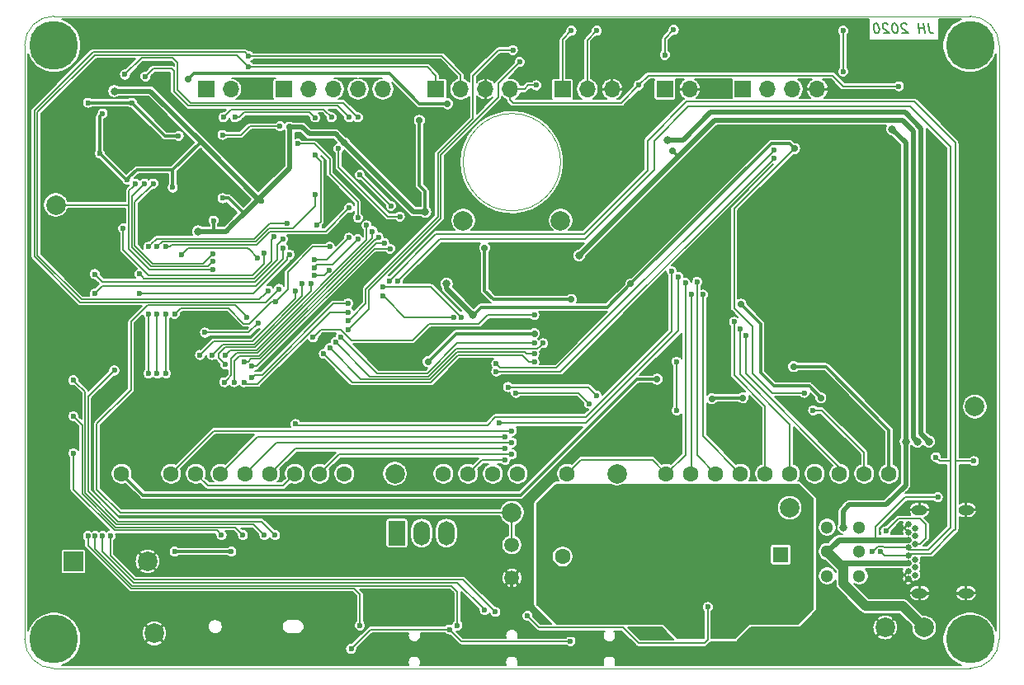
<source format=gbl>
G04 #@! TF.GenerationSoftware,KiCad,Pcbnew,5.1.5-52549c5~84~ubuntu16.04.1*
G04 #@! TF.CreationDate,2020-03-25T20:51:20+01:00*
G04 #@! TF.ProjectId,EmergencyWake,456d6572-6765-46e6-9379-57616b652e6b,rev?*
G04 #@! TF.SameCoordinates,PX5f5e100PY5f5e100*
G04 #@! TF.FileFunction,Copper,L2,Bot*
G04 #@! TF.FilePolarity,Positive*
%FSLAX46Y46*%
G04 Gerber Fmt 4.6, Leading zero omitted, Abs format (unit mm)*
G04 Created by KiCad (PCBNEW 5.1.5-52549c5~84~ubuntu16.04.1) date 2020-03-25 20:51:20*
%MOMM*%
%LPD*%
G04 APERTURE LIST*
%ADD10C,0.200000*%
%ADD11C,0.050000*%
%ADD12C,2.000000*%
%ADD13C,5.000000*%
%ADD14C,1.600000*%
%ADD15O,1.700000X1.700000*%
%ADD16R,1.700000X1.700000*%
%ADD17O,1.600000X1.000000*%
%ADD18C,0.650000*%
%ADD19O,1.700000X2.500000*%
%ADD20R,1.700000X2.500000*%
%ADD21C,1.300000*%
%ADD22C,1.500000*%
%ADD23R,1.600000X1.600000*%
%ADD24R,2.000000X2.000000*%
%ADD25C,0.600000*%
%ADD26C,0.800000*%
%ADD27C,0.700000*%
%ADD28C,0.300000*%
%ADD29C,0.500000*%
%ADD30C,0.150000*%
%ADD31C,0.600000*%
%ADD32C,1.000000*%
G04 APERTURE END LIST*
D10*
X92715238Y-752380D02*
X92804523Y-1466666D01*
X92870000Y-1609523D01*
X92977142Y-1704761D01*
X93125952Y-1752380D01*
X93221190Y-1752380D01*
X92364047Y-1752380D02*
X92239047Y-752380D01*
X92298571Y-1228571D02*
X91727142Y-1228571D01*
X91792619Y-1752380D02*
X91667619Y-752380D01*
X90489047Y-847619D02*
X90435476Y-800000D01*
X90334285Y-752380D01*
X90096190Y-752380D01*
X90006904Y-800000D01*
X89965238Y-847619D01*
X89929523Y-942857D01*
X89941428Y-1038095D01*
X90006904Y-1180952D01*
X90649761Y-1752380D01*
X90030714Y-1752380D01*
X89286666Y-752380D02*
X89191428Y-752380D01*
X89102142Y-800000D01*
X89060476Y-847619D01*
X89024761Y-942857D01*
X89000952Y-1133333D01*
X89030714Y-1371428D01*
X89102142Y-1561904D01*
X89161666Y-1657142D01*
X89215238Y-1704761D01*
X89316428Y-1752380D01*
X89411666Y-1752380D01*
X89500952Y-1704761D01*
X89542619Y-1657142D01*
X89578333Y-1561904D01*
X89602142Y-1371428D01*
X89572380Y-1133333D01*
X89500952Y-942857D01*
X89441428Y-847619D01*
X89387857Y-800000D01*
X89286666Y-752380D01*
X88584285Y-847619D02*
X88530714Y-800000D01*
X88429523Y-752380D01*
X88191428Y-752380D01*
X88102142Y-800000D01*
X88060476Y-847619D01*
X88024761Y-942857D01*
X88036666Y-1038095D01*
X88102142Y-1180952D01*
X88745000Y-1752380D01*
X88125952Y-1752380D01*
X87381904Y-752380D02*
X87286666Y-752380D01*
X87197380Y-800000D01*
X87155714Y-847619D01*
X87120000Y-942857D01*
X87096190Y-1133333D01*
X87125952Y-1371428D01*
X87197380Y-1561904D01*
X87256904Y-1657142D01*
X87310476Y-1704761D01*
X87411666Y-1752380D01*
X87506904Y-1752380D01*
X87596190Y-1704761D01*
X87637857Y-1657142D01*
X87673571Y-1561904D01*
X87697380Y-1371428D01*
X87667619Y-1133333D01*
X87596190Y-942857D01*
X87536666Y-847619D01*
X87483095Y-800000D01*
X87381904Y-752380D01*
D11*
X55000000Y-15000000D02*
G75*
G03X55000000Y-15000000I-5000000J0D01*
G01*
X3000000Y-67000000D02*
G75*
G02X0Y-64000000I0J3000000D01*
G01*
X100000000Y-64000000D02*
G75*
G02X97000000Y-67000000I-3000000J0D01*
G01*
X97000000Y0D02*
G75*
G02X100000000Y-3000000I0J-3000000D01*
G01*
X0Y-3000000D02*
G75*
G02X3000000Y0I3000000J0D01*
G01*
X0Y-64000000D02*
X0Y-3000000D01*
X97000000Y-67000000D02*
X3000000Y-67000000D01*
X100000000Y-3000000D02*
X100000000Y-64000000D01*
X3000000Y0D02*
X97000000Y0D01*
D12*
X3200000Y-19400000D03*
X88300000Y-62800000D03*
X92300000Y-62800000D03*
D13*
X97000000Y-3000000D03*
X97000000Y-64000000D03*
X3000000Y-64000000D03*
X3000000Y-3000000D03*
D14*
X9960000Y-47000000D03*
X15040000Y-47000000D03*
X17580000Y-47000000D03*
X20120000Y-47000000D03*
X22660000Y-47000000D03*
X25200000Y-47000000D03*
X27740000Y-47000000D03*
X30280000Y-47000000D03*
X32820000Y-47000000D03*
X42980000Y-47000000D03*
X45520000Y-47000000D03*
X48060000Y-47000000D03*
X50600000Y-47000000D03*
X55680000Y-47000000D03*
X65840000Y-47000000D03*
X68380000Y-47000000D03*
X70920000Y-47000000D03*
X73460000Y-47000000D03*
X76000000Y-47000000D03*
X78540000Y-47000000D03*
X81080000Y-47000000D03*
X83620000Y-47000000D03*
X86160000Y-47000000D03*
X88700000Y-47000000D03*
D15*
X49820000Y-7500000D03*
X47280000Y-7500000D03*
X44740000Y-7500000D03*
D16*
X42200000Y-7500000D03*
D17*
X96600000Y-59270000D03*
X91820000Y-59270000D03*
X96600000Y-50730000D03*
X91820000Y-50730000D03*
D18*
X90670000Y-52200000D03*
X91370000Y-52600000D03*
X90670000Y-53000000D03*
X91370000Y-53400000D03*
X90670000Y-53800000D03*
X91370000Y-54200000D03*
X90670000Y-54600000D03*
X90670000Y-55400000D03*
X91370000Y-55800000D03*
X90670000Y-56200000D03*
X91370000Y-56600000D03*
X90670000Y-57000000D03*
X91370000Y-57400000D03*
X90670000Y-57800000D03*
D15*
X36760000Y-7500000D03*
X34220000Y-7500000D03*
X31680000Y-7500000D03*
X29140000Y-7500000D03*
D16*
X26600000Y-7500000D03*
D15*
X81320000Y-7500000D03*
X78780000Y-7500000D03*
X76240000Y-7500000D03*
D16*
X73700000Y-7500000D03*
D15*
X68240000Y-7500000D03*
D16*
X65700000Y-7500000D03*
D15*
X60280000Y-7500000D03*
X57740000Y-7500000D03*
D16*
X55200000Y-7500000D03*
D15*
X21140000Y-7500000D03*
D16*
X18600000Y-7500000D03*
D19*
X43280000Y-53100000D03*
X40740000Y-53100000D03*
D20*
X38200000Y-53100000D03*
D21*
X85650000Y-57500000D03*
X85650000Y-55000000D03*
X85650000Y-52500000D03*
X82350000Y-57500000D03*
X82350000Y-55000000D03*
X82350000Y-52500000D03*
D12*
X55000000Y-21000000D03*
X60800000Y-47000000D03*
X50000000Y-51000000D03*
X38000000Y-47000000D03*
D22*
X50000000Y-57700000D03*
X50000000Y-54300000D03*
D14*
X55200000Y-55500000D03*
D23*
X55200000Y-58000000D03*
D14*
X77600000Y-57800000D03*
D23*
X77600000Y-55300000D03*
D12*
X13300000Y-63400000D03*
X78500000Y-50500000D03*
X45000000Y-21000000D03*
X97500000Y-40100000D03*
X12600000Y-56000000D03*
D24*
X5000000Y-56000000D03*
D25*
X15400000Y-55000000D03*
X21200000Y-55000000D03*
D26*
X89000000Y-27500000D03*
D25*
X42400000Y-61800000D03*
X86400000Y-1300000D03*
X85700000Y-6500000D03*
D27*
X65500000Y-21600000D03*
X71400000Y-12000000D03*
D26*
X47700000Y-31600000D03*
D27*
X41900000Y-32300000D03*
D26*
X36400000Y-15000000D03*
X52300000Y-31600000D03*
X17400000Y-32100000D03*
D27*
X13100000Y-41000000D03*
X25300000Y-37300000D03*
D26*
X39500000Y-15000016D03*
D27*
X16300002Y-50100000D03*
D26*
X88700000Y-59200000D03*
X89900000Y-59100000D03*
X89900000Y-50900000D03*
X93700000Y-52300000D03*
X96600000Y-52300000D03*
X96600000Y-57700000D03*
D25*
X990696Y-6403293D03*
X1119376Y-26685394D03*
X1181770Y-31568811D03*
X988548Y-55644540D03*
X920312Y-61040333D03*
X1838518Y-37009187D03*
X1931842Y-42085633D03*
X1841627Y-47555219D03*
X7100000Y-21400000D03*
X2450623Y-51870242D03*
X3134698Y-23522394D03*
X3856592Y-8597002D03*
X3891131Y-58015555D03*
X6201896Y-60972865D03*
X6858029Y-65510729D03*
X8516306Y-26666858D03*
X8503844Y-38589845D03*
X4900000Y-18100000D03*
X9114192Y-58716029D03*
X9967121Y-53423771D03*
X10013813Y-63296608D03*
X12921376Y-65596019D03*
X14620820Y-41541562D03*
X14364273Y-57284470D03*
X15307906Y-61913572D03*
X15913252Y-1856207D03*
X17400000Y-38800000D03*
X17572738Y-64920892D03*
X18097653Y-54173206D03*
X18289823Y-59548833D03*
X18100000Y-41400000D03*
X23400000Y-7900000D03*
X19900000Y-43600000D03*
X20382865Y-2615922D03*
X21134595Y-56480694D03*
X21353003Y-62341174D03*
X22585360Y-39079831D03*
X23559268Y-59631220D03*
X23513074Y-65586652D03*
X24423630Y-930031D03*
X24872008Y-55093320D03*
X25694761Y-41581371D03*
X27324438Y-60878963D03*
X27919947Y-52154848D03*
X28760123Y-45178066D03*
X28818796Y-56677819D03*
X28819709Y-64892262D03*
X29685007Y-39191041D03*
X30987941Y-59594702D03*
X31865327Y-3183206D03*
X33253552Y-40841954D03*
X35800000Y-9700000D03*
X34655360Y-46862045D03*
X34654520Y-52122252D03*
X34602343Y-57198993D03*
X35620085Y-61931280D03*
X36115560Y-38491128D03*
X36965262Y-3237620D03*
X36953243Y-11685368D03*
X38200000Y-61000000D03*
X39085165Y-55583107D03*
X40099097Y-46671848D03*
X39897575Y-60219854D03*
X42382251Y-10821004D03*
X42360721Y-38517482D03*
X43140566Y-5428046D03*
X43091499Y-57065406D03*
X46200000Y-23800000D03*
X45065738Y-35642479D03*
X45403122Y-51870012D03*
X45423527Y-61024338D03*
X45938226Y-28877621D03*
X46791532Y-4158866D03*
X47646409Y-55004686D03*
X51232229Y-6291378D03*
X51386600Y-24918638D03*
X51323393Y-52778943D03*
X51120273Y-60199003D03*
X54212943Y-3979303D03*
X54825824Y-10159530D03*
X56494994Y-13699055D03*
X56465554Y-19009284D03*
X59469823Y-3944635D03*
X59370735Y-10624821D03*
X59639884Y-16175117D03*
X59589449Y-25176126D03*
X61589632Y-6927089D03*
X62637263Y-12990707D03*
X62634049Y-41644089D03*
X63105521Y-33817651D03*
X64019613Y-23671872D03*
X65100000Y-63300000D03*
X64922726Y-9308582D03*
X64849931Y-38452065D03*
X66368346Y-43071152D03*
X66824119Y-3862875D03*
X66880501Y-20428499D03*
X68632148Y-15999238D03*
X68513454Y-24398446D03*
X69310924Y-920844D03*
X69249859Y-65363308D03*
X69861291Y-7660784D03*
X72800000Y-13400000D03*
X71452766Y-21152211D03*
X72987217Y-4026257D03*
X73787417Y-64585097D03*
X75243750Y-1135286D03*
X75368118Y-28104897D03*
X76006017Y-18141073D03*
X76824738Y-23462187D03*
X76698890Y-31859211D03*
X78327028Y-4143354D03*
X78183707Y-64064889D03*
X78971046Y-15122198D03*
X78825648Y-20408735D03*
X79591425Y-33991937D03*
X80545689Y-858641D03*
X81426356Y-29337487D03*
X82019392Y-13165895D03*
X81889738Y-18414962D03*
X82098233Y-23509243D03*
X82089543Y-48898078D03*
X82200000Y-64300000D03*
X83619832Y-32324017D03*
X83686664Y-39219722D03*
X83592955Y-44524264D03*
X84214963Y-62586132D03*
X84921231Y-15291415D03*
X84837150Y-20365929D03*
X85931814Y-35381946D03*
X87172023Y-48871581D03*
X87908660Y-18421708D03*
X89500000Y-3200000D03*
X89322815Y-45396784D03*
X91622888Y-4685108D03*
X90300000Y-65900000D03*
X93287810Y-8577255D03*
X93086380Y-14671787D03*
X93184322Y-19813150D03*
X93110171Y-33185659D03*
X96900000Y-43500000D03*
X93970928Y-1184371D03*
X95200000Y-55100000D03*
X96423320Y-16738425D03*
X96298418Y-22025888D03*
X96094780Y-28623599D03*
X96293035Y-35410807D03*
X94000000Y-40700000D03*
X98500000Y-49300000D03*
X98558614Y-6354665D03*
X98629620Y-31794499D03*
X43600000Y-17300000D03*
X45100000Y-39800000D03*
D27*
X19100000Y-30800000D03*
D25*
X18400000Y-11000000D03*
X4100000Y-21100000D03*
X13200000Y-45800000D03*
X54050000Y-31350000D03*
X59900000Y-28200000D03*
X53200000Y-39900000D03*
X53200000Y-37200000D03*
X71300000Y-37300000D03*
X30900000Y-54500000D03*
X44000000Y-24200000D03*
D27*
X39500000Y-10000000D03*
X36700000Y-36000000D03*
D26*
X56800000Y-26900000D03*
D25*
X55600000Y-66100000D03*
X48600000Y-63500000D03*
X45100000Y-66100000D03*
X38600000Y-66100000D03*
X32300000Y-66100000D03*
X58900000Y-64200000D03*
D27*
X77800000Y-11599994D03*
D25*
X23300000Y-16500000D03*
D26*
X14200000Y-6100000D03*
D25*
X15700000Y-9300000D03*
X16500000Y-12900000D03*
X2300000Y-15200000D03*
X17700000Y-16500000D03*
X21500000Y-13000000D03*
X24100000Y-12000000D03*
X32200000Y-18800000D03*
X34000000Y-27800000D03*
X17800000Y-21000000D03*
X20042947Y-20357053D03*
X14400000Y-16900000D03*
X28600000Y-22900000D03*
X32200000Y-28700000D03*
X31300000Y-32900000D03*
X94700000Y-61400000D03*
X24000000Y-10500000D03*
X34000000Y-11800000D03*
D27*
X72400000Y-16000000D03*
D25*
X31100000Y-36900000D03*
X48800000Y-26600000D03*
X41100000Y-25900000D03*
D27*
X92100000Y-46400000D03*
D25*
X74000000Y-43500000D03*
X65300000Y-35400000D03*
D26*
X89000000Y-11600000D03*
X84000000Y-52500000D03*
X90399990Y-43700000D03*
D25*
X23969259Y-31528413D03*
X18500000Y-32500000D03*
X56000000Y-64200000D03*
X33500000Y-65000000D03*
X63000000Y-7100000D03*
X89700000Y-7200000D03*
D27*
X62200000Y-27500000D03*
D25*
X80000000Y-38700000D03*
D26*
X46000000Y-30700000D03*
D25*
X52500000Y-7100000D03*
D27*
X79000000Y-13600000D03*
D25*
X43600000Y-63000000D03*
D26*
X43300014Y-27500000D03*
X41100000Y-20099988D03*
D27*
X40500000Y-10700000D03*
D25*
X19400000Y-21000000D03*
D26*
X9200000Y-7700002D03*
D25*
X7700000Y-14100000D03*
X8000000Y-10000000D03*
X15200000Y-17600000D03*
D27*
X32799998Y-12999998D03*
D25*
X20300000Y-18700000D03*
X10500002Y-16800000D03*
D26*
X17800000Y-22100000D03*
D27*
X27200000Y-11400000D03*
D25*
X24275723Y-19024267D03*
X34400000Y-62600000D03*
X6500000Y-53400000D03*
X26923740Y-21274979D03*
X12700006Y-30600000D03*
X12700000Y-23700000D03*
X12700000Y-36700000D03*
X66600000Y-1400000D03*
X65700000Y-4000000D03*
X16100000Y-24500000D03*
X23921232Y-24825000D03*
X56100006Y-1500000D03*
X58700000Y-1500000D03*
D27*
X64900000Y-37300000D03*
D25*
X50000000Y-42600000D03*
X27800000Y-41900000D03*
X66400000Y-26200000D03*
X49300000Y-43200000D03*
X50000000Y-43800000D03*
X49300000Y-44400000D03*
X50000000Y-45000000D03*
X67100000Y-26800000D03*
X48700000Y-41800000D03*
X49300000Y-45600000D03*
X67800000Y-27400000D03*
X69000000Y-27300000D03*
X69600000Y-28599986D03*
X72800000Y-31400000D03*
X73399988Y-32100000D03*
X74000000Y-32800000D03*
X80900000Y-40500000D03*
D27*
X78900000Y-36000000D03*
D25*
X12400000Y-6200000D03*
X33300000Y-10400000D03*
X38500000Y-20600000D03*
X32200000Y-13600000D03*
X10300000Y-6000000D03*
X34200000Y-10400000D03*
X44800000Y-30900000D03*
X48400000Y-35700000D03*
X76900000Y-13778761D03*
X36800000Y-27800000D03*
X44000000Y-30900000D03*
X48399996Y-36500000D03*
X76900000Y-14600000D03*
X36800000Y-28700000D03*
X22999994Y-5200000D03*
X25000000Y-28200000D03*
X23000000Y-4100012D03*
X26100000Y-28025032D03*
X8000000Y-53400000D03*
X33300000Y-19699996D03*
X14500000Y-30600000D03*
X14500000Y-23700000D03*
X14500000Y-36700004D03*
X47200000Y-61000000D03*
X50800000Y-4700000D03*
X33200000Y-32199998D03*
X84000000Y-5700000D03*
X84000000Y-1500000D03*
X50100000Y-3500000D03*
X33200000Y-31300000D03*
X37600000Y-19500000D03*
X34400000Y-16300000D03*
X50400000Y-38700000D03*
X57900000Y-39800000D03*
X58700000Y-39000000D03*
X49600000Y-38100000D03*
D26*
X91600000Y-43700000D03*
X56900000Y-24600000D03*
D25*
X52300000Y-30700000D03*
X29600000Y-32999998D03*
D27*
X66500000Y-13800000D03*
X43400000Y-9000000D03*
X16800000Y-6500000D03*
D25*
X44400000Y-62600000D03*
X7249987Y-53393872D03*
X13600000Y-30599998D03*
X13600000Y-23700000D03*
X13600006Y-36700000D03*
X29774990Y-18299988D03*
D27*
X73700000Y-39200000D03*
X70500000Y-39300000D03*
X81700000Y-39200000D03*
X73500000Y-29600000D03*
D25*
X66900000Y-35500000D03*
X66900000Y-40500000D03*
X68400000Y-28600000D03*
X93700000Y-49400000D03*
X88369968Y-52900000D03*
X87800000Y-55000000D03*
X37400000Y-27200000D03*
X97400000Y-45700000D03*
X86999990Y-55000000D03*
X38300008Y-27200000D03*
X93500000Y-45300000D03*
X5000000Y-44900000D03*
X20200000Y-53300000D03*
X5000000Y-41100000D03*
X22400000Y-53300000D03*
X5000000Y-37400000D03*
X24600000Y-53300000D03*
X25700000Y-53300000D03*
X9200000Y-36400000D03*
X20600000Y-35800000D03*
X29400000Y-27500000D03*
X35700000Y-22100000D03*
X20500000Y-37600000D03*
X27800000Y-28200000D03*
X18000000Y-34800012D03*
X22500000Y-35500000D03*
X36900000Y-23300000D03*
X19200000Y-34800000D03*
X28500000Y-27500000D03*
X23300000Y-35974990D03*
X37500000Y-23900000D03*
X35100000Y-21500000D03*
X20600000Y-34800000D03*
X33200000Y-29500000D03*
X23300000Y-37125010D03*
X36300000Y-22700000D03*
X21500000Y-37600000D03*
X70100000Y-60700000D03*
X51600000Y-61600000D03*
X8800000Y-53400000D03*
X33200000Y-30400000D03*
X22493868Y-37600000D03*
X48300000Y-61200000D03*
X26500000Y-22900000D03*
X7199988Y-26500000D03*
X25617452Y-22668046D03*
X11800000Y-26493306D03*
X7199992Y-28500000D03*
X26500000Y-23800000D03*
X11800000Y-28500000D03*
X27200000Y-24500000D03*
X22800000Y-30900000D03*
X52300000Y-33600000D03*
X32431259Y-32950738D03*
X31900000Y-33500000D03*
X53200000Y-33600000D03*
X31300000Y-34100000D03*
X52300000Y-34700000D03*
X30700000Y-34700000D03*
X52300000Y-35550013D03*
D26*
X92800000Y-43700000D03*
X66000000Y-12700000D03*
D25*
X80600000Y-49800000D03*
X79200000Y-48400000D03*
X79900000Y-49100000D03*
X80600000Y-50900000D03*
X78100000Y-48400000D03*
X77000000Y-48400000D03*
X80600000Y-55500000D03*
X80600000Y-56600000D03*
X80600000Y-57700000D03*
X80600000Y-58800000D03*
X80600000Y-59900000D03*
X78400000Y-62100000D03*
X77300000Y-62100000D03*
X76200000Y-62100000D03*
X75100000Y-62100000D03*
X74000000Y-62100000D03*
X73300000Y-62800000D03*
X72600000Y-63500000D03*
X71500000Y-63500000D03*
X68700000Y-63500000D03*
X67600000Y-63500000D03*
X66700000Y-63000000D03*
X66000000Y-62300000D03*
X65000000Y-62100000D03*
X60400000Y-62100000D03*
X59200000Y-61600000D03*
X58100000Y-61600000D03*
X57000000Y-61600000D03*
X55900000Y-61600000D03*
X54800000Y-61600000D03*
X53900000Y-61200000D03*
X53200000Y-60500000D03*
X52900000Y-58200000D03*
X52900000Y-57000000D03*
X52900000Y-55000000D03*
X52900000Y-53900000D03*
X52900000Y-52800000D03*
X52900000Y-51700000D03*
X52900000Y-50600000D03*
X54400000Y-48700000D03*
X55500000Y-48400000D03*
X56600000Y-48400000D03*
X57700000Y-48400000D03*
X61600000Y-48400000D03*
X62700000Y-48400000D03*
X63800000Y-48400000D03*
X68800000Y-51400000D03*
X65100000Y-56300000D03*
X65100000Y-54500000D03*
X66400000Y-54500000D03*
X66400000Y-56300000D03*
X76100000Y-53600000D03*
X77100000Y-53600000D03*
X78200000Y-53300000D03*
X79000000Y-52500000D03*
X79800000Y-51700000D03*
X58400000Y-58400000D03*
X60400000Y-58400000D03*
X65000000Y-58400000D03*
X62800000Y-60200000D03*
D27*
X47200000Y-23800000D03*
X56100000Y-29100000D03*
X41400000Y-35500000D03*
X52300000Y-32600000D03*
D25*
X15400000Y-30600000D03*
X25710474Y-29346745D03*
X31300000Y-23700000D03*
X20400000Y-10400000D03*
X31500000Y-10400000D03*
X30000000Y-21500000D03*
X21600000Y-10400000D03*
X29800000Y-10450000D03*
X29799994Y-14300000D03*
X24600000Y-24300000D03*
X10100000Y-21800000D03*
X11000000Y-8900000D03*
X6500003Y-8899997D03*
X15800000Y-12300000D03*
X20300000Y-12200000D03*
X26200000Y-11300000D03*
X28000000Y-13100000D03*
X34200000Y-20700000D03*
X12300000Y-17200012D03*
X19300000Y-25200000D03*
X29700000Y-25825010D03*
X34200000Y-22900000D03*
X13200000Y-17200000D03*
X19300000Y-24400000D03*
X33269668Y-22769668D03*
X29700000Y-25000000D03*
X19300000Y-26000000D03*
X29700000Y-26600000D03*
X31225011Y-26100000D03*
X11388475Y-17237170D03*
D28*
X15400000Y-55000000D02*
X21200000Y-55000000D01*
D29*
X89600000Y-13900000D02*
X87200000Y-11500000D01*
X89000000Y-27500000D02*
X89600000Y-26900000D01*
X89600000Y-26900000D02*
X89600000Y-13900000D01*
D10*
X86400000Y-5800000D02*
X85700000Y-6500000D01*
X86400000Y-1300000D02*
X86400000Y-5800000D01*
D29*
X87200000Y-11500000D02*
X78700000Y-11500000D01*
X78700000Y-11500000D02*
X71200000Y-11500000D01*
X71200000Y-11500000D02*
X68600000Y-14100000D01*
D28*
X63300000Y-19400000D02*
X65500000Y-21600000D01*
D29*
X68600000Y-14100000D02*
X63300000Y-19400000D01*
D28*
X71200000Y-11800000D02*
X71400000Y-12000000D01*
X71200000Y-11500000D02*
X71200000Y-11800000D01*
D29*
X39500000Y-15000000D02*
X36400000Y-15000000D01*
X47700000Y-31600000D02*
X52300000Y-31600000D01*
X16400000Y-33100000D02*
X16400000Y-36100000D01*
X17400000Y-32100000D02*
X16400000Y-33100000D01*
D28*
X16400000Y-37700000D02*
X13100000Y-41000000D01*
D29*
X16400000Y-36100000D02*
X16400000Y-37700000D01*
D28*
X15805028Y-50100000D02*
X16300002Y-50100000D01*
X13100000Y-41000000D02*
X8600000Y-45500000D01*
X8600000Y-45500000D02*
X8600000Y-48800000D01*
X8600000Y-48800000D02*
X9900000Y-50100000D01*
X9900000Y-50100000D02*
X15805028Y-50100000D01*
X91820000Y-59270000D02*
X96600000Y-59270000D01*
X17000000Y-38300000D02*
X16400000Y-37700000D01*
X24300000Y-38300000D02*
X17000000Y-38300000D01*
X25300000Y-37300000D02*
X24300000Y-38300000D01*
X17400000Y-32100000D02*
X18700000Y-30800000D01*
X18700000Y-30800000D02*
X19100000Y-30800000D01*
X39500000Y-15000000D02*
X39500000Y-10494974D01*
X39500000Y-10494974D02*
X39500000Y-10000000D01*
X38200000Y-36000000D02*
X36700000Y-36000000D01*
X41900000Y-32300000D02*
X38200000Y-36000000D01*
D29*
X56800000Y-26334315D02*
X56800000Y-26900000D01*
X56800000Y-25900000D02*
X56800000Y-26334315D01*
X63300000Y-19400000D02*
X56800000Y-25900000D01*
D28*
X58300000Y-63600000D02*
X58600001Y-63900001D01*
X50000000Y-61200000D02*
X52400000Y-63600000D01*
X52400000Y-63600000D02*
X58300000Y-63600000D01*
X58600001Y-63900001D02*
X58900000Y-64200000D01*
X50000000Y-57700000D02*
X50000000Y-61200000D01*
X78294974Y-11599994D02*
X77800000Y-11599994D01*
X78700000Y-11500000D02*
X78600006Y-11599994D01*
X78600006Y-11599994D02*
X78294974Y-11599994D01*
D29*
X14200000Y-7600000D02*
X14200000Y-6665685D01*
X17900000Y-11300000D02*
X14200000Y-7600000D01*
X22100000Y-11300000D02*
X17900000Y-11300000D01*
X36400000Y-15000000D02*
X32550000Y-11150000D01*
X22900000Y-10500000D02*
X22100000Y-11300000D01*
X32550000Y-11150000D02*
X29463999Y-11150001D01*
X29463999Y-11150001D02*
X28813998Y-10500000D01*
X14200000Y-6665685D02*
X14200000Y-6100000D01*
X28813998Y-10500000D02*
X24000000Y-10500000D01*
X24000000Y-10500000D02*
X22900000Y-10500000D01*
D28*
X69550000Y-13150000D02*
X72400000Y-16000000D01*
D29*
X90399990Y-12999990D02*
X90399990Y-43134315D01*
X89000000Y-11600000D02*
X90399990Y-12999990D01*
X90399990Y-43134315D02*
X90399990Y-43700000D01*
X90399990Y-44265685D02*
X90399990Y-43700000D01*
X90399990Y-48200010D02*
X90399990Y-44265685D01*
X84000000Y-52500000D02*
X84000000Y-50800000D01*
X84000000Y-50800000D02*
X84600000Y-50200000D01*
X84600000Y-50200000D02*
X88400000Y-50200000D01*
X88400000Y-50200000D02*
X90399990Y-48200010D01*
D10*
X18924264Y-32500000D02*
X18500000Y-32500000D01*
X22997672Y-32500000D02*
X18924264Y-32500000D01*
X23969259Y-31528413D02*
X22997672Y-32500000D01*
X66840001Y-6100001D02*
X82900001Y-6100001D01*
X84000000Y-7200000D02*
X89700000Y-7200000D01*
X82900001Y-6100001D02*
X84000000Y-7200000D01*
X80000000Y-38700000D02*
X76700000Y-38700000D01*
X76700000Y-38700000D02*
X74700000Y-36700000D01*
X74700000Y-36700000D02*
X74700000Y-31900000D01*
X74700000Y-31900000D02*
X72800000Y-30000000D01*
D28*
X59800000Y-29900000D02*
X62200000Y-27500000D01*
X46832843Y-29900000D02*
X59800000Y-29900000D01*
X46032843Y-30700000D02*
X46832843Y-29900000D01*
X46000000Y-30700000D02*
X46032843Y-30700000D01*
X78500000Y-13100000D02*
X79000000Y-13600000D01*
X76600000Y-13100000D02*
X78500000Y-13100000D01*
X62200000Y-27500000D02*
X76600000Y-13100000D01*
D10*
X72800000Y-30000000D02*
X72800000Y-19800000D01*
X72800000Y-19800000D02*
X79000000Y-13600000D01*
D30*
X55974999Y-64225001D02*
X44825001Y-64225001D01*
X56000000Y-64200000D02*
X55974999Y-64225001D01*
X44825001Y-64225001D02*
X43600000Y-63000000D01*
X43600000Y-63000000D02*
X35500000Y-63000000D01*
X35500000Y-63000000D02*
X33799999Y-64700001D01*
X33799999Y-64700001D02*
X33500000Y-65000000D01*
D10*
X51300000Y-7500000D02*
X49820000Y-7500000D01*
X51700000Y-7100000D02*
X51300000Y-7500000D01*
X52500000Y-7100000D02*
X51700000Y-7100000D01*
X64100000Y-6100001D02*
X66840001Y-6100001D01*
X63999999Y-6100001D02*
X64100000Y-6100001D01*
X63000000Y-7100000D02*
X63999999Y-6100001D01*
D29*
X46000000Y-30700000D02*
X43300000Y-28000000D01*
X43300000Y-28000000D02*
X43300000Y-27500000D01*
D10*
X49820000Y-8620000D02*
X49820000Y-7500000D01*
X61200000Y-8900000D02*
X50100000Y-8900000D01*
X50100000Y-8900000D02*
X49820000Y-8620000D01*
X63000000Y-7100000D02*
X61200000Y-8900000D01*
D28*
X40500000Y-11194974D02*
X40500000Y-10700000D01*
X41100000Y-18000000D02*
X40500000Y-17400000D01*
X40500000Y-17400000D02*
X40500000Y-11194974D01*
X41100000Y-20099988D02*
X41100000Y-18000000D01*
X24000000Y-18800000D02*
X24000000Y-18800010D01*
X19300000Y-21100000D02*
X19400000Y-21000000D01*
D29*
X40534315Y-20099988D02*
X41100000Y-20099988D01*
X32350000Y-12549998D02*
X39899990Y-20099988D01*
X39899990Y-20099988D02*
X40534315Y-20099988D01*
X12900002Y-7700002D02*
X9765685Y-7700002D01*
X9765685Y-7700002D02*
X9200000Y-7700002D01*
X24000000Y-18800000D02*
X18700000Y-13500000D01*
X18700000Y-13500000D02*
X12900002Y-7700002D01*
D28*
X7700000Y-10300000D02*
X8000000Y-10000000D01*
X7700000Y-14100000D02*
X7700000Y-10300000D01*
X15200000Y-17600000D02*
X15200000Y-16400000D01*
X15200000Y-16400000D02*
X15200000Y-15800000D01*
X15200000Y-15800000D02*
X18100000Y-12900000D01*
D29*
X32449999Y-12649999D02*
X32799998Y-12999998D01*
X31900000Y-12100000D02*
X32449999Y-12649999D01*
D28*
X20900000Y-18700000D02*
X20300000Y-18700000D01*
D29*
X24000000Y-18800000D02*
X22500000Y-20300000D01*
D28*
X22500000Y-20300000D02*
X20900000Y-18700000D01*
X11500002Y-15800000D02*
X10800001Y-16500001D01*
X7700000Y-14100000D02*
X10400000Y-16800000D01*
X10400000Y-16800000D02*
X10500002Y-16800000D01*
X15200000Y-15800000D02*
X11500002Y-15800000D01*
X10800001Y-16500001D02*
X10500002Y-16800000D01*
D29*
X22500000Y-20300000D02*
X21300000Y-21500000D01*
X21300000Y-21500000D02*
X20700000Y-22100000D01*
X20700000Y-22100000D02*
X17800000Y-22100000D01*
D28*
X19400000Y-21000000D02*
X19400000Y-22100000D01*
D29*
X27200000Y-15600000D02*
X27200000Y-11894974D01*
X27200000Y-11894974D02*
X27200000Y-11400000D01*
X24000000Y-18800000D02*
X27200000Y-15600000D01*
X31900000Y-12100000D02*
X29200000Y-12100000D01*
X29200000Y-12100000D02*
X28500000Y-11400000D01*
X28500000Y-11400000D02*
X27200000Y-11400000D01*
D28*
X24275723Y-18975713D02*
X24275723Y-19024267D01*
X24100010Y-18800000D02*
X24275723Y-18975713D01*
D30*
X6500000Y-53824264D02*
X6500000Y-53400000D01*
X34400000Y-62600000D02*
X34400000Y-59400000D01*
X10927163Y-58800000D02*
X6500000Y-54372837D01*
X6500000Y-54372837D02*
X6500000Y-53824264D01*
X34400000Y-59400000D02*
X33800000Y-58800000D01*
X33800000Y-58800000D02*
X10927163Y-58800000D01*
X12700006Y-36699994D02*
X12700000Y-36700000D01*
X12700006Y-30600000D02*
X12700006Y-36699994D01*
X25176463Y-21274979D02*
X23576454Y-22874988D01*
X26923740Y-21274979D02*
X25176463Y-21274979D01*
X23576454Y-22874988D02*
X13525012Y-22874988D01*
X12999999Y-23400001D02*
X12700000Y-23700000D01*
X13525012Y-22874988D02*
X12999999Y-23400001D01*
X65700000Y-2300000D02*
X66600000Y-1400000D01*
X65700000Y-4000000D02*
X65700000Y-2300000D01*
X23096232Y-24000000D02*
X23921232Y-24825000D01*
X22896232Y-23800000D02*
X23096232Y-24000000D01*
X16800000Y-23800000D02*
X22896232Y-23800000D01*
X16100000Y-24500000D02*
X16800000Y-23800000D01*
X55200000Y-2400006D02*
X56100006Y-1500000D01*
X55200000Y-7500000D02*
X55200000Y-2400006D01*
X57740000Y-7500000D02*
X57740000Y-2460000D01*
X57740000Y-2460000D02*
X58700000Y-1500000D01*
D28*
X64405026Y-37300000D02*
X64900000Y-37300000D01*
X50900000Y-49200000D02*
X62800000Y-37300000D01*
X62800000Y-37300000D02*
X64405026Y-37300000D01*
X12160000Y-49200000D02*
X50900000Y-49200000D01*
X9960000Y-47000000D02*
X12160000Y-49200000D01*
D10*
X19440000Y-42600000D02*
X50000000Y-42600000D01*
X15040000Y-47000000D02*
X19440000Y-42600000D01*
X18780000Y-48200000D02*
X17580000Y-47000000D01*
X26540000Y-48200000D02*
X18780000Y-48200000D01*
X27740000Y-47000000D02*
X26540000Y-48200000D01*
X66400000Y-32400000D02*
X66400000Y-26200000D01*
X57600000Y-41200000D02*
X66400000Y-32400000D01*
X27800000Y-41900000D02*
X27900000Y-42000000D01*
X27900000Y-42000000D02*
X47500000Y-42000000D01*
X48300000Y-41200000D02*
X57600000Y-41200000D01*
X47500000Y-42000000D02*
X48300000Y-41200000D01*
X23920000Y-43200000D02*
X20120000Y-47000000D01*
X49300000Y-43200000D02*
X23920000Y-43200000D01*
X49575736Y-43800000D02*
X50000000Y-43800000D01*
X25860000Y-43800000D02*
X49575736Y-43800000D01*
X22660000Y-47000000D02*
X25860000Y-43800000D01*
X27800000Y-44400000D02*
X25200000Y-47000000D01*
X49300000Y-44400000D02*
X27800000Y-44400000D01*
X32280000Y-45000000D02*
X30280000Y-47000000D01*
X50000000Y-45000000D02*
X32280000Y-45000000D01*
X67100000Y-32300000D02*
X57600000Y-41800000D01*
X49124264Y-41800000D02*
X48700000Y-41800000D01*
X57600000Y-41800000D02*
X49124264Y-41800000D01*
X67100000Y-26800000D02*
X67100000Y-32300000D01*
X46920000Y-45600000D02*
X49300000Y-45600000D01*
X45520000Y-47000000D02*
X46920000Y-45600000D01*
X64440000Y-45600000D02*
X65840000Y-47000000D01*
X57080000Y-45600000D02*
X64440000Y-45600000D01*
X55680000Y-47000000D02*
X57080000Y-45600000D01*
X67800000Y-45040000D02*
X67800000Y-27824264D01*
X65840000Y-47000000D02*
X67800000Y-45040000D01*
X67800000Y-27824264D02*
X67800000Y-27400000D01*
X69000000Y-45080000D02*
X69000000Y-27300000D01*
X70920000Y-47000000D02*
X69000000Y-45080000D01*
X69600000Y-43140000D02*
X69600000Y-28599986D01*
X73460000Y-47000000D02*
X69600000Y-43140000D01*
X72800000Y-31824264D02*
X72800000Y-31400000D01*
X76000000Y-47000000D02*
X76000000Y-40100000D01*
X76000000Y-40100000D02*
X72800000Y-36900000D01*
X72800000Y-36900000D02*
X72800000Y-31824264D01*
X73400000Y-32100012D02*
X73399988Y-32100000D01*
X73400000Y-36800000D02*
X73400000Y-32100012D01*
X78540000Y-41940000D02*
X73400000Y-36800000D01*
X78540000Y-47000000D02*
X78540000Y-41940000D01*
X74000000Y-36700000D02*
X83620000Y-46320000D01*
X83620000Y-46320000D02*
X83620000Y-47000000D01*
X74000000Y-32800000D02*
X74000000Y-36700000D01*
X81800000Y-40500000D02*
X80900000Y-40500000D01*
X86160000Y-44860000D02*
X81800000Y-40500000D01*
X86160000Y-47000000D02*
X86160000Y-44860000D01*
D28*
X82200000Y-36000000D02*
X88700000Y-42500000D01*
X81200000Y-36000000D02*
X82200000Y-36000000D01*
X88700000Y-42500000D02*
X88700000Y-47000000D01*
X81200000Y-36000000D02*
X78900000Y-36000000D01*
D30*
X15300000Y-5600000D02*
X15300000Y-7700000D01*
X13200000Y-5400000D02*
X15100000Y-5400000D01*
X15300000Y-7700000D02*
X16800000Y-9200000D01*
X16800000Y-9200000D02*
X32100000Y-9200000D01*
X32100000Y-9200000D02*
X33000001Y-10100001D01*
X33000001Y-10100001D02*
X33300000Y-10400000D01*
X12400000Y-6200000D02*
X13200000Y-5400000D01*
X15100000Y-5400000D02*
X15300000Y-5600000D01*
X32200000Y-15500000D02*
X32200000Y-13600000D01*
X37300000Y-20600000D02*
X32200000Y-15500000D01*
X38500000Y-20600000D02*
X37300000Y-20600000D01*
X33900001Y-10100001D02*
X34200000Y-10400000D01*
X17000000Y-8900000D02*
X32700000Y-8900000D01*
X10300000Y-6000000D02*
X12000000Y-4300000D01*
X15200000Y-4300000D02*
X15700000Y-4800000D01*
X15700000Y-4800000D02*
X15700000Y-7600000D01*
X12000000Y-4300000D02*
X15200000Y-4300000D01*
X15700000Y-7600000D02*
X17000000Y-8900000D01*
X32700000Y-8900000D02*
X33900001Y-10100001D01*
X76600001Y-14078760D02*
X76900000Y-13778761D01*
X48800000Y-36100000D02*
X54578761Y-36100000D01*
X54578761Y-36100000D02*
X76600001Y-14078760D01*
X48400000Y-35700000D02*
X48800000Y-36100000D01*
X44800000Y-30900000D02*
X41700000Y-27800000D01*
X41700000Y-27800000D02*
X36800000Y-27800000D01*
X55000000Y-36500000D02*
X76600001Y-14899999D01*
X76600001Y-14899999D02*
X76900000Y-14600000D01*
X48399996Y-36500000D02*
X55000000Y-36500000D01*
X39000000Y-30900000D02*
X37099999Y-28999999D01*
X44000000Y-30900000D02*
X39000000Y-30900000D01*
X37099999Y-28999999D02*
X36800000Y-28700000D01*
X23424258Y-5200000D02*
X22999994Y-5200000D01*
X42200000Y-6100000D02*
X41300000Y-5200000D01*
X41300000Y-5200000D02*
X23424258Y-5200000D01*
X42200000Y-7500000D02*
X42200000Y-6100000D01*
X24700001Y-28499999D02*
X25000000Y-28200000D01*
X21799994Y-4000000D02*
X7200000Y-4000000D01*
X24100000Y-29100000D02*
X24700001Y-28499999D01*
X7200000Y-4000000D02*
X1300011Y-9899989D01*
X1300011Y-9899989D02*
X1300011Y-24575733D01*
X1300011Y-24575733D02*
X5824278Y-29100000D01*
X22999994Y-5200000D02*
X21799994Y-4000000D01*
X5824278Y-29100000D02*
X24100000Y-29100000D01*
X23424264Y-4100012D02*
X23000000Y-4100012D01*
X42800012Y-4100012D02*
X23424264Y-4100012D01*
X44740000Y-6040000D02*
X42800012Y-4100012D01*
X44740000Y-7500000D02*
X44740000Y-6040000D01*
X25800001Y-28325031D02*
X26100000Y-28025032D01*
X22599977Y-3699989D02*
X7000011Y-3699989D01*
X24725032Y-29400000D02*
X25800001Y-28325031D01*
X23000000Y-4100012D02*
X22599977Y-3699989D01*
X7000011Y-3699989D02*
X1000000Y-9700000D01*
X1000000Y-9700000D02*
X1000000Y-24700001D01*
X1000000Y-24700001D02*
X5699999Y-29400000D01*
X5699999Y-29400000D02*
X24725032Y-29400000D01*
X14500000Y-30600000D02*
X14500000Y-36700004D01*
X8000000Y-55024279D02*
X11175699Y-58199978D01*
X46900001Y-60700001D02*
X47200000Y-61000000D01*
X8000000Y-53400000D02*
X8000000Y-55024279D01*
X11175699Y-58199978D02*
X44399978Y-58199978D01*
X44399978Y-58199978D02*
X46900001Y-60700001D01*
X14924264Y-23700000D02*
X14500000Y-23700000D01*
X15124264Y-23500000D02*
X14924264Y-23700000D01*
X30899974Y-22100022D02*
X25199978Y-22100022D01*
X33300000Y-19699996D02*
X30899974Y-22100022D01*
X25199978Y-22100022D02*
X23800000Y-23500000D01*
X23800000Y-23500000D02*
X15124264Y-23500000D01*
X35300011Y-28151431D02*
X35300011Y-30099987D01*
X35300011Y-30099987D02*
X33499999Y-31899999D01*
X42700000Y-20751442D02*
X35300011Y-28151431D01*
X42700000Y-14224278D02*
X42700000Y-20751442D01*
X48600000Y-8324278D02*
X42700000Y-14224278D01*
X33499999Y-31899999D02*
X33200000Y-32199998D01*
X50800000Y-4700000D02*
X48600000Y-6900000D01*
X48600000Y-6900000D02*
X48600000Y-8324278D01*
D10*
X84000000Y-5700000D02*
X84000000Y-1500000D01*
D30*
X35000000Y-29500000D02*
X33499999Y-31000001D01*
X42399989Y-20627174D02*
X35000000Y-28027163D01*
X50100000Y-3500000D02*
X48600000Y-3500000D01*
X33499999Y-31000001D02*
X33200000Y-31300000D01*
X48600000Y-3500000D02*
X46000000Y-6100000D01*
X42399989Y-14100010D02*
X42399989Y-20627174D01*
X46000000Y-6100000D02*
X46000000Y-10500000D01*
X35000000Y-28027163D02*
X35000000Y-29500000D01*
X46000000Y-10500000D02*
X42399989Y-14100010D01*
D10*
X37600000Y-19500000D02*
X34400000Y-16300000D01*
X56800000Y-38700000D02*
X57900000Y-39800000D01*
X50400000Y-38700000D02*
X56800000Y-38700000D01*
X58700000Y-39000000D02*
X57800000Y-38100000D01*
X57800000Y-38100000D02*
X49600000Y-38100000D01*
D29*
X91600000Y-43700000D02*
X91200001Y-43300001D01*
X91200001Y-11800001D02*
X90100000Y-10700000D01*
X91200001Y-43300001D02*
X91200001Y-11800001D01*
X90100000Y-10700000D02*
X70800000Y-10700000D01*
X57299999Y-24200001D02*
X56900000Y-24600000D01*
D30*
X52300000Y-30700000D02*
X47500000Y-30700000D01*
X30399998Y-32200000D02*
X29899999Y-32699999D01*
X41500000Y-31600000D02*
X39800000Y-33300000D01*
X47500000Y-30700000D02*
X46600000Y-31600000D01*
X39800000Y-33300000D02*
X33522998Y-33300000D01*
X32422998Y-32200000D02*
X30399998Y-32200000D01*
X29899999Y-32699999D02*
X29600000Y-32999998D01*
X33522998Y-33300000D02*
X32422998Y-32200000D01*
X46600000Y-31600000D02*
X41500000Y-31600000D01*
D28*
X67100000Y-14400000D02*
X66500000Y-13800000D01*
D29*
X70800000Y-10700000D02*
X67100000Y-14400000D01*
X67100000Y-14400000D02*
X57299999Y-24200001D01*
D28*
X17400000Y-5900000D02*
X16800000Y-6500000D01*
X37400000Y-5900000D02*
X17400000Y-5900000D01*
X40500000Y-9000000D02*
X37400000Y-5900000D01*
X43400000Y-9000000D02*
X40500000Y-9000000D01*
D30*
X7249987Y-53818136D02*
X7249987Y-53393872D01*
X7249987Y-54698545D02*
X7249987Y-53818136D01*
X44400000Y-62600000D02*
X44400000Y-59100000D01*
X44400000Y-59100000D02*
X43799989Y-58499989D01*
X43799989Y-58499989D02*
X11051431Y-58499989D01*
X11051431Y-58499989D02*
X7249987Y-54698545D01*
X13600000Y-30599998D02*
X13600000Y-36699994D01*
X13600000Y-36699994D02*
X13600006Y-36700000D01*
X25075710Y-21800011D02*
X27499989Y-21800011D01*
X29774990Y-19525010D02*
X29774990Y-18724252D01*
X27499989Y-21800011D02*
X29774990Y-19525010D01*
X23700722Y-23174999D02*
X25075710Y-21800011D01*
X29774990Y-18724252D02*
X29774990Y-18299988D01*
X14125001Y-23174999D02*
X23700722Y-23174999D01*
X13600000Y-23700000D02*
X14125001Y-23174999D01*
D28*
X73700000Y-39200000D02*
X70600000Y-39200000D01*
X70600000Y-39200000D02*
X70500000Y-39300000D01*
X81700000Y-39200000D02*
X80500000Y-38000000D01*
X75500000Y-36600000D02*
X75500000Y-31600000D01*
X75500000Y-31600000D02*
X73500000Y-29600000D01*
X80500000Y-38000000D02*
X76900000Y-38000000D01*
X76900000Y-38000000D02*
X75500000Y-36600000D01*
D10*
X66900000Y-35500000D02*
X66900000Y-40500000D01*
X68400000Y-46980000D02*
X68400000Y-28600000D01*
X68380000Y-47000000D02*
X68400000Y-46980000D01*
D28*
X90670000Y-53800000D02*
X90658054Y-53788054D01*
D31*
X90670000Y-56200000D02*
X83600000Y-56200000D01*
X82999999Y-54350001D02*
X82350000Y-55000000D01*
X83550000Y-53800000D02*
X82999999Y-54350001D01*
D32*
X84000000Y-56650000D02*
X84000000Y-58300000D01*
X82350000Y-55000000D02*
X84000000Y-56650000D01*
X84000000Y-58300000D02*
X86300000Y-60600000D01*
X90100000Y-60600000D02*
X92300000Y-62800000D01*
X86300000Y-60600000D02*
X90100000Y-60600000D01*
D31*
X87300000Y-53800000D02*
X83550000Y-53800000D01*
X90670000Y-53800000D02*
X87300000Y-53800000D01*
D10*
X87300000Y-52418999D02*
X87300000Y-53800000D01*
X93700000Y-49400000D02*
X90318999Y-49400000D01*
X90318999Y-49400000D02*
X87300000Y-52418999D01*
D30*
X88669967Y-52600001D02*
X88369968Y-52900000D01*
X89669968Y-51600000D02*
X88669967Y-52600001D01*
X91900000Y-51600000D02*
X89669968Y-51600000D01*
X91370000Y-54200000D02*
X91900000Y-54200000D01*
X92500000Y-52200000D02*
X91900000Y-51600000D01*
X91900000Y-54200000D02*
X92500000Y-53600000D01*
X92500000Y-53600000D02*
X92500000Y-52200000D01*
D10*
X90670000Y-55400000D02*
X88200000Y-55400000D01*
X88200000Y-55400000D02*
X87800000Y-55000000D01*
X90870000Y-55200000D02*
X93000000Y-55200000D01*
X90670000Y-55400000D02*
X90870000Y-55200000D01*
X42000000Y-22600000D02*
X37400000Y-27200000D01*
X67887861Y-8800000D02*
X63900000Y-12787861D01*
X95300011Y-52899989D02*
X95500000Y-52700000D01*
X63900000Y-15900000D02*
X57400000Y-22400000D01*
X93000000Y-55200000D02*
X95300011Y-52899989D01*
X63900000Y-12787861D02*
X63900000Y-15900000D01*
X95500000Y-13000000D02*
X91300000Y-8800000D01*
X91300000Y-8800000D02*
X67887861Y-8800000D01*
X57400000Y-22400000D02*
X42200000Y-22400000D01*
X42200000Y-22400000D02*
X42000000Y-22600000D01*
X95500000Y-45700000D02*
X97400000Y-45700000D01*
X95500000Y-45700000D02*
X95500000Y-13000000D01*
X95500000Y-52700000D02*
X95500000Y-45700000D01*
X88049998Y-54449998D02*
X87549992Y-54449998D01*
X88200000Y-54600000D02*
X88049998Y-54449998D01*
X87549992Y-54449998D02*
X87299989Y-54700001D01*
X90670000Y-54600000D02*
X88200000Y-54600000D01*
X87299989Y-54700001D02*
X86999990Y-55000000D01*
X42599989Y-22900011D02*
X38300008Y-27199992D01*
X64600000Y-15824279D02*
X57524268Y-22900011D01*
X64600000Y-12800000D02*
X64600000Y-15824279D01*
X68100000Y-9300000D02*
X64600000Y-12800000D01*
X38300008Y-27199992D02*
X38300000Y-27199992D01*
X38300000Y-27199992D02*
X38300008Y-27200000D01*
X57524268Y-22900011D02*
X42599989Y-22900011D01*
X95000000Y-13400000D02*
X90900000Y-9300000D01*
X90900000Y-9300000D02*
X68100000Y-9300000D01*
X93900000Y-45700000D02*
X93500000Y-45300000D01*
X95000000Y-45700000D02*
X93900000Y-45700000D01*
X95000000Y-45700000D02*
X95000000Y-13400000D01*
X95000000Y-52500000D02*
X95000000Y-45700000D01*
X92700000Y-54800000D02*
X95000000Y-52500000D01*
X90670000Y-54600000D02*
X90870000Y-54800000D01*
X90870000Y-54800000D02*
X92700000Y-54800000D01*
D30*
X5000000Y-45324264D02*
X5000000Y-44900000D01*
X5000000Y-48597116D02*
X5000000Y-45324264D01*
X9202884Y-52800000D02*
X5000000Y-48597116D01*
X19700000Y-52800000D02*
X9202884Y-52800000D01*
X20200000Y-53300000D02*
X19700000Y-52800000D01*
X22100001Y-53000001D02*
X22400000Y-53300000D01*
X21599989Y-52499989D02*
X22100001Y-53000001D01*
X9327152Y-52499989D02*
X21599989Y-52499989D01*
X5900000Y-49072837D02*
X9327152Y-52499989D01*
X5900000Y-42000000D02*
X5900000Y-49072837D01*
X5000000Y-41100000D02*
X5900000Y-42000000D01*
X5299999Y-37699999D02*
X5000000Y-37400000D01*
X6200011Y-38600011D02*
X5299999Y-37699999D01*
X9451420Y-52199978D02*
X6200011Y-48948569D01*
X24600000Y-53300000D02*
X23499978Y-52199978D01*
X6200011Y-48948569D02*
X6200011Y-38600011D01*
X23499978Y-52199978D02*
X9451420Y-52199978D01*
X25700000Y-53300000D02*
X25650000Y-53250000D01*
X25400001Y-53000001D02*
X25700000Y-53300000D01*
X9575688Y-51899967D02*
X24299967Y-51899967D01*
X24299967Y-51899967D02*
X25400001Y-53000001D01*
X6500022Y-48824301D02*
X9575688Y-51899967D01*
X6500022Y-39099978D02*
X6500022Y-48824301D01*
X9200000Y-36400000D02*
X6500022Y-39099978D01*
X19900000Y-34700000D02*
X20599978Y-34000022D01*
X23648536Y-34000022D02*
X29400000Y-28248558D01*
X29400000Y-28248558D02*
X29400000Y-27924264D01*
X20600000Y-35800000D02*
X19900000Y-35100000D01*
X19900000Y-35100000D02*
X19900000Y-34700000D01*
X29400000Y-27924264D02*
X29400000Y-27500000D01*
X20599978Y-34000022D02*
X23648536Y-34000022D01*
X35700000Y-22100000D02*
X35700000Y-22797116D01*
X21200000Y-35200000D02*
X21200000Y-36900000D01*
X20799999Y-37300001D02*
X20500000Y-37600000D01*
X21200000Y-36900000D02*
X20799999Y-37300001D01*
X21799956Y-34600044D02*
X21200000Y-35200000D01*
X35700000Y-22797116D02*
X23897072Y-34600044D01*
X23897072Y-34600044D02*
X21799956Y-34600044D01*
X27800000Y-28600000D02*
X27800000Y-28200000D01*
X19400012Y-33400000D02*
X23400000Y-33400000D01*
X27800000Y-29000000D02*
X27800000Y-28600000D01*
X23400000Y-33400000D02*
X27800000Y-29000000D01*
X18000000Y-34800012D02*
X19400012Y-33400000D01*
X22500000Y-35500000D02*
X22924264Y-35500000D01*
X36045674Y-23300000D02*
X36475736Y-23300000D01*
X23224198Y-35200066D02*
X24145608Y-35200066D01*
X22924264Y-35500000D02*
X23224198Y-35200066D01*
X24145608Y-35200066D02*
X36045674Y-23300000D01*
X36475736Y-23300000D02*
X36900000Y-23300000D01*
X28500000Y-28724279D02*
X28500000Y-28200000D01*
X20299989Y-33700011D02*
X23524268Y-33700011D01*
X23524268Y-33700011D02*
X28500000Y-28724279D01*
X19200000Y-34800000D02*
X20299989Y-33700011D01*
X28500000Y-28200000D02*
X28500000Y-27500000D01*
X23794963Y-35974990D02*
X35869953Y-23900000D01*
X37075736Y-23900000D02*
X37500000Y-23900000D01*
X35869953Y-23900000D02*
X37075736Y-23900000D01*
X23300000Y-35974990D02*
X23794963Y-35974990D01*
X35100000Y-22972837D02*
X23772804Y-34300033D01*
X35100000Y-21500000D02*
X35100000Y-22972837D01*
X20899999Y-34500001D02*
X20600000Y-34800000D01*
X21099967Y-34300033D02*
X20899999Y-34500001D01*
X23772804Y-34300033D02*
X21099967Y-34300033D01*
X23599999Y-36825011D02*
X23300000Y-37125010D01*
X24374989Y-36825011D02*
X23599999Y-36825011D01*
X33200000Y-29500000D02*
X31700000Y-29500000D01*
X31700000Y-29500000D02*
X24374989Y-36825011D01*
X36300000Y-22700000D02*
X36000001Y-22999999D01*
X21500000Y-37175736D02*
X21500000Y-37600000D01*
X35921396Y-22999999D02*
X24021340Y-34900055D01*
X24021340Y-34900055D02*
X21999945Y-34900055D01*
X21999945Y-34900055D02*
X21500000Y-35400000D01*
X36000001Y-22999999D02*
X35921396Y-22999999D01*
X21500000Y-35400000D02*
X21500000Y-37175736D01*
X70100000Y-60700000D02*
X70100000Y-64050000D01*
X61400000Y-62800000D02*
X52800000Y-62800000D01*
X70100000Y-64050000D02*
X69750000Y-64400000D01*
X52800000Y-62800000D02*
X51600000Y-61600000D01*
X69750000Y-64400000D02*
X63000000Y-64400000D01*
X63000000Y-64400000D02*
X61400000Y-62800000D01*
X8800000Y-55400000D02*
X11299967Y-57899967D01*
X8800000Y-53400000D02*
X8800000Y-55400000D01*
X11299967Y-57899967D02*
X44999967Y-57899967D01*
X44999967Y-57899967D02*
X48000001Y-60900001D01*
X48000001Y-60900001D02*
X48300000Y-61200000D01*
X22693868Y-37800000D02*
X22493868Y-37600000D01*
X23900000Y-37800000D02*
X22693868Y-37800000D01*
X33200000Y-30400000D02*
X31300000Y-30400000D01*
X31300000Y-30400000D02*
X23900000Y-37800000D01*
D10*
X23654624Y-27300000D02*
X7999988Y-27300000D01*
X7999988Y-27300000D02*
X7499987Y-26799999D01*
X7499987Y-26799999D02*
X7199988Y-26500000D01*
X25900000Y-25054624D02*
X23654624Y-27300000D01*
X25900000Y-23500000D02*
X25900000Y-25054624D01*
X26500000Y-22900000D02*
X25900000Y-23500000D01*
X25617452Y-22668046D02*
X25317453Y-22968045D01*
X12099999Y-26793305D02*
X11800000Y-26493306D01*
X12231705Y-26925011D02*
X12099999Y-26793305D01*
X25317453Y-25142181D02*
X23534623Y-26925011D01*
X25317453Y-22968045D02*
X25317453Y-25142181D01*
X23534623Y-26925011D02*
X12231705Y-26925011D01*
X23749614Y-27700000D02*
X26500000Y-24949614D01*
X26500000Y-24224264D02*
X26500000Y-23800000D01*
X26500000Y-24949614D02*
X26500000Y-24224264D01*
X7999992Y-27700000D02*
X23749614Y-27700000D01*
X7199992Y-28500000D02*
X7999992Y-27700000D01*
X23444604Y-28500000D02*
X26900001Y-25044603D01*
X26900001Y-24799999D02*
X27200000Y-24500000D01*
X11800000Y-28500000D02*
X23444604Y-28500000D01*
X26900001Y-25044603D02*
X26900001Y-24799999D01*
D30*
X50000000Y-54300000D02*
X50000000Y-51000000D01*
X22500001Y-30600001D02*
X22800000Y-30900000D01*
X10900000Y-38400000D02*
X10900000Y-31400000D01*
X50000000Y-51000000D02*
X9800000Y-51000000D01*
X7400000Y-41900000D02*
X10900000Y-38400000D01*
X10900000Y-31400000D02*
X12599978Y-29700022D01*
X21600022Y-29700022D02*
X22500001Y-30600001D01*
X12599978Y-29700022D02*
X21600022Y-29700022D01*
X9800000Y-51000000D02*
X7400000Y-48600000D01*
X7400000Y-48600000D02*
X7400000Y-41900000D01*
X32731258Y-33250737D02*
X32431259Y-32950738D01*
X41300033Y-36699967D02*
X36180488Y-36699967D01*
X52300000Y-33600000D02*
X44400000Y-33600000D01*
X36180488Y-36699967D02*
X32731258Y-33250737D01*
X44400000Y-33600000D02*
X41300033Y-36699967D01*
X35399978Y-36999978D02*
X41451464Y-36999978D01*
X52625002Y-34174998D02*
X52900001Y-33899999D01*
X44276444Y-34174998D02*
X52625002Y-34174998D01*
X52900001Y-33899999D02*
X53200000Y-33600000D01*
X31900000Y-33500000D02*
X35399978Y-36999978D01*
X41451464Y-36999978D02*
X44276444Y-34174998D01*
X51500000Y-34700000D02*
X52300000Y-34700000D01*
X51300000Y-34500000D02*
X51500000Y-34700000D01*
X31300000Y-34100000D02*
X34499989Y-37299989D01*
X34499989Y-37299989D02*
X41575732Y-37299989D01*
X44375721Y-34500000D02*
X51300000Y-34500000D01*
X41575732Y-37299989D02*
X44375721Y-34500000D01*
X52249987Y-35500000D02*
X52300000Y-35550013D01*
X51750000Y-35500000D02*
X52249987Y-35500000D01*
X51050011Y-34800011D02*
X51750000Y-35500000D01*
X30700000Y-34700000D02*
X33600000Y-37600000D01*
X33600000Y-37600000D02*
X41700000Y-37600000D01*
X41700000Y-37600000D02*
X44499989Y-34800011D01*
X44499989Y-34800011D02*
X51050011Y-34800011D01*
D29*
X70400000Y-9900000D02*
X67600000Y-12700000D01*
X67600000Y-12700000D02*
X66000000Y-12700000D01*
X92800000Y-43700000D02*
X92000000Y-42900000D01*
X92000000Y-42900000D02*
X92000000Y-11550000D01*
X92000000Y-11550000D02*
X90350000Y-9900000D01*
X90350000Y-9900000D02*
X70400000Y-9900000D01*
D28*
X47200000Y-23800000D02*
X47200000Y-28200000D01*
X48100000Y-29100000D02*
X56100000Y-29100000D01*
X47200000Y-28200000D02*
X48100000Y-29100000D01*
X51805026Y-32600000D02*
X52300000Y-32600000D01*
X41400000Y-35500000D02*
X44300000Y-32600000D01*
X44300000Y-32600000D02*
X51805026Y-32600000D01*
D30*
X22475736Y-31575736D02*
X23057219Y-31575736D01*
X20900033Y-30000033D02*
X22475736Y-31575736D01*
X23057219Y-31575736D02*
X25286210Y-29346745D01*
X25286210Y-29346745D02*
X25710474Y-29346745D01*
X15999967Y-30000033D02*
X20900033Y-30000033D01*
X15400000Y-30600000D02*
X15999967Y-30000033D01*
X27000000Y-26300000D02*
X29600000Y-23700000D01*
X27000000Y-28057219D02*
X27000000Y-26300000D01*
X29600000Y-23700000D02*
X31300000Y-23700000D01*
X25710474Y-29346745D02*
X27000000Y-28057219D01*
X29300000Y-9600000D02*
X21200000Y-9600000D01*
X20699999Y-10100001D02*
X20400000Y-10400000D01*
X21200000Y-9600000D02*
X20699999Y-10100001D01*
X30700000Y-9600000D02*
X31500000Y-10400000D01*
X29300000Y-9600000D02*
X30700000Y-9600000D01*
X22024264Y-10400000D02*
X22524254Y-9900010D01*
X21600000Y-10400000D02*
X22024264Y-10400000D01*
X22524254Y-9900010D02*
X29200000Y-9900010D01*
X29250010Y-9900010D02*
X29800000Y-10450000D01*
X29200000Y-9900010D02*
X29250010Y-9900010D01*
X30400000Y-14900006D02*
X30099993Y-14599999D01*
X30400000Y-21100000D02*
X30400000Y-14900006D01*
X30000000Y-21500000D02*
X30400000Y-21100000D01*
X30099993Y-14599999D02*
X29799994Y-14300000D01*
X10100000Y-22224264D02*
X10100000Y-21800000D01*
X10100000Y-24000000D02*
X10100000Y-22224264D01*
X24600000Y-25400000D02*
X23400000Y-26600000D01*
X12700000Y-26600000D02*
X10100000Y-24000000D01*
X24600000Y-24300000D02*
X24600000Y-25400000D01*
X23400000Y-26600000D02*
X12700000Y-26600000D01*
D28*
X11000000Y-8900000D02*
X6500006Y-8900000D01*
X6500006Y-8900000D02*
X6500003Y-8899997D01*
X15375736Y-12300000D02*
X15800000Y-12300000D01*
X14400000Y-12300000D02*
X15375736Y-12300000D01*
X11000000Y-8900000D02*
X14400000Y-12300000D01*
D30*
X20300000Y-12200000D02*
X22200000Y-12200000D01*
X23100000Y-11300000D02*
X26200000Y-11300000D01*
X22200000Y-12200000D02*
X23100000Y-11300000D01*
X28000000Y-13100000D02*
X29700000Y-13100000D01*
X29700000Y-13100000D02*
X31300000Y-14700000D01*
X31300000Y-14700000D02*
X31300000Y-16200000D01*
X34200000Y-19100000D02*
X34200000Y-20700000D01*
X31300000Y-16200000D02*
X34200000Y-19100000D01*
X12000001Y-17500011D02*
X12300000Y-17200012D01*
X11000000Y-23400000D02*
X11000000Y-22224279D01*
X10999989Y-18500023D02*
X12000001Y-17500011D01*
X11000000Y-22224279D02*
X10999989Y-22224268D01*
X10999989Y-22224268D02*
X10999989Y-18500023D01*
X11000000Y-23400000D02*
X11000000Y-23751444D01*
X11000000Y-23751444D02*
X12948556Y-25700000D01*
X18800000Y-25700000D02*
X19300000Y-25200000D01*
X12948556Y-25700000D02*
X18800000Y-25700000D01*
X29999999Y-25525011D02*
X31574989Y-25525011D01*
X33900001Y-23199999D02*
X34200000Y-22900000D01*
X31574989Y-25525011D02*
X33900001Y-23199999D01*
X29700000Y-25825010D02*
X29999999Y-25525011D01*
X11300000Y-19100000D02*
X11300000Y-22100000D01*
X13200000Y-17200000D02*
X11300000Y-19100000D01*
X11300000Y-22100000D02*
X11300000Y-23600000D01*
X11300000Y-23600000D02*
X13100000Y-25400000D01*
X13100000Y-25400000D02*
X17600000Y-25400000D01*
X18300000Y-25400000D02*
X19300000Y-24400000D01*
X17600000Y-25400000D02*
X18300000Y-25400000D01*
X33269668Y-22769668D02*
X31039336Y-25000000D01*
X31039336Y-25000000D02*
X30124264Y-25000000D01*
X30124264Y-25000000D02*
X29700000Y-25000000D01*
X30725011Y-26600000D02*
X31225011Y-26100000D01*
X29700000Y-26600000D02*
X30725011Y-26600000D01*
X10699978Y-17925667D02*
X11088476Y-17537169D01*
X11088476Y-17537169D02*
X11388475Y-17237170D01*
X12824278Y-26000000D02*
X10699978Y-23875700D01*
X19300000Y-26000000D02*
X12824278Y-26000000D01*
X4614235Y-19399978D02*
X10699978Y-19399978D01*
X4614213Y-19400000D02*
X4614235Y-19399978D01*
X3200000Y-19400000D02*
X4614213Y-19400000D01*
X10699978Y-23875700D02*
X10699978Y-19399978D01*
X10699978Y-19399978D02*
X10699978Y-17925667D01*
D10*
G36*
X86619048Y-2530000D02*
G01*
X93800000Y-2530000D01*
X93800000Y-325000D01*
X96141268Y-325000D01*
X95673703Y-518672D01*
X95215104Y-825098D01*
X94825098Y-1215104D01*
X94518672Y-1673703D01*
X94307602Y-2183270D01*
X94200000Y-2724224D01*
X94200000Y-3275776D01*
X94307602Y-3816730D01*
X94518672Y-4326297D01*
X94825098Y-4784896D01*
X95215104Y-5174902D01*
X95673703Y-5481328D01*
X96183270Y-5692398D01*
X96724224Y-5800000D01*
X97275776Y-5800000D01*
X97816730Y-5692398D01*
X98326297Y-5481328D01*
X98784896Y-5174902D01*
X99174902Y-4784896D01*
X99481328Y-4326297D01*
X99675000Y-3858732D01*
X99675001Y-63141270D01*
X99481328Y-62673703D01*
X99174902Y-62215104D01*
X98784896Y-61825098D01*
X98326297Y-61518672D01*
X97816730Y-61307602D01*
X97275776Y-61200000D01*
X96724224Y-61200000D01*
X96183270Y-61307602D01*
X95673703Y-61518672D01*
X95215104Y-61825098D01*
X94825098Y-62215104D01*
X94518672Y-62673703D01*
X94307602Y-63183270D01*
X94200000Y-63724224D01*
X94200000Y-64275776D01*
X94307602Y-64816730D01*
X94518672Y-65326297D01*
X94825098Y-65784896D01*
X95215104Y-66174902D01*
X95673703Y-66481328D01*
X96141268Y-66675000D01*
X60606350Y-66675000D01*
X60649060Y-66571890D01*
X60675000Y-66441482D01*
X60675000Y-66308518D01*
X60649060Y-66178110D01*
X60598177Y-66055268D01*
X60524307Y-65944713D01*
X60430287Y-65850693D01*
X60319732Y-65776823D01*
X60196890Y-65725940D01*
X60066482Y-65700000D01*
X59933518Y-65700000D01*
X59803110Y-65725940D01*
X59680268Y-65776823D01*
X59569713Y-65850693D01*
X59475693Y-65944713D01*
X59401823Y-66055268D01*
X59350940Y-66178110D01*
X59325000Y-66308518D01*
X59325000Y-66441482D01*
X59350940Y-66571890D01*
X59393650Y-66675000D01*
X50606350Y-66675000D01*
X50649060Y-66571890D01*
X50675000Y-66441482D01*
X50675000Y-66308518D01*
X50649060Y-66178110D01*
X50598177Y-66055268D01*
X50524307Y-65944713D01*
X50430287Y-65850693D01*
X50319732Y-65776823D01*
X50196890Y-65725940D01*
X50066482Y-65700000D01*
X49933518Y-65700000D01*
X49803110Y-65725940D01*
X49680268Y-65776823D01*
X49569713Y-65850693D01*
X49475693Y-65944713D01*
X49401823Y-66055268D01*
X49350940Y-66178110D01*
X49325000Y-66308518D01*
X49325000Y-66441482D01*
X49350940Y-66571890D01*
X49393650Y-66675000D01*
X40606350Y-66675000D01*
X40649060Y-66571890D01*
X40675000Y-66441482D01*
X40675000Y-66308518D01*
X40649060Y-66178110D01*
X40598177Y-66055268D01*
X40524307Y-65944713D01*
X40430287Y-65850693D01*
X40319732Y-65776823D01*
X40196890Y-65725940D01*
X40066482Y-65700000D01*
X39933518Y-65700000D01*
X39803110Y-65725940D01*
X39680268Y-65776823D01*
X39569713Y-65850693D01*
X39475693Y-65944713D01*
X39401823Y-66055268D01*
X39350940Y-66178110D01*
X39325000Y-66308518D01*
X39325000Y-66441482D01*
X39350940Y-66571890D01*
X39393650Y-66675000D01*
X3858732Y-66675000D01*
X4326297Y-66481328D01*
X4784896Y-66174902D01*
X5174902Y-65784896D01*
X5481328Y-65326297D01*
X5692398Y-64816730D01*
X5794129Y-64305290D01*
X12465420Y-64305290D01*
X12573195Y-64485425D01*
X12798917Y-64606362D01*
X13043894Y-64680938D01*
X13298714Y-64706289D01*
X13553583Y-64681439D01*
X13798707Y-64607345D01*
X14024666Y-64486854D01*
X14026805Y-64485425D01*
X14134580Y-64305290D01*
X13300000Y-63470711D01*
X12465420Y-64305290D01*
X5794129Y-64305290D01*
X5800000Y-64275776D01*
X5800000Y-63724224D01*
X5735253Y-63398714D01*
X11993711Y-63398714D01*
X12018561Y-63653583D01*
X12092655Y-63898707D01*
X12213146Y-64124666D01*
X12214575Y-64126805D01*
X12394710Y-64234580D01*
X13229289Y-63400000D01*
X13370711Y-63400000D01*
X14205290Y-64234580D01*
X14385425Y-64126805D01*
X14506362Y-63901083D01*
X14580938Y-63656106D01*
X14606289Y-63401286D01*
X14581439Y-63146417D01*
X14507345Y-62901293D01*
X14386854Y-62675334D01*
X14385425Y-62673195D01*
X14306763Y-62626131D01*
X18800000Y-62626131D01*
X18800000Y-62773869D01*
X18828822Y-62918767D01*
X18885359Y-63055258D01*
X18967437Y-63178097D01*
X19071903Y-63282563D01*
X19194742Y-63364641D01*
X19331233Y-63421178D01*
X19476131Y-63450000D01*
X19623869Y-63450000D01*
X19768767Y-63421178D01*
X19905258Y-63364641D01*
X20028097Y-63282563D01*
X20132563Y-63178097D01*
X20214641Y-63055258D01*
X20271178Y-62918767D01*
X20300000Y-62773869D01*
X20300000Y-62700000D01*
X26396372Y-62700000D01*
X26410853Y-62847026D01*
X26453739Y-62988401D01*
X26523381Y-63118693D01*
X26617105Y-63232895D01*
X26731307Y-63326619D01*
X26861599Y-63396261D01*
X27002974Y-63439147D01*
X27113165Y-63450000D01*
X27986835Y-63450000D01*
X28097026Y-63439147D01*
X28238401Y-63396261D01*
X28368693Y-63326619D01*
X28482895Y-63232895D01*
X28576619Y-63118693D01*
X28646261Y-62988401D01*
X28689147Y-62847026D01*
X28703628Y-62700000D01*
X28689147Y-62552974D01*
X28646261Y-62411599D01*
X28576619Y-62281307D01*
X28482895Y-62167105D01*
X28368693Y-62073381D01*
X28238401Y-62003739D01*
X28097026Y-61960853D01*
X27986835Y-61950000D01*
X27113165Y-61950000D01*
X27002974Y-61960853D01*
X26861599Y-62003739D01*
X26731307Y-62073381D01*
X26617105Y-62167105D01*
X26523381Y-62281307D01*
X26453739Y-62411599D01*
X26410853Y-62552974D01*
X26396372Y-62700000D01*
X20300000Y-62700000D01*
X20300000Y-62626131D01*
X20271178Y-62481233D01*
X20214641Y-62344742D01*
X20132563Y-62221903D01*
X20028097Y-62117437D01*
X19905258Y-62035359D01*
X19768767Y-61978822D01*
X19623869Y-61950000D01*
X19476131Y-61950000D01*
X19331233Y-61978822D01*
X19194742Y-62035359D01*
X19071903Y-62117437D01*
X18967437Y-62221903D01*
X18885359Y-62344742D01*
X18828822Y-62481233D01*
X18800000Y-62626131D01*
X14306763Y-62626131D01*
X14205290Y-62565420D01*
X13370711Y-63400000D01*
X13229289Y-63400000D01*
X12394710Y-62565420D01*
X12214575Y-62673195D01*
X12093638Y-62898917D01*
X12019062Y-63143894D01*
X11993711Y-63398714D01*
X5735253Y-63398714D01*
X5692398Y-63183270D01*
X5481328Y-62673703D01*
X5361729Y-62494710D01*
X12465420Y-62494710D01*
X13300000Y-63329289D01*
X14134580Y-62494710D01*
X14026805Y-62314575D01*
X13801083Y-62193638D01*
X13556106Y-62119062D01*
X13301286Y-62093711D01*
X13046417Y-62118561D01*
X12801293Y-62192655D01*
X12575334Y-62313146D01*
X12573195Y-62314575D01*
X12465420Y-62494710D01*
X5361729Y-62494710D01*
X5174902Y-62215104D01*
X4784896Y-61825098D01*
X4326297Y-61518672D01*
X3816730Y-61307602D01*
X3275776Y-61200000D01*
X2724224Y-61200000D01*
X2183270Y-61307602D01*
X1673703Y-61518672D01*
X1215104Y-61825098D01*
X825098Y-62215104D01*
X518672Y-62673703D01*
X325000Y-63141268D01*
X325000Y-55000000D01*
X3698549Y-55000000D01*
X3698549Y-57000000D01*
X3704341Y-57058810D01*
X3721496Y-57115360D01*
X3749353Y-57167477D01*
X3786842Y-57213158D01*
X3832523Y-57250647D01*
X3884640Y-57278504D01*
X3941190Y-57295659D01*
X4000000Y-57301451D01*
X6000000Y-57301451D01*
X6058810Y-57295659D01*
X6115360Y-57278504D01*
X6167477Y-57250647D01*
X6213158Y-57213158D01*
X6250647Y-57167477D01*
X6278504Y-57115360D01*
X6295659Y-57058810D01*
X6301451Y-57000000D01*
X6301451Y-55000000D01*
X6295659Y-54941190D01*
X6278504Y-54884640D01*
X6250647Y-54832523D01*
X6213158Y-54786842D01*
X6167477Y-54749353D01*
X6115360Y-54721496D01*
X6058810Y-54704341D01*
X6000000Y-54698549D01*
X4000000Y-54698549D01*
X3941190Y-54704341D01*
X3884640Y-54721496D01*
X3832523Y-54749353D01*
X3786842Y-54786842D01*
X3749353Y-54832523D01*
X3721496Y-54884640D01*
X3704341Y-54941190D01*
X3698549Y-55000000D01*
X325000Y-55000000D01*
X325000Y-37340905D01*
X4400000Y-37340905D01*
X4400000Y-37459095D01*
X4423058Y-37575014D01*
X4468287Y-37684207D01*
X4533950Y-37782478D01*
X4617522Y-37866050D01*
X4715793Y-37931713D01*
X4824986Y-37976942D01*
X4940905Y-38000000D01*
X5059095Y-38000000D01*
X5067916Y-37998245D01*
X5825012Y-38755342D01*
X5825012Y-41394682D01*
X5598245Y-41167916D01*
X5600000Y-41159095D01*
X5600000Y-41040905D01*
X5576942Y-40924986D01*
X5531713Y-40815793D01*
X5466050Y-40717522D01*
X5382478Y-40633950D01*
X5284207Y-40568287D01*
X5175014Y-40523058D01*
X5059095Y-40500000D01*
X4940905Y-40500000D01*
X4824986Y-40523058D01*
X4715793Y-40568287D01*
X4617522Y-40633950D01*
X4533950Y-40717522D01*
X4468287Y-40815793D01*
X4423058Y-40924986D01*
X4400000Y-41040905D01*
X4400000Y-41159095D01*
X4423058Y-41275014D01*
X4468287Y-41384207D01*
X4533950Y-41482478D01*
X4617522Y-41566050D01*
X4715793Y-41631713D01*
X4824986Y-41676942D01*
X4940905Y-41700000D01*
X5059095Y-41700000D01*
X5067916Y-41698245D01*
X5525000Y-42155330D01*
X5525000Y-44605747D01*
X5466050Y-44517522D01*
X5382478Y-44433950D01*
X5284207Y-44368287D01*
X5175014Y-44323058D01*
X5059095Y-44300000D01*
X4940905Y-44300000D01*
X4824986Y-44323058D01*
X4715793Y-44368287D01*
X4617522Y-44433950D01*
X4533950Y-44517522D01*
X4468287Y-44615793D01*
X4423058Y-44724986D01*
X4400000Y-44840905D01*
X4400000Y-44959095D01*
X4423058Y-45075014D01*
X4468287Y-45184207D01*
X4533950Y-45282478D01*
X4617522Y-45366050D01*
X4625001Y-45371047D01*
X4625000Y-48578700D01*
X4623186Y-48597116D01*
X4625000Y-48615532D01*
X4625000Y-48615534D01*
X4630426Y-48670628D01*
X4651869Y-48741315D01*
X4686691Y-48806462D01*
X4733552Y-48863564D01*
X4747866Y-48875311D01*
X8683894Y-52811340D01*
X8624986Y-52823058D01*
X8515793Y-52868287D01*
X8417522Y-52933950D01*
X8400000Y-52951472D01*
X8382478Y-52933950D01*
X8284207Y-52868287D01*
X8175014Y-52823058D01*
X8059095Y-52800000D01*
X7940905Y-52800000D01*
X7824986Y-52823058D01*
X7715793Y-52868287D01*
X7629579Y-52925894D01*
X7534194Y-52862159D01*
X7425001Y-52816930D01*
X7309082Y-52793872D01*
X7190892Y-52793872D01*
X7074973Y-52816930D01*
X6965780Y-52862159D01*
X6870408Y-52925885D01*
X6784207Y-52868287D01*
X6675014Y-52823058D01*
X6559095Y-52800000D01*
X6440905Y-52800000D01*
X6324986Y-52823058D01*
X6215793Y-52868287D01*
X6117522Y-52933950D01*
X6033950Y-53017522D01*
X5968287Y-53115793D01*
X5923058Y-53224986D01*
X5900000Y-53340905D01*
X5900000Y-53459095D01*
X5923058Y-53575014D01*
X5968287Y-53684207D01*
X6033950Y-53782478D01*
X6117522Y-53866050D01*
X6125001Y-53871047D01*
X6125000Y-54354420D01*
X6123186Y-54372837D01*
X6125000Y-54391253D01*
X6125000Y-54391255D01*
X6130426Y-54446349D01*
X6151869Y-54517036D01*
X6186691Y-54582183D01*
X6233552Y-54639285D01*
X6247866Y-54651032D01*
X10648972Y-59052139D01*
X10660715Y-59066448D01*
X10717816Y-59113309D01*
X10782963Y-59148131D01*
X10853650Y-59169574D01*
X10908744Y-59175000D01*
X10908747Y-59175000D01*
X10927163Y-59176814D01*
X10945579Y-59175000D01*
X33644671Y-59175000D01*
X34025001Y-59555331D01*
X34025000Y-62128953D01*
X34017522Y-62133950D01*
X33933950Y-62217522D01*
X33868287Y-62315793D01*
X33823058Y-62424986D01*
X33800000Y-62540905D01*
X33800000Y-62659095D01*
X33823058Y-62775014D01*
X33868287Y-62884207D01*
X33933950Y-62982478D01*
X34017522Y-63066050D01*
X34115793Y-63131713D01*
X34224986Y-63176942D01*
X34340905Y-63200000D01*
X34459095Y-63200000D01*
X34575014Y-63176942D01*
X34684207Y-63131713D01*
X34782478Y-63066050D01*
X34866050Y-62982478D01*
X34931713Y-62884207D01*
X34976942Y-62775014D01*
X35000000Y-62659095D01*
X35000000Y-62540905D01*
X34976942Y-62424986D01*
X34931713Y-62315793D01*
X34866050Y-62217522D01*
X34782478Y-62133950D01*
X34775000Y-62128953D01*
X34775000Y-59418415D01*
X34776814Y-59399999D01*
X34774543Y-59376942D01*
X34769574Y-59326487D01*
X34748131Y-59255800D01*
X34713309Y-59190653D01*
X34666448Y-59133552D01*
X34652139Y-59121809D01*
X34405319Y-58874989D01*
X43644660Y-58874989D01*
X44025001Y-59255331D01*
X44025000Y-62128953D01*
X44017522Y-62133950D01*
X43933950Y-62217522D01*
X43868287Y-62315793D01*
X43823058Y-62424986D01*
X43819755Y-62441590D01*
X43775014Y-62423058D01*
X43659095Y-62400000D01*
X43540905Y-62400000D01*
X43424986Y-62423058D01*
X43315793Y-62468287D01*
X43217522Y-62533950D01*
X43133950Y-62617522D01*
X43128953Y-62625000D01*
X35518415Y-62625000D01*
X35499999Y-62623186D01*
X35481583Y-62625000D01*
X35481581Y-62625000D01*
X35426487Y-62630426D01*
X35355800Y-62651869D01*
X35355798Y-62651870D01*
X35290652Y-62686691D01*
X35263766Y-62708757D01*
X35233552Y-62733552D01*
X35221809Y-62747861D01*
X33567916Y-64401755D01*
X33559095Y-64400000D01*
X33440905Y-64400000D01*
X33324986Y-64423058D01*
X33215793Y-64468287D01*
X33117522Y-64533950D01*
X33033950Y-64617522D01*
X32968287Y-64715793D01*
X32923058Y-64824986D01*
X32900000Y-64940905D01*
X32900000Y-65059095D01*
X32923058Y-65175014D01*
X32968287Y-65284207D01*
X33033950Y-65382478D01*
X33117522Y-65466050D01*
X33215793Y-65531713D01*
X33324986Y-65576942D01*
X33440905Y-65600000D01*
X33559095Y-65600000D01*
X33675014Y-65576942D01*
X33784207Y-65531713D01*
X33882478Y-65466050D01*
X33966050Y-65382478D01*
X34031713Y-65284207D01*
X34076942Y-65175014D01*
X34100000Y-65059095D01*
X34100000Y-64940905D01*
X34098245Y-64932084D01*
X35655330Y-63375000D01*
X39372939Y-63375000D01*
X39350940Y-63428110D01*
X39325000Y-63558518D01*
X39325000Y-63691482D01*
X39350940Y-63821890D01*
X39401823Y-63944732D01*
X39475693Y-64055287D01*
X39569713Y-64149307D01*
X39680268Y-64223177D01*
X39803110Y-64274060D01*
X39933518Y-64300000D01*
X40066482Y-64300000D01*
X40196890Y-64274060D01*
X40319732Y-64223177D01*
X40430287Y-64149307D01*
X40524307Y-64055287D01*
X40598177Y-63944732D01*
X40649060Y-63821890D01*
X40675000Y-63691482D01*
X40675000Y-63558518D01*
X40649060Y-63428110D01*
X40627061Y-63375000D01*
X43128953Y-63375000D01*
X43133950Y-63382478D01*
X43217522Y-63466050D01*
X43315793Y-63531713D01*
X43424986Y-63576942D01*
X43540905Y-63600000D01*
X43659095Y-63600000D01*
X43667916Y-63598245D01*
X44546810Y-64477140D01*
X44558553Y-64491449D01*
X44615654Y-64538310D01*
X44680801Y-64573132D01*
X44751488Y-64594575D01*
X44806582Y-64600001D01*
X44806584Y-64600001D01*
X44825000Y-64601815D01*
X44843416Y-64600001D01*
X55551473Y-64600001D01*
X55617522Y-64666050D01*
X55715793Y-64731713D01*
X55824986Y-64776942D01*
X55940905Y-64800000D01*
X56059095Y-64800000D01*
X56175014Y-64776942D01*
X56284207Y-64731713D01*
X56382478Y-64666050D01*
X56466050Y-64582478D01*
X56531713Y-64484207D01*
X56576942Y-64375014D01*
X56600000Y-64259095D01*
X56600000Y-64140905D01*
X56576942Y-64024986D01*
X56531713Y-63915793D01*
X56466050Y-63817522D01*
X56382478Y-63733950D01*
X56284207Y-63668287D01*
X56175014Y-63623058D01*
X56059095Y-63600000D01*
X55940905Y-63600000D01*
X55824986Y-63623058D01*
X55715793Y-63668287D01*
X55617522Y-63733950D01*
X55533950Y-63817522D01*
X55512248Y-63850001D01*
X50637416Y-63850001D01*
X50649060Y-63821890D01*
X50675000Y-63691482D01*
X50675000Y-63558518D01*
X50649060Y-63428110D01*
X50598177Y-63305268D01*
X50524307Y-63194713D01*
X50430287Y-63100693D01*
X50319732Y-63026823D01*
X50196890Y-62975940D01*
X50066482Y-62950000D01*
X49933518Y-62950000D01*
X49803110Y-62975940D01*
X49680268Y-63026823D01*
X49569713Y-63100693D01*
X49475693Y-63194713D01*
X49401823Y-63305268D01*
X49350940Y-63428110D01*
X49325000Y-63558518D01*
X49325000Y-63691482D01*
X49350940Y-63821890D01*
X49362584Y-63850001D01*
X44980331Y-63850001D01*
X44327703Y-63197374D01*
X44340905Y-63200000D01*
X44459095Y-63200000D01*
X44575014Y-63176942D01*
X44684207Y-63131713D01*
X44782478Y-63066050D01*
X44866050Y-62982478D01*
X44931713Y-62884207D01*
X44976942Y-62775014D01*
X45000000Y-62659095D01*
X45000000Y-62540905D01*
X44976942Y-62424986D01*
X44931713Y-62315793D01*
X44866050Y-62217522D01*
X44782478Y-62133950D01*
X44775000Y-62128953D01*
X44775000Y-59118416D01*
X44776173Y-59106503D01*
X46601755Y-60932085D01*
X46600000Y-60940905D01*
X46600000Y-61059095D01*
X46623058Y-61175014D01*
X46668287Y-61284207D01*
X46733950Y-61382478D01*
X46817522Y-61466050D01*
X46915793Y-61531713D01*
X47024986Y-61576942D01*
X47140905Y-61600000D01*
X47259095Y-61600000D01*
X47375014Y-61576942D01*
X47484207Y-61531713D01*
X47582478Y-61466050D01*
X47666050Y-61382478D01*
X47711124Y-61315020D01*
X47723058Y-61375014D01*
X47768287Y-61484207D01*
X47833950Y-61582478D01*
X47917522Y-61666050D01*
X48015793Y-61731713D01*
X48124986Y-61776942D01*
X48240905Y-61800000D01*
X48359095Y-61800000D01*
X48475014Y-61776942D01*
X48584207Y-61731713D01*
X48682478Y-61666050D01*
X48766050Y-61582478D01*
X48831713Y-61484207D01*
X48876942Y-61375014D01*
X48900000Y-61259095D01*
X48900000Y-61140905D01*
X48876942Y-61024986D01*
X48831713Y-60915793D01*
X48766050Y-60817522D01*
X48682478Y-60733950D01*
X48584207Y-60668287D01*
X48475014Y-60623058D01*
X48359095Y-60600000D01*
X48240905Y-60600000D01*
X48232085Y-60601755D01*
X46057805Y-58427475D01*
X49343236Y-58427475D01*
X49420986Y-58582009D01*
X49604184Y-58678021D01*
X49802591Y-58736449D01*
X50008586Y-58755046D01*
X50214250Y-58733098D01*
X50411680Y-58671449D01*
X50579014Y-58582009D01*
X50656764Y-58427475D01*
X50000000Y-57770711D01*
X49343236Y-58427475D01*
X46057805Y-58427475D01*
X45338916Y-57708586D01*
X48944954Y-57708586D01*
X48966902Y-57914250D01*
X49028551Y-58111680D01*
X49117991Y-58279014D01*
X49272525Y-58356764D01*
X49929289Y-57700000D01*
X50070711Y-57700000D01*
X50727475Y-58356764D01*
X50882009Y-58279014D01*
X50978021Y-58095816D01*
X51036449Y-57897409D01*
X51055046Y-57691414D01*
X51033098Y-57485750D01*
X50971449Y-57288320D01*
X50882009Y-57120986D01*
X50727475Y-57043236D01*
X50070711Y-57700000D01*
X49929289Y-57700000D01*
X49272525Y-57043236D01*
X49117991Y-57120986D01*
X49021979Y-57304184D01*
X48963551Y-57502591D01*
X48944954Y-57708586D01*
X45338916Y-57708586D01*
X45278162Y-57647833D01*
X45266415Y-57633519D01*
X45209314Y-57586658D01*
X45144167Y-57551836D01*
X45073480Y-57530393D01*
X45018386Y-57524967D01*
X45018383Y-57524967D01*
X44999967Y-57523153D01*
X44981551Y-57524967D01*
X11455298Y-57524967D01*
X10835621Y-56905290D01*
X11765420Y-56905290D01*
X11873195Y-57085425D01*
X12098917Y-57206362D01*
X12343894Y-57280938D01*
X12598714Y-57306289D01*
X12853583Y-57281439D01*
X13098707Y-57207345D01*
X13324666Y-57086854D01*
X13326805Y-57085425D01*
X13394353Y-56972525D01*
X49343236Y-56972525D01*
X50000000Y-57629289D01*
X50656764Y-56972525D01*
X50579014Y-56817991D01*
X50395816Y-56721979D01*
X50197409Y-56663551D01*
X49991414Y-56644954D01*
X49785750Y-56666902D01*
X49588320Y-56728551D01*
X49420986Y-56817991D01*
X49343236Y-56972525D01*
X13394353Y-56972525D01*
X13434580Y-56905290D01*
X12600000Y-56070711D01*
X11765420Y-56905290D01*
X10835621Y-56905290D01*
X9929044Y-55998714D01*
X11293711Y-55998714D01*
X11318561Y-56253583D01*
X11392655Y-56498707D01*
X11513146Y-56724666D01*
X11514575Y-56726805D01*
X11694710Y-56834580D01*
X12529289Y-56000000D01*
X12670711Y-56000000D01*
X13505290Y-56834580D01*
X13685425Y-56726805D01*
X13806362Y-56501083D01*
X13880938Y-56256106D01*
X13906289Y-56001286D01*
X13881439Y-55746417D01*
X13807345Y-55501293D01*
X13686854Y-55275334D01*
X13685425Y-55273195D01*
X13505290Y-55165420D01*
X12670711Y-56000000D01*
X12529289Y-56000000D01*
X11694710Y-55165420D01*
X11514575Y-55273195D01*
X11393638Y-55498917D01*
X11319062Y-55743894D01*
X11293711Y-55998714D01*
X9929044Y-55998714D01*
X9175000Y-55244671D01*
X9175000Y-55094710D01*
X11765420Y-55094710D01*
X12600000Y-55929289D01*
X13434580Y-55094710D01*
X13342559Y-54940905D01*
X14800000Y-54940905D01*
X14800000Y-55059095D01*
X14823058Y-55175014D01*
X14868287Y-55284207D01*
X14933950Y-55382478D01*
X15017522Y-55466050D01*
X15115793Y-55531713D01*
X15224986Y-55576942D01*
X15340905Y-55600000D01*
X15459095Y-55600000D01*
X15575014Y-55576942D01*
X15684207Y-55531713D01*
X15782478Y-55466050D01*
X15798528Y-55450000D01*
X20801472Y-55450000D01*
X20817522Y-55466050D01*
X20915793Y-55531713D01*
X21024986Y-55576942D01*
X21140905Y-55600000D01*
X21259095Y-55600000D01*
X21375014Y-55576942D01*
X21484207Y-55531713D01*
X21582478Y-55466050D01*
X21666050Y-55382478D01*
X21731713Y-55284207D01*
X21776942Y-55175014D01*
X21800000Y-55059095D01*
X21800000Y-54940905D01*
X21776942Y-54824986D01*
X21731713Y-54715793D01*
X21666050Y-54617522D01*
X21582478Y-54533950D01*
X21484207Y-54468287D01*
X21375014Y-54423058D01*
X21259095Y-54400000D01*
X21140905Y-54400000D01*
X21024986Y-54423058D01*
X20915793Y-54468287D01*
X20817522Y-54533950D01*
X20801472Y-54550000D01*
X15798528Y-54550000D01*
X15782478Y-54533950D01*
X15684207Y-54468287D01*
X15575014Y-54423058D01*
X15459095Y-54400000D01*
X15340905Y-54400000D01*
X15224986Y-54423058D01*
X15115793Y-54468287D01*
X15017522Y-54533950D01*
X14933950Y-54617522D01*
X14868287Y-54715793D01*
X14823058Y-54824986D01*
X14800000Y-54940905D01*
X13342559Y-54940905D01*
X13326805Y-54914575D01*
X13101083Y-54793638D01*
X12856106Y-54719062D01*
X12601286Y-54693711D01*
X12346417Y-54718561D01*
X12101293Y-54792655D01*
X11875334Y-54913146D01*
X11873195Y-54914575D01*
X11765420Y-55094710D01*
X9175000Y-55094710D01*
X9175000Y-53871047D01*
X9182478Y-53866050D01*
X9266050Y-53782478D01*
X9331713Y-53684207D01*
X9376942Y-53575014D01*
X9400000Y-53459095D01*
X9400000Y-53340905D01*
X9376942Y-53224986D01*
X9356237Y-53175000D01*
X19544671Y-53175000D01*
X19601755Y-53232084D01*
X19600000Y-53240905D01*
X19600000Y-53359095D01*
X19623058Y-53475014D01*
X19668287Y-53584207D01*
X19733950Y-53682478D01*
X19817522Y-53766050D01*
X19915793Y-53831713D01*
X20024986Y-53876942D01*
X20140905Y-53900000D01*
X20259095Y-53900000D01*
X20375014Y-53876942D01*
X20484207Y-53831713D01*
X20582478Y-53766050D01*
X20666050Y-53682478D01*
X20731713Y-53584207D01*
X20776942Y-53475014D01*
X20800000Y-53359095D01*
X20800000Y-53240905D01*
X20776942Y-53124986D01*
X20731713Y-53015793D01*
X20666050Y-52917522D01*
X20623517Y-52874989D01*
X21444660Y-52874989D01*
X21801755Y-53232084D01*
X21800000Y-53240905D01*
X21800000Y-53359095D01*
X21823058Y-53475014D01*
X21868287Y-53584207D01*
X21933950Y-53682478D01*
X22017522Y-53766050D01*
X22115793Y-53831713D01*
X22224986Y-53876942D01*
X22340905Y-53900000D01*
X22459095Y-53900000D01*
X22575014Y-53876942D01*
X22684207Y-53831713D01*
X22782478Y-53766050D01*
X22866050Y-53682478D01*
X22931713Y-53584207D01*
X22976942Y-53475014D01*
X23000000Y-53359095D01*
X23000000Y-53240905D01*
X22976942Y-53124986D01*
X22931713Y-53015793D01*
X22866050Y-52917522D01*
X22782478Y-52833950D01*
X22684207Y-52768287D01*
X22575014Y-52723058D01*
X22459095Y-52700000D01*
X22340905Y-52700000D01*
X22332084Y-52701755D01*
X22205308Y-52574978D01*
X23344649Y-52574978D01*
X24001755Y-53232084D01*
X24000000Y-53240905D01*
X24000000Y-53359095D01*
X24023058Y-53475014D01*
X24068287Y-53584207D01*
X24133950Y-53682478D01*
X24217522Y-53766050D01*
X24315793Y-53831713D01*
X24424986Y-53876942D01*
X24540905Y-53900000D01*
X24659095Y-53900000D01*
X24775014Y-53876942D01*
X24884207Y-53831713D01*
X24982478Y-53766050D01*
X25066050Y-53682478D01*
X25131713Y-53584207D01*
X25150000Y-53540058D01*
X25168287Y-53584207D01*
X25233950Y-53682478D01*
X25317522Y-53766050D01*
X25415793Y-53831713D01*
X25524986Y-53876942D01*
X25640905Y-53900000D01*
X25759095Y-53900000D01*
X25875014Y-53876942D01*
X25984207Y-53831713D01*
X26082478Y-53766050D01*
X26166050Y-53682478D01*
X26231713Y-53584207D01*
X26276942Y-53475014D01*
X26300000Y-53359095D01*
X26300000Y-53240905D01*
X26276942Y-53124986D01*
X26231713Y-53015793D01*
X26166050Y-52917522D01*
X26082478Y-52833950D01*
X25984207Y-52768287D01*
X25875014Y-52723058D01*
X25759095Y-52700000D01*
X25640905Y-52700000D01*
X25632084Y-52701755D01*
X24780329Y-51850000D01*
X37048549Y-51850000D01*
X37048549Y-54350000D01*
X37054341Y-54408810D01*
X37071496Y-54465360D01*
X37099353Y-54517477D01*
X37136842Y-54563158D01*
X37182523Y-54600647D01*
X37234640Y-54628504D01*
X37291190Y-54645659D01*
X37350000Y-54651451D01*
X39050000Y-54651451D01*
X39108810Y-54645659D01*
X39165360Y-54628504D01*
X39217477Y-54600647D01*
X39263158Y-54563158D01*
X39300647Y-54517477D01*
X39328504Y-54465360D01*
X39345659Y-54408810D01*
X39351451Y-54350000D01*
X39351451Y-52643509D01*
X39590000Y-52643509D01*
X39590000Y-53556492D01*
X39606640Y-53725439D01*
X39672398Y-53942215D01*
X39779185Y-54141997D01*
X39922894Y-54317107D01*
X40098004Y-54460816D01*
X40297786Y-54567602D01*
X40514562Y-54633360D01*
X40740000Y-54655564D01*
X40965439Y-54633360D01*
X41182215Y-54567602D01*
X41381997Y-54460816D01*
X41557107Y-54317107D01*
X41700816Y-54141997D01*
X41807602Y-53942215D01*
X41873360Y-53725438D01*
X41890000Y-53556491D01*
X41890000Y-52643509D01*
X42130000Y-52643509D01*
X42130000Y-53556492D01*
X42146640Y-53725439D01*
X42212398Y-53942215D01*
X42319185Y-54141997D01*
X42462894Y-54317107D01*
X42638004Y-54460816D01*
X42837786Y-54567602D01*
X43054562Y-54633360D01*
X43280000Y-54655564D01*
X43505439Y-54633360D01*
X43722215Y-54567602D01*
X43921997Y-54460816D01*
X44097107Y-54317107D01*
X44240816Y-54141997D01*
X44347602Y-53942215D01*
X44413360Y-53725438D01*
X44430000Y-53556491D01*
X44430000Y-52643508D01*
X44413360Y-52474561D01*
X44347602Y-52257785D01*
X44240816Y-52058003D01*
X44097107Y-51882893D01*
X43921996Y-51739184D01*
X43722214Y-51632398D01*
X43505438Y-51566640D01*
X43280000Y-51544436D01*
X43054561Y-51566640D01*
X42837785Y-51632398D01*
X42638003Y-51739184D01*
X42462893Y-51882893D01*
X42319184Y-52058004D01*
X42212398Y-52257786D01*
X42146640Y-52474562D01*
X42130000Y-52643509D01*
X41890000Y-52643509D01*
X41890000Y-52643508D01*
X41873360Y-52474561D01*
X41807602Y-52257785D01*
X41700816Y-52058003D01*
X41557107Y-51882893D01*
X41381996Y-51739184D01*
X41182214Y-51632398D01*
X40965438Y-51566640D01*
X40740000Y-51544436D01*
X40514561Y-51566640D01*
X40297785Y-51632398D01*
X40098003Y-51739184D01*
X39922893Y-51882893D01*
X39779184Y-52058004D01*
X39672398Y-52257786D01*
X39606640Y-52474562D01*
X39590000Y-52643509D01*
X39351451Y-52643509D01*
X39351451Y-51850000D01*
X39345659Y-51791190D01*
X39328504Y-51734640D01*
X39300647Y-51682523D01*
X39263158Y-51636842D01*
X39217477Y-51599353D01*
X39165360Y-51571496D01*
X39108810Y-51554341D01*
X39050000Y-51548549D01*
X37350000Y-51548549D01*
X37291190Y-51554341D01*
X37234640Y-51571496D01*
X37182523Y-51599353D01*
X37136842Y-51636842D01*
X37099353Y-51682523D01*
X37071496Y-51734640D01*
X37054341Y-51791190D01*
X37048549Y-51850000D01*
X24780329Y-51850000D01*
X24578162Y-51647833D01*
X24566415Y-51633519D01*
X24509314Y-51586658D01*
X24444167Y-51551836D01*
X24373480Y-51530393D01*
X24318386Y-51524967D01*
X24318383Y-51524967D01*
X24299967Y-51523153D01*
X24281551Y-51524967D01*
X9731018Y-51524967D01*
X6875022Y-48668972D01*
X6875022Y-39255307D01*
X9132084Y-36998245D01*
X9140905Y-37000000D01*
X9259095Y-37000000D01*
X9375014Y-36976942D01*
X9484207Y-36931713D01*
X9582478Y-36866050D01*
X9666050Y-36782478D01*
X9731713Y-36684207D01*
X9776942Y-36575014D01*
X9800000Y-36459095D01*
X9800000Y-36340905D01*
X9776942Y-36224986D01*
X9731713Y-36115793D01*
X9666050Y-36017522D01*
X9582478Y-35933950D01*
X9484207Y-35868287D01*
X9375014Y-35823058D01*
X9259095Y-35800000D01*
X9140905Y-35800000D01*
X9024986Y-35823058D01*
X8915793Y-35868287D01*
X8817522Y-35933950D01*
X8733950Y-36017522D01*
X8668287Y-36115793D01*
X8623058Y-36224986D01*
X8600000Y-36340905D01*
X8600000Y-36459095D01*
X8601755Y-36467916D01*
X6563438Y-38506233D01*
X6548142Y-38455811D01*
X6513320Y-38390664D01*
X6466459Y-38333563D01*
X6452150Y-38321820D01*
X5598245Y-37467916D01*
X5600000Y-37459095D01*
X5600000Y-37340905D01*
X5576942Y-37224986D01*
X5531713Y-37115793D01*
X5466050Y-37017522D01*
X5382478Y-36933950D01*
X5284207Y-36868287D01*
X5175014Y-36823058D01*
X5059095Y-36800000D01*
X4940905Y-36800000D01*
X4824986Y-36823058D01*
X4715793Y-36868287D01*
X4617522Y-36933950D01*
X4533950Y-37017522D01*
X4468287Y-37115793D01*
X4423058Y-37224986D01*
X4400000Y-37340905D01*
X325000Y-37340905D01*
X325000Y-9700000D01*
X623186Y-9700000D01*
X625000Y-9718416D01*
X625001Y-24681575D01*
X623186Y-24700001D01*
X628373Y-24752661D01*
X630427Y-24773514D01*
X637188Y-24795801D01*
X651870Y-24844201D01*
X682129Y-24900811D01*
X686692Y-24909348D01*
X733553Y-24966449D01*
X747862Y-24978192D01*
X5421813Y-29652145D01*
X5433551Y-29666448D01*
X5447854Y-29678186D01*
X5447857Y-29678189D01*
X5490652Y-29713309D01*
X5528586Y-29733585D01*
X5555799Y-29748131D01*
X5626486Y-29769574D01*
X5681580Y-29775000D01*
X5681582Y-29775000D01*
X5699998Y-29776814D01*
X5718414Y-29775000D01*
X11994670Y-29775000D01*
X10647862Y-31121809D01*
X10633553Y-31133552D01*
X10621811Y-31147860D01*
X10586691Y-31190654D01*
X10559224Y-31242042D01*
X10551870Y-31255800D01*
X10531305Y-31323595D01*
X10530427Y-31326488D01*
X10523186Y-31400000D01*
X10525001Y-31418426D01*
X10525000Y-38244670D01*
X7147862Y-41621809D01*
X7133553Y-41633552D01*
X7121811Y-41647860D01*
X7086691Y-41690654D01*
X7057009Y-41746186D01*
X7051870Y-41755800D01*
X7031914Y-41821587D01*
X7030427Y-41826488D01*
X7023186Y-41900000D01*
X7025001Y-41918426D01*
X7025000Y-48581584D01*
X7023186Y-48600000D01*
X7025000Y-48618416D01*
X7025000Y-48618418D01*
X7030426Y-48673512D01*
X7051869Y-48744199D01*
X7086691Y-48809346D01*
X7133552Y-48866448D01*
X7147866Y-48878195D01*
X9521809Y-51252139D01*
X9533552Y-51266448D01*
X9547859Y-51278189D01*
X9590653Y-51313310D01*
X9635107Y-51337070D01*
X9655800Y-51348131D01*
X9726487Y-51369574D01*
X9781581Y-51375000D01*
X9781584Y-51375000D01*
X9800000Y-51376814D01*
X9818416Y-51375000D01*
X48749123Y-51375000D01*
X48749958Y-51379196D01*
X48847955Y-51615781D01*
X48990224Y-51828702D01*
X49171298Y-52009776D01*
X49384219Y-52152045D01*
X49620804Y-52250042D01*
X49625001Y-52250877D01*
X49625000Y-53318817D01*
X49502638Y-53369502D01*
X49330664Y-53484411D01*
X49184411Y-53630664D01*
X49069502Y-53802638D01*
X48990350Y-53993726D01*
X48950000Y-54196584D01*
X48950000Y-54403416D01*
X48990350Y-54606274D01*
X49069502Y-54797362D01*
X49184411Y-54969336D01*
X49330664Y-55115589D01*
X49502638Y-55230498D01*
X49693726Y-55309650D01*
X49896584Y-55350000D01*
X50103416Y-55350000D01*
X50306274Y-55309650D01*
X50497362Y-55230498D01*
X50669336Y-55115589D01*
X50815589Y-54969336D01*
X50930498Y-54797362D01*
X51009650Y-54606274D01*
X51050000Y-54403416D01*
X51050000Y-54196584D01*
X51009650Y-53993726D01*
X50930498Y-53802638D01*
X50815589Y-53630664D01*
X50669336Y-53484411D01*
X50497362Y-53369502D01*
X50375000Y-53318818D01*
X50375000Y-52250877D01*
X50379196Y-52250042D01*
X50615781Y-52152045D01*
X50828702Y-52009776D01*
X51009776Y-51828702D01*
X51152045Y-51615781D01*
X51250042Y-51379196D01*
X51300000Y-51128039D01*
X51300000Y-50871961D01*
X51250042Y-50620804D01*
X51152045Y-50384219D01*
X51009776Y-50171298D01*
X50828702Y-49990224D01*
X50615781Y-49847955D01*
X50379196Y-49749958D01*
X50128039Y-49700000D01*
X49871961Y-49700000D01*
X49620804Y-49749958D01*
X49384219Y-49847955D01*
X49171298Y-49990224D01*
X48990224Y-50171298D01*
X48847955Y-50384219D01*
X48749958Y-50620804D01*
X48749123Y-50625000D01*
X9955330Y-50625000D01*
X7775000Y-48444671D01*
X7775000Y-42055329D01*
X11152140Y-38678190D01*
X11166448Y-38666448D01*
X11203265Y-38621586D01*
X11213309Y-38609348D01*
X11248130Y-38544202D01*
X11251240Y-38533950D01*
X11269574Y-38473513D01*
X11275000Y-38418419D01*
X11275000Y-38418417D01*
X11276814Y-38400001D01*
X11275000Y-38381585D01*
X11275000Y-31555329D01*
X12111824Y-30718506D01*
X12123064Y-30775014D01*
X12168293Y-30884207D01*
X12233956Y-30982478D01*
X12317528Y-31066050D01*
X12325006Y-31071047D01*
X12325007Y-36228949D01*
X12317522Y-36233950D01*
X12233950Y-36317522D01*
X12168287Y-36415793D01*
X12123058Y-36524986D01*
X12100000Y-36640905D01*
X12100000Y-36759095D01*
X12123058Y-36875014D01*
X12168287Y-36984207D01*
X12233950Y-37082478D01*
X12317522Y-37166050D01*
X12415793Y-37231713D01*
X12524986Y-37276942D01*
X12640905Y-37300000D01*
X12759095Y-37300000D01*
X12875014Y-37276942D01*
X12984207Y-37231713D01*
X13082478Y-37166050D01*
X13150003Y-37098525D01*
X13217528Y-37166050D01*
X13315799Y-37231713D01*
X13424992Y-37276942D01*
X13540911Y-37300000D01*
X13659101Y-37300000D01*
X13775020Y-37276942D01*
X13884213Y-37231713D01*
X13982484Y-37166050D01*
X14050001Y-37098533D01*
X14117522Y-37166054D01*
X14215793Y-37231717D01*
X14324986Y-37276946D01*
X14440905Y-37300004D01*
X14559095Y-37300004D01*
X14675014Y-37276946D01*
X14784207Y-37231717D01*
X14882478Y-37166054D01*
X14966050Y-37082482D01*
X15031713Y-36984211D01*
X15076942Y-36875018D01*
X15100000Y-36759099D01*
X15100000Y-36640909D01*
X15076942Y-36524990D01*
X15031713Y-36415797D01*
X14966050Y-36317526D01*
X14882478Y-36233954D01*
X14875000Y-36228957D01*
X14875000Y-31071047D01*
X14882478Y-31066050D01*
X14950000Y-30998528D01*
X15017522Y-31066050D01*
X15115793Y-31131713D01*
X15224986Y-31176942D01*
X15340905Y-31200000D01*
X15459095Y-31200000D01*
X15575014Y-31176942D01*
X15684207Y-31131713D01*
X15782478Y-31066050D01*
X15866050Y-30982478D01*
X15931713Y-30884207D01*
X15976942Y-30775014D01*
X16000000Y-30659095D01*
X16000000Y-30540905D01*
X15998245Y-30532084D01*
X16155297Y-30375033D01*
X20744704Y-30375033D01*
X22197545Y-31827875D01*
X22209288Y-31842184D01*
X22223595Y-31853925D01*
X22266389Y-31889046D01*
X22307260Y-31910891D01*
X22331536Y-31923867D01*
X22402223Y-31945310D01*
X22457317Y-31950736D01*
X22457320Y-31950736D01*
X22475736Y-31952550D01*
X22494152Y-31950736D01*
X22981251Y-31950736D01*
X22831987Y-32100000D01*
X18948528Y-32100000D01*
X18882478Y-32033950D01*
X18784207Y-31968287D01*
X18675014Y-31923058D01*
X18559095Y-31900000D01*
X18440905Y-31900000D01*
X18324986Y-31923058D01*
X18215793Y-31968287D01*
X18117522Y-32033950D01*
X18033950Y-32117522D01*
X17968287Y-32215793D01*
X17923058Y-32324986D01*
X17900000Y-32440905D01*
X17900000Y-32559095D01*
X17923058Y-32675014D01*
X17968287Y-32784207D01*
X18033950Y-32882478D01*
X18117522Y-32966050D01*
X18215793Y-33031713D01*
X18324986Y-33076942D01*
X18440905Y-33100000D01*
X18559095Y-33100000D01*
X18675014Y-33076942D01*
X18784207Y-33031713D01*
X18882478Y-32966050D01*
X18948528Y-32900000D01*
X22978026Y-32900000D01*
X22997672Y-32901935D01*
X23017318Y-32900000D01*
X23017319Y-32900000D01*
X23076086Y-32894212D01*
X23151486Y-32871340D01*
X23220975Y-32834197D01*
X23281883Y-32784211D01*
X23294409Y-32768948D01*
X23934944Y-32128413D01*
X24028354Y-32128413D01*
X24144273Y-32105355D01*
X24178488Y-32091183D01*
X23244671Y-33025000D01*
X19418428Y-33025000D01*
X19400012Y-33023186D01*
X19381596Y-33025000D01*
X19381593Y-33025000D01*
X19326499Y-33030426D01*
X19255812Y-33051869D01*
X19190665Y-33086691D01*
X19133564Y-33133552D01*
X19121822Y-33147860D01*
X18067916Y-34201767D01*
X18059095Y-34200012D01*
X17940905Y-34200012D01*
X17824986Y-34223070D01*
X17715793Y-34268299D01*
X17617522Y-34333962D01*
X17533950Y-34417534D01*
X17468287Y-34515805D01*
X17423058Y-34624998D01*
X17400000Y-34740917D01*
X17400000Y-34859107D01*
X17423058Y-34975026D01*
X17468287Y-35084219D01*
X17533950Y-35182490D01*
X17617522Y-35266062D01*
X17715793Y-35331725D01*
X17824986Y-35376954D01*
X17940905Y-35400012D01*
X18059095Y-35400012D01*
X18175014Y-35376954D01*
X18284207Y-35331725D01*
X18382478Y-35266062D01*
X18466050Y-35182490D01*
X18531713Y-35084219D01*
X18576942Y-34975026D01*
X18600000Y-34859107D01*
X18600000Y-34859095D01*
X18623058Y-34975014D01*
X18668287Y-35084207D01*
X18733950Y-35182478D01*
X18817522Y-35266050D01*
X18915793Y-35331713D01*
X19024986Y-35376942D01*
X19140905Y-35400000D01*
X19259095Y-35400000D01*
X19375014Y-35376942D01*
X19484207Y-35331713D01*
X19568530Y-35275370D01*
X19586691Y-35309346D01*
X19633552Y-35366448D01*
X19647866Y-35378195D01*
X20001755Y-35732084D01*
X20000000Y-35740905D01*
X20000000Y-35859095D01*
X20023058Y-35975014D01*
X20068287Y-36084207D01*
X20133950Y-36182478D01*
X20217522Y-36266050D01*
X20315793Y-36331713D01*
X20424986Y-36376942D01*
X20540905Y-36400000D01*
X20659095Y-36400000D01*
X20775014Y-36376942D01*
X20825001Y-36356237D01*
X20825001Y-36744669D01*
X20567916Y-37001755D01*
X20559095Y-37000000D01*
X20440905Y-37000000D01*
X20324986Y-37023058D01*
X20215793Y-37068287D01*
X20117522Y-37133950D01*
X20033950Y-37217522D01*
X19968287Y-37315793D01*
X19923058Y-37424986D01*
X19900000Y-37540905D01*
X19900000Y-37659095D01*
X19923058Y-37775014D01*
X19968287Y-37884207D01*
X20033950Y-37982478D01*
X20117522Y-38066050D01*
X20215793Y-38131713D01*
X20324986Y-38176942D01*
X20440905Y-38200000D01*
X20559095Y-38200000D01*
X20675014Y-38176942D01*
X20784207Y-38131713D01*
X20882478Y-38066050D01*
X20966050Y-37982478D01*
X21000000Y-37931669D01*
X21033950Y-37982478D01*
X21117522Y-38066050D01*
X21215793Y-38131713D01*
X21324986Y-38176942D01*
X21440905Y-38200000D01*
X21559095Y-38200000D01*
X21675014Y-38176942D01*
X21784207Y-38131713D01*
X21882478Y-38066050D01*
X21966050Y-37982478D01*
X21996934Y-37936257D01*
X22027818Y-37982478D01*
X22111390Y-38066050D01*
X22209661Y-38131713D01*
X22318854Y-38176942D01*
X22434773Y-38200000D01*
X22552963Y-38200000D01*
X22668882Y-38176942D01*
X22673931Y-38174851D01*
X22675449Y-38175000D01*
X22675452Y-38175000D01*
X22693868Y-38176814D01*
X22712284Y-38175000D01*
X23881584Y-38175000D01*
X23900000Y-38176814D01*
X23918416Y-38175000D01*
X23918419Y-38175000D01*
X23973513Y-38169574D01*
X24044200Y-38148131D01*
X24109347Y-38113309D01*
X24166448Y-38066448D01*
X24178195Y-38052134D01*
X29032507Y-33197823D01*
X29068287Y-33284205D01*
X29133950Y-33382476D01*
X29217522Y-33466048D01*
X29315793Y-33531711D01*
X29424986Y-33576940D01*
X29540905Y-33599998D01*
X29659095Y-33599998D01*
X29775014Y-33576940D01*
X29884207Y-33531711D01*
X29982478Y-33466048D01*
X30066050Y-33382476D01*
X30131713Y-33284205D01*
X30176942Y-33175012D01*
X30200000Y-33059093D01*
X30200000Y-32940903D01*
X30198245Y-32932082D01*
X30555328Y-32575000D01*
X31960705Y-32575000D01*
X31899546Y-32666531D01*
X31854317Y-32775724D01*
X31831259Y-32891643D01*
X31831259Y-32901919D01*
X31724986Y-32923058D01*
X31615793Y-32968287D01*
X31517522Y-33033950D01*
X31433950Y-33117522D01*
X31368287Y-33215793D01*
X31323058Y-33324986D01*
X31300000Y-33440905D01*
X31300000Y-33500000D01*
X31240905Y-33500000D01*
X31124986Y-33523058D01*
X31015793Y-33568287D01*
X30917522Y-33633950D01*
X30833950Y-33717522D01*
X30768287Y-33815793D01*
X30723058Y-33924986D01*
X30700000Y-34040905D01*
X30700000Y-34100000D01*
X30640905Y-34100000D01*
X30524986Y-34123058D01*
X30415793Y-34168287D01*
X30317522Y-34233950D01*
X30233950Y-34317522D01*
X30168287Y-34415793D01*
X30123058Y-34524986D01*
X30100000Y-34640905D01*
X30100000Y-34759095D01*
X30123058Y-34875014D01*
X30168287Y-34984207D01*
X30233950Y-35082478D01*
X30317522Y-35166050D01*
X30415793Y-35231713D01*
X30524986Y-35276942D01*
X30640905Y-35300000D01*
X30759095Y-35300000D01*
X30767916Y-35298245D01*
X33321814Y-37852145D01*
X33333552Y-37866448D01*
X33347855Y-37878186D01*
X33347858Y-37878189D01*
X33390653Y-37913309D01*
X33448448Y-37944201D01*
X33455800Y-37948131D01*
X33526487Y-37969574D01*
X33581581Y-37975000D01*
X33581583Y-37975000D01*
X33599999Y-37976814D01*
X33618415Y-37975000D01*
X41681584Y-37975000D01*
X41700000Y-37976814D01*
X41718416Y-37975000D01*
X41718419Y-37975000D01*
X41773513Y-37969574D01*
X41844200Y-37948131D01*
X41909347Y-37913309D01*
X41966448Y-37866448D01*
X41978195Y-37852134D01*
X44655319Y-35175011D01*
X48105730Y-35175011D01*
X48017522Y-35233950D01*
X47933950Y-35317522D01*
X47868287Y-35415793D01*
X47823058Y-35524986D01*
X47800000Y-35640905D01*
X47800000Y-35759095D01*
X47823058Y-35875014D01*
X47868287Y-35984207D01*
X47933950Y-36082478D01*
X47951470Y-36099998D01*
X47933946Y-36117522D01*
X47868283Y-36215793D01*
X47823054Y-36324986D01*
X47799996Y-36440905D01*
X47799996Y-36559095D01*
X47823054Y-36675014D01*
X47868283Y-36784207D01*
X47933946Y-36882478D01*
X48017518Y-36966050D01*
X48115789Y-37031713D01*
X48224982Y-37076942D01*
X48340901Y-37100000D01*
X48459091Y-37100000D01*
X48575010Y-37076942D01*
X48684203Y-37031713D01*
X48782474Y-36966050D01*
X48866046Y-36882478D01*
X48871043Y-36875000D01*
X54981584Y-36875000D01*
X55000000Y-36876814D01*
X55018416Y-36875000D01*
X55018419Y-36875000D01*
X55073513Y-36869574D01*
X55144200Y-36848131D01*
X55209347Y-36813309D01*
X55266448Y-36766448D01*
X55278195Y-36752134D01*
X65800000Y-26230329D01*
X65800000Y-26259095D01*
X65823058Y-26375014D01*
X65868287Y-26484207D01*
X65933950Y-26582478D01*
X66000001Y-26648529D01*
X66000000Y-32234315D01*
X59298907Y-38935408D01*
X59276942Y-38824986D01*
X59231713Y-38715793D01*
X59166050Y-38617522D01*
X59082478Y-38533950D01*
X58984207Y-38468287D01*
X58875014Y-38423058D01*
X58759095Y-38400000D01*
X58665686Y-38400000D01*
X58096737Y-37831052D01*
X58084211Y-37815789D01*
X58023303Y-37765803D01*
X57953814Y-37728660D01*
X57878414Y-37705788D01*
X57819647Y-37700000D01*
X57819646Y-37700000D01*
X57800000Y-37698065D01*
X57780354Y-37700000D01*
X50048528Y-37700000D01*
X49982478Y-37633950D01*
X49884207Y-37568287D01*
X49775014Y-37523058D01*
X49659095Y-37500000D01*
X49540905Y-37500000D01*
X49424986Y-37523058D01*
X49315793Y-37568287D01*
X49217522Y-37633950D01*
X49133950Y-37717522D01*
X49068287Y-37815793D01*
X49023058Y-37924986D01*
X49000000Y-38040905D01*
X49000000Y-38159095D01*
X49023058Y-38275014D01*
X49068287Y-38384207D01*
X49133950Y-38482478D01*
X49217522Y-38566050D01*
X49315793Y-38631713D01*
X49424986Y-38676942D01*
X49540905Y-38700000D01*
X49659095Y-38700000D01*
X49775014Y-38676942D01*
X49800000Y-38666593D01*
X49800000Y-38759095D01*
X49823058Y-38875014D01*
X49868287Y-38984207D01*
X49933950Y-39082478D01*
X50017522Y-39166050D01*
X50115793Y-39231713D01*
X50224986Y-39276942D01*
X50340905Y-39300000D01*
X50459095Y-39300000D01*
X50575014Y-39276942D01*
X50684207Y-39231713D01*
X50782478Y-39166050D01*
X50848528Y-39100000D01*
X56634315Y-39100000D01*
X57300000Y-39765686D01*
X57300000Y-39859095D01*
X57323058Y-39975014D01*
X57368287Y-40084207D01*
X57433950Y-40182478D01*
X57517522Y-40266050D01*
X57615793Y-40331713D01*
X57724986Y-40376942D01*
X57835408Y-40398907D01*
X57434315Y-40800000D01*
X48319647Y-40800000D01*
X48300000Y-40798065D01*
X48221586Y-40805788D01*
X48146185Y-40828660D01*
X48076697Y-40865803D01*
X48031049Y-40903265D01*
X48031047Y-40903267D01*
X48015789Y-40915789D01*
X48003267Y-40931047D01*
X47334315Y-41600000D01*
X28321160Y-41600000D01*
X28266050Y-41517522D01*
X28182478Y-41433950D01*
X28084207Y-41368287D01*
X27975014Y-41323058D01*
X27859095Y-41300000D01*
X27740905Y-41300000D01*
X27624986Y-41323058D01*
X27515793Y-41368287D01*
X27417522Y-41433950D01*
X27333950Y-41517522D01*
X27268287Y-41615793D01*
X27223058Y-41724986D01*
X27200000Y-41840905D01*
X27200000Y-41959095D01*
X27223058Y-42075014D01*
X27268287Y-42184207D01*
X27278840Y-42200000D01*
X19459647Y-42200000D01*
X19440000Y-42198065D01*
X19420353Y-42200000D01*
X19361586Y-42205788D01*
X19286186Y-42228660D01*
X19216697Y-42265803D01*
X19155789Y-42315789D01*
X19143263Y-42331052D01*
X15481903Y-45992412D01*
X15360858Y-45942273D01*
X15148341Y-45900000D01*
X14931659Y-45900000D01*
X14719142Y-45942273D01*
X14518955Y-46025193D01*
X14338791Y-46145575D01*
X14185575Y-46298791D01*
X14065193Y-46478955D01*
X13982273Y-46679142D01*
X13940000Y-46891659D01*
X13940000Y-47108341D01*
X13982273Y-47320858D01*
X14065193Y-47521045D01*
X14185575Y-47701209D01*
X14338791Y-47854425D01*
X14518955Y-47974807D01*
X14719142Y-48057727D01*
X14931659Y-48100000D01*
X15148341Y-48100000D01*
X15360858Y-48057727D01*
X15561045Y-47974807D01*
X15741209Y-47854425D01*
X15894425Y-47701209D01*
X16014807Y-47521045D01*
X16097727Y-47320858D01*
X16140000Y-47108341D01*
X16140000Y-46891659D01*
X16097727Y-46679142D01*
X16047588Y-46558097D01*
X19605685Y-43000000D01*
X23554315Y-43000000D01*
X20561903Y-45992412D01*
X20440858Y-45942273D01*
X20228341Y-45900000D01*
X20011659Y-45900000D01*
X19799142Y-45942273D01*
X19598955Y-46025193D01*
X19418791Y-46145575D01*
X19265575Y-46298791D01*
X19145193Y-46478955D01*
X19062273Y-46679142D01*
X19020000Y-46891659D01*
X19020000Y-47108341D01*
X19062273Y-47320858D01*
X19145193Y-47521045D01*
X19265575Y-47701209D01*
X19364366Y-47800000D01*
X18945686Y-47800000D01*
X18587589Y-47441903D01*
X18637727Y-47320858D01*
X18680000Y-47108341D01*
X18680000Y-46891659D01*
X18637727Y-46679142D01*
X18554807Y-46478955D01*
X18434425Y-46298791D01*
X18281209Y-46145575D01*
X18101045Y-46025193D01*
X17900858Y-45942273D01*
X17688341Y-45900000D01*
X17471659Y-45900000D01*
X17259142Y-45942273D01*
X17058955Y-46025193D01*
X16878791Y-46145575D01*
X16725575Y-46298791D01*
X16605193Y-46478955D01*
X16522273Y-46679142D01*
X16480000Y-46891659D01*
X16480000Y-47108341D01*
X16522273Y-47320858D01*
X16605193Y-47521045D01*
X16725575Y-47701209D01*
X16878791Y-47854425D01*
X17058955Y-47974807D01*
X17259142Y-48057727D01*
X17471659Y-48100000D01*
X17688341Y-48100000D01*
X17900858Y-48057727D01*
X18021903Y-48007589D01*
X18483267Y-48468953D01*
X18495789Y-48484211D01*
X18511047Y-48496733D01*
X18511049Y-48496735D01*
X18542982Y-48522941D01*
X18556697Y-48534197D01*
X18626186Y-48571340D01*
X18701586Y-48594212D01*
X18760353Y-48600000D01*
X18760363Y-48600000D01*
X18779999Y-48601934D01*
X18799635Y-48600000D01*
X26520354Y-48600000D01*
X26540000Y-48601935D01*
X26559646Y-48600000D01*
X26559647Y-48600000D01*
X26618414Y-48594212D01*
X26693814Y-48571340D01*
X26763303Y-48534197D01*
X26824211Y-48484211D01*
X26836737Y-48468948D01*
X27298097Y-48007589D01*
X27419142Y-48057727D01*
X27631659Y-48100000D01*
X27848341Y-48100000D01*
X28060858Y-48057727D01*
X28261045Y-47974807D01*
X28441209Y-47854425D01*
X28594425Y-47701209D01*
X28714807Y-47521045D01*
X28797727Y-47320858D01*
X28840000Y-47108341D01*
X28840000Y-46891659D01*
X28797727Y-46679142D01*
X28714807Y-46478955D01*
X28594425Y-46298791D01*
X28441209Y-46145575D01*
X28261045Y-46025193D01*
X28060858Y-45942273D01*
X27848341Y-45900000D01*
X27631659Y-45900000D01*
X27419142Y-45942273D01*
X27218955Y-46025193D01*
X27038791Y-46145575D01*
X26885575Y-46298791D01*
X26765193Y-46478955D01*
X26682273Y-46679142D01*
X26640000Y-46891659D01*
X26640000Y-47108341D01*
X26682273Y-47320858D01*
X26732411Y-47441903D01*
X26374315Y-47800000D01*
X25955634Y-47800000D01*
X26054425Y-47701209D01*
X26174807Y-47521045D01*
X26257727Y-47320858D01*
X26300000Y-47108341D01*
X26300000Y-46891659D01*
X26257727Y-46679142D01*
X26207589Y-46558097D01*
X27965686Y-44800000D01*
X31914314Y-44800000D01*
X30721903Y-45992411D01*
X30600858Y-45942273D01*
X30388341Y-45900000D01*
X30171659Y-45900000D01*
X29959142Y-45942273D01*
X29758955Y-46025193D01*
X29578791Y-46145575D01*
X29425575Y-46298791D01*
X29305193Y-46478955D01*
X29222273Y-46679142D01*
X29180000Y-46891659D01*
X29180000Y-47108341D01*
X29222273Y-47320858D01*
X29305193Y-47521045D01*
X29425575Y-47701209D01*
X29578791Y-47854425D01*
X29758955Y-47974807D01*
X29959142Y-48057727D01*
X30171659Y-48100000D01*
X30388341Y-48100000D01*
X30600858Y-48057727D01*
X30801045Y-47974807D01*
X30981209Y-47854425D01*
X31134425Y-47701209D01*
X31254807Y-47521045D01*
X31337727Y-47320858D01*
X31380000Y-47108341D01*
X31380000Y-46891659D01*
X31720000Y-46891659D01*
X31720000Y-47108341D01*
X31762273Y-47320858D01*
X31845193Y-47521045D01*
X31965575Y-47701209D01*
X32118791Y-47854425D01*
X32298955Y-47974807D01*
X32499142Y-48057727D01*
X32711659Y-48100000D01*
X32928341Y-48100000D01*
X33140858Y-48057727D01*
X33341045Y-47974807D01*
X33521209Y-47854425D01*
X33674425Y-47701209D01*
X33794807Y-47521045D01*
X33877727Y-47320858D01*
X33920000Y-47108341D01*
X33920000Y-46891659D01*
X33916082Y-46871961D01*
X36700000Y-46871961D01*
X36700000Y-47128039D01*
X36749958Y-47379196D01*
X36847955Y-47615781D01*
X36990224Y-47828702D01*
X37171298Y-48009776D01*
X37384219Y-48152045D01*
X37620804Y-48250042D01*
X37871961Y-48300000D01*
X38128039Y-48300000D01*
X38379196Y-48250042D01*
X38615781Y-48152045D01*
X38828702Y-48009776D01*
X39009776Y-47828702D01*
X39152045Y-47615781D01*
X39250042Y-47379196D01*
X39300000Y-47128039D01*
X39300000Y-46891659D01*
X41880000Y-46891659D01*
X41880000Y-47108341D01*
X41922273Y-47320858D01*
X42005193Y-47521045D01*
X42125575Y-47701209D01*
X42278791Y-47854425D01*
X42458955Y-47974807D01*
X42659142Y-48057727D01*
X42871659Y-48100000D01*
X43088341Y-48100000D01*
X43300858Y-48057727D01*
X43501045Y-47974807D01*
X43681209Y-47854425D01*
X43834425Y-47701209D01*
X43954807Y-47521045D01*
X44037727Y-47320858D01*
X44080000Y-47108341D01*
X44080000Y-46891659D01*
X44037727Y-46679142D01*
X43954807Y-46478955D01*
X43834425Y-46298791D01*
X43681209Y-46145575D01*
X43501045Y-46025193D01*
X43300858Y-45942273D01*
X43088341Y-45900000D01*
X42871659Y-45900000D01*
X42659142Y-45942273D01*
X42458955Y-46025193D01*
X42278791Y-46145575D01*
X42125575Y-46298791D01*
X42005193Y-46478955D01*
X41922273Y-46679142D01*
X41880000Y-46891659D01*
X39300000Y-46891659D01*
X39300000Y-46871961D01*
X39250042Y-46620804D01*
X39152045Y-46384219D01*
X39009776Y-46171298D01*
X38828702Y-45990224D01*
X38615781Y-45847955D01*
X38379196Y-45749958D01*
X38128039Y-45700000D01*
X37871961Y-45700000D01*
X37620804Y-45749958D01*
X37384219Y-45847955D01*
X37171298Y-45990224D01*
X36990224Y-46171298D01*
X36847955Y-46384219D01*
X36749958Y-46620804D01*
X36700000Y-46871961D01*
X33916082Y-46871961D01*
X33877727Y-46679142D01*
X33794807Y-46478955D01*
X33674425Y-46298791D01*
X33521209Y-46145575D01*
X33341045Y-46025193D01*
X33140858Y-45942273D01*
X32928341Y-45900000D01*
X32711659Y-45900000D01*
X32499142Y-45942273D01*
X32298955Y-46025193D01*
X32118791Y-46145575D01*
X31965575Y-46298791D01*
X31845193Y-46478955D01*
X31762273Y-46679142D01*
X31720000Y-46891659D01*
X31380000Y-46891659D01*
X31337727Y-46679142D01*
X31287589Y-46558097D01*
X32445686Y-45400000D01*
X46554314Y-45400000D01*
X45961903Y-45992411D01*
X45840858Y-45942273D01*
X45628341Y-45900000D01*
X45411659Y-45900000D01*
X45199142Y-45942273D01*
X44998955Y-46025193D01*
X44818791Y-46145575D01*
X44665575Y-46298791D01*
X44545193Y-46478955D01*
X44462273Y-46679142D01*
X44420000Y-46891659D01*
X44420000Y-47108341D01*
X44462273Y-47320858D01*
X44545193Y-47521045D01*
X44665575Y-47701209D01*
X44818791Y-47854425D01*
X44998955Y-47974807D01*
X45199142Y-48057727D01*
X45411659Y-48100000D01*
X45628341Y-48100000D01*
X45840858Y-48057727D01*
X46041045Y-47974807D01*
X46221209Y-47854425D01*
X46374425Y-47701209D01*
X46494807Y-47521045D01*
X46577727Y-47320858D01*
X46620000Y-47108341D01*
X46620000Y-46891659D01*
X46577727Y-46679142D01*
X46527589Y-46558097D01*
X47085686Y-46000000D01*
X47599776Y-46000000D01*
X47538955Y-46025193D01*
X47358791Y-46145575D01*
X47205575Y-46298791D01*
X47085193Y-46478955D01*
X47002273Y-46679142D01*
X46960000Y-46891659D01*
X46960000Y-47108341D01*
X47002273Y-47320858D01*
X47085193Y-47521045D01*
X47205575Y-47701209D01*
X47358791Y-47854425D01*
X47538955Y-47974807D01*
X47739142Y-48057727D01*
X47951659Y-48100000D01*
X48168341Y-48100000D01*
X48380858Y-48057727D01*
X48581045Y-47974807D01*
X48761209Y-47854425D01*
X48914425Y-47701209D01*
X49034807Y-47521045D01*
X49117727Y-47320858D01*
X49160000Y-47108341D01*
X49160000Y-46891659D01*
X49500000Y-46891659D01*
X49500000Y-47108341D01*
X49542273Y-47320858D01*
X49625193Y-47521045D01*
X49745575Y-47701209D01*
X49898791Y-47854425D01*
X50078955Y-47974807D01*
X50279142Y-48057727D01*
X50491659Y-48100000D01*
X50708341Y-48100000D01*
X50920858Y-48057727D01*
X51121045Y-47974807D01*
X51301209Y-47854425D01*
X51454425Y-47701209D01*
X51574807Y-47521045D01*
X51657727Y-47320858D01*
X51700000Y-47108341D01*
X51700000Y-46891659D01*
X51657727Y-46679142D01*
X51574807Y-46478955D01*
X51454425Y-46298791D01*
X51301209Y-46145575D01*
X51121045Y-46025193D01*
X50920858Y-45942273D01*
X50708341Y-45900000D01*
X50491659Y-45900000D01*
X50279142Y-45942273D01*
X50078955Y-46025193D01*
X49898791Y-46145575D01*
X49745575Y-46298791D01*
X49625193Y-46478955D01*
X49542273Y-46679142D01*
X49500000Y-46891659D01*
X49160000Y-46891659D01*
X49117727Y-46679142D01*
X49034807Y-46478955D01*
X48914425Y-46298791D01*
X48761209Y-46145575D01*
X48581045Y-46025193D01*
X48520224Y-46000000D01*
X48851472Y-46000000D01*
X48917522Y-46066050D01*
X49015793Y-46131713D01*
X49124986Y-46176942D01*
X49240905Y-46200000D01*
X49359095Y-46200000D01*
X49475014Y-46176942D01*
X49584207Y-46131713D01*
X49682478Y-46066050D01*
X49766050Y-45982478D01*
X49831713Y-45884207D01*
X49876942Y-45775014D01*
X49900000Y-45659095D01*
X49900000Y-45591863D01*
X49940905Y-45600000D01*
X50059095Y-45600000D01*
X50175014Y-45576942D01*
X50284207Y-45531713D01*
X50382478Y-45466050D01*
X50466050Y-45382478D01*
X50531713Y-45284207D01*
X50576942Y-45175014D01*
X50600000Y-45059095D01*
X50600000Y-44940905D01*
X50576942Y-44824986D01*
X50531713Y-44715793D01*
X50466050Y-44617522D01*
X50382478Y-44533950D01*
X50284207Y-44468287D01*
X50175014Y-44423058D01*
X50059095Y-44400000D01*
X50175014Y-44376942D01*
X50284207Y-44331713D01*
X50382478Y-44266050D01*
X50466050Y-44182478D01*
X50531713Y-44084207D01*
X50576942Y-43975014D01*
X50600000Y-43859095D01*
X50600000Y-43740905D01*
X50576942Y-43624986D01*
X50531713Y-43515793D01*
X50466050Y-43417522D01*
X50382478Y-43333950D01*
X50284207Y-43268287D01*
X50175014Y-43223058D01*
X50059095Y-43200000D01*
X50175014Y-43176942D01*
X50284207Y-43131713D01*
X50382478Y-43066050D01*
X50466050Y-42982478D01*
X50531713Y-42884207D01*
X50576942Y-42775014D01*
X50600000Y-42659095D01*
X50600000Y-42540905D01*
X50576942Y-42424986D01*
X50531713Y-42315793D01*
X50466050Y-42217522D01*
X50448528Y-42200000D01*
X57263604Y-42200000D01*
X50713605Y-48750000D01*
X12346396Y-48750000D01*
X10988299Y-47391904D01*
X11017727Y-47320858D01*
X11060000Y-47108341D01*
X11060000Y-46891659D01*
X11017727Y-46679142D01*
X10934807Y-46478955D01*
X10814425Y-46298791D01*
X10661209Y-46145575D01*
X10481045Y-46025193D01*
X10280858Y-45942273D01*
X10068341Y-45900000D01*
X9851659Y-45900000D01*
X9639142Y-45942273D01*
X9438955Y-46025193D01*
X9258791Y-46145575D01*
X9105575Y-46298791D01*
X8985193Y-46478955D01*
X8902273Y-46679142D01*
X8860000Y-46891659D01*
X8860000Y-47108341D01*
X8902273Y-47320858D01*
X8985193Y-47521045D01*
X9105575Y-47701209D01*
X9258791Y-47854425D01*
X9438955Y-47974807D01*
X9639142Y-48057727D01*
X9851659Y-48100000D01*
X10068341Y-48100000D01*
X10280858Y-48057727D01*
X10351904Y-48028299D01*
X11826176Y-49502572D01*
X11840263Y-49519737D01*
X11857428Y-49533824D01*
X11857432Y-49533828D01*
X11908783Y-49575971D01*
X11986959Y-49617757D01*
X12071785Y-49643489D01*
X12137895Y-49650000D01*
X12137906Y-49650000D01*
X12160000Y-49652176D01*
X12182094Y-49650000D01*
X50877906Y-49650000D01*
X50900000Y-49652176D01*
X50922094Y-49650000D01*
X50922105Y-49650000D01*
X50988215Y-49643489D01*
X51073041Y-49617757D01*
X51151216Y-49575971D01*
X51219737Y-49519737D01*
X51233829Y-49502566D01*
X62986396Y-37750000D01*
X64430761Y-37750000D01*
X64485649Y-37804888D01*
X64592110Y-37876022D01*
X64710402Y-37925021D01*
X64835981Y-37950000D01*
X64964019Y-37950000D01*
X65089598Y-37925021D01*
X65207890Y-37876022D01*
X65314351Y-37804888D01*
X65404888Y-37714351D01*
X65476022Y-37607890D01*
X65525021Y-37489598D01*
X65550000Y-37364019D01*
X65550000Y-37235981D01*
X65525021Y-37110402D01*
X65476022Y-36992110D01*
X65404888Y-36885649D01*
X65314351Y-36795112D01*
X65207890Y-36723978D01*
X65089598Y-36674979D01*
X64964019Y-36650000D01*
X64835981Y-36650000D01*
X64710402Y-36674979D01*
X64592110Y-36723978D01*
X64485649Y-36795112D01*
X64430761Y-36850000D01*
X63115686Y-36850000D01*
X67368953Y-32596733D01*
X67384211Y-32584211D01*
X67399116Y-32566050D01*
X67400001Y-32564972D01*
X67400001Y-35168332D01*
X67366050Y-35117522D01*
X67282478Y-35033950D01*
X67184207Y-34968287D01*
X67075014Y-34923058D01*
X66959095Y-34900000D01*
X66840905Y-34900000D01*
X66724986Y-34923058D01*
X66615793Y-34968287D01*
X66517522Y-35033950D01*
X66433950Y-35117522D01*
X66368287Y-35215793D01*
X66323058Y-35324986D01*
X66300000Y-35440905D01*
X66300000Y-35559095D01*
X66323058Y-35675014D01*
X66368287Y-35784207D01*
X66433950Y-35882478D01*
X66500000Y-35948528D01*
X66500001Y-40051471D01*
X66433950Y-40117522D01*
X66368287Y-40215793D01*
X66323058Y-40324986D01*
X66300000Y-40440905D01*
X66300000Y-40559095D01*
X66323058Y-40675014D01*
X66368287Y-40784207D01*
X66433950Y-40882478D01*
X66517522Y-40966050D01*
X66615793Y-41031713D01*
X66724986Y-41076942D01*
X66840905Y-41100000D01*
X66959095Y-41100000D01*
X67075014Y-41076942D01*
X67184207Y-41031713D01*
X67282478Y-40966050D01*
X67366050Y-40882478D01*
X67400000Y-40831668D01*
X67400000Y-44874315D01*
X66281903Y-45992412D01*
X66160858Y-45942273D01*
X65948341Y-45900000D01*
X65731659Y-45900000D01*
X65519142Y-45942273D01*
X65398097Y-45992411D01*
X64736737Y-45331052D01*
X64724211Y-45315789D01*
X64663303Y-45265803D01*
X64593814Y-45228660D01*
X64518414Y-45205788D01*
X64459647Y-45200000D01*
X64459646Y-45200000D01*
X64440000Y-45198065D01*
X64420354Y-45200000D01*
X57099646Y-45200000D01*
X57080000Y-45198065D01*
X57060353Y-45200000D01*
X57001586Y-45205788D01*
X56926186Y-45228660D01*
X56884857Y-45250751D01*
X56856697Y-45265803D01*
X56811049Y-45303265D01*
X56811047Y-45303267D01*
X56795789Y-45315789D01*
X56783267Y-45331047D01*
X56121903Y-45992411D01*
X56000858Y-45942273D01*
X55788341Y-45900000D01*
X55571659Y-45900000D01*
X55359142Y-45942273D01*
X55158955Y-46025193D01*
X54978791Y-46145575D01*
X54825575Y-46298791D01*
X54705193Y-46478955D01*
X54622273Y-46679142D01*
X54580000Y-46891659D01*
X54580000Y-47108341D01*
X54622273Y-47320858D01*
X54705193Y-47521045D01*
X54824767Y-47700000D01*
X54582843Y-47700000D01*
X54524316Y-47705764D01*
X54447779Y-47720988D01*
X54391500Y-47738060D01*
X54339634Y-47765784D01*
X54274749Y-47809139D01*
X54229289Y-47846447D01*
X52346447Y-49729289D01*
X52309139Y-49774749D01*
X52265784Y-49839634D01*
X52238060Y-49891502D01*
X52220988Y-49947779D01*
X52205764Y-50024316D01*
X52200000Y-50082843D01*
X52200000Y-60417157D01*
X52205764Y-60475684D01*
X52220988Y-60552221D01*
X52238060Y-60608500D01*
X52265784Y-60660366D01*
X52309139Y-60725251D01*
X52346447Y-60770711D01*
X54000736Y-62425000D01*
X52955331Y-62425000D01*
X52198245Y-61667916D01*
X52200000Y-61659095D01*
X52200000Y-61540905D01*
X52176942Y-61424986D01*
X52131713Y-61315793D01*
X52066050Y-61217522D01*
X51982478Y-61133950D01*
X51884207Y-61068287D01*
X51775014Y-61023058D01*
X51659095Y-61000000D01*
X51540905Y-61000000D01*
X51424986Y-61023058D01*
X51315793Y-61068287D01*
X51217522Y-61133950D01*
X51133950Y-61217522D01*
X51068287Y-61315793D01*
X51023058Y-61424986D01*
X51000000Y-61540905D01*
X51000000Y-61659095D01*
X51023058Y-61775014D01*
X51068287Y-61884207D01*
X51133950Y-61982478D01*
X51217522Y-62066050D01*
X51315793Y-62131713D01*
X51424986Y-62176942D01*
X51540905Y-62200000D01*
X51659095Y-62200000D01*
X51667916Y-62198245D01*
X52521814Y-63052145D01*
X52533552Y-63066448D01*
X52547855Y-63078186D01*
X52547858Y-63078189D01*
X52575280Y-63100693D01*
X52590653Y-63113309D01*
X52655800Y-63148131D01*
X52726487Y-63169574D01*
X52781581Y-63175000D01*
X52781583Y-63175000D01*
X52799999Y-63176814D01*
X52818415Y-63175000D01*
X59495406Y-63175000D01*
X59475693Y-63194713D01*
X59401823Y-63305268D01*
X59350940Y-63428110D01*
X59325000Y-63558518D01*
X59325000Y-63691482D01*
X59350940Y-63821890D01*
X59401823Y-63944732D01*
X59475693Y-64055287D01*
X59569713Y-64149307D01*
X59680268Y-64223177D01*
X59803110Y-64274060D01*
X59933518Y-64300000D01*
X60066482Y-64300000D01*
X60196890Y-64274060D01*
X60319732Y-64223177D01*
X60430287Y-64149307D01*
X60524307Y-64055287D01*
X60598177Y-63944732D01*
X60649060Y-63821890D01*
X60675000Y-63691482D01*
X60675000Y-63558518D01*
X60649060Y-63428110D01*
X60598177Y-63305268D01*
X60524307Y-63194713D01*
X60504594Y-63175000D01*
X61244671Y-63175000D01*
X62721809Y-64652139D01*
X62733552Y-64666448D01*
X62751251Y-64680973D01*
X62790653Y-64713310D01*
X62825084Y-64731713D01*
X62855800Y-64748131D01*
X62926487Y-64769574D01*
X62981581Y-64775000D01*
X62981584Y-64775000D01*
X63000000Y-64776814D01*
X63018416Y-64775000D01*
X69731584Y-64775000D01*
X69750000Y-64776814D01*
X69768416Y-64775000D01*
X69768419Y-64775000D01*
X69823513Y-64769574D01*
X69894200Y-64748131D01*
X69959347Y-64713309D01*
X70016448Y-64666448D01*
X70028195Y-64652134D01*
X70352139Y-64328191D01*
X70366448Y-64316448D01*
X70379946Y-64300000D01*
X72817157Y-64300000D01*
X72875684Y-64294236D01*
X72952221Y-64279012D01*
X73008500Y-64261940D01*
X73060366Y-64234216D01*
X73125251Y-64190861D01*
X73170711Y-64153553D01*
X73618974Y-63705290D01*
X87465420Y-63705290D01*
X87573195Y-63885425D01*
X87798917Y-64006362D01*
X88043894Y-64080938D01*
X88298714Y-64106289D01*
X88553583Y-64081439D01*
X88798707Y-64007345D01*
X89024666Y-63886854D01*
X89026805Y-63885425D01*
X89134580Y-63705290D01*
X88300000Y-62870711D01*
X87465420Y-63705290D01*
X73618974Y-63705290D01*
X74524264Y-62800000D01*
X79317157Y-62800000D01*
X79330214Y-62798714D01*
X86993711Y-62798714D01*
X87018561Y-63053583D01*
X87092655Y-63298707D01*
X87213146Y-63524666D01*
X87214575Y-63526805D01*
X87394710Y-63634580D01*
X88229289Y-62800000D01*
X88370711Y-62800000D01*
X89205290Y-63634580D01*
X89385425Y-63526805D01*
X89506362Y-63301083D01*
X89580938Y-63056106D01*
X89606289Y-62801286D01*
X89581439Y-62546417D01*
X89507345Y-62301293D01*
X89386854Y-62075334D01*
X89385425Y-62073195D01*
X89205290Y-61965420D01*
X88370711Y-62800000D01*
X88229289Y-62800000D01*
X87394710Y-61965420D01*
X87214575Y-62073195D01*
X87093638Y-62298917D01*
X87019062Y-62543894D01*
X86993711Y-62798714D01*
X79330214Y-62798714D01*
X79375684Y-62794236D01*
X79452221Y-62779012D01*
X79508500Y-62761940D01*
X79560366Y-62734216D01*
X79625251Y-62690861D01*
X79670711Y-62653553D01*
X80429554Y-61894710D01*
X87465420Y-61894710D01*
X88300000Y-62729289D01*
X89134580Y-61894710D01*
X89026805Y-61714575D01*
X88801083Y-61593638D01*
X88556106Y-61519062D01*
X88301286Y-61493711D01*
X88046417Y-61518561D01*
X87801293Y-61592655D01*
X87575334Y-61713146D01*
X87573195Y-61714575D01*
X87465420Y-61894710D01*
X80429554Y-61894710D01*
X81153553Y-61170711D01*
X81190861Y-61125251D01*
X81234216Y-61060366D01*
X81261940Y-61008498D01*
X81279012Y-60952221D01*
X81294236Y-60875684D01*
X81300000Y-60817157D01*
X81300000Y-49682843D01*
X81294236Y-49624316D01*
X81279012Y-49547779D01*
X81261940Y-49491500D01*
X81234216Y-49439634D01*
X81190861Y-49374749D01*
X81153553Y-49329289D01*
X79670711Y-47846447D01*
X79625251Y-47809139D01*
X79560366Y-47765784D01*
X79508498Y-47738060D01*
X79452221Y-47720988D01*
X79387516Y-47708118D01*
X79394425Y-47701209D01*
X79514807Y-47521045D01*
X79597727Y-47320858D01*
X79640000Y-47108341D01*
X79640000Y-46891659D01*
X79980000Y-46891659D01*
X79980000Y-47108341D01*
X80022273Y-47320858D01*
X80105193Y-47521045D01*
X80225575Y-47701209D01*
X80378791Y-47854425D01*
X80558955Y-47974807D01*
X80759142Y-48057727D01*
X80971659Y-48100000D01*
X81188341Y-48100000D01*
X81400858Y-48057727D01*
X81601045Y-47974807D01*
X81781209Y-47854425D01*
X81934425Y-47701209D01*
X82054807Y-47521045D01*
X82137727Y-47320858D01*
X82180000Y-47108341D01*
X82180000Y-46891659D01*
X82137727Y-46679142D01*
X82054807Y-46478955D01*
X81934425Y-46298791D01*
X81781209Y-46145575D01*
X81601045Y-46025193D01*
X81400858Y-45942273D01*
X81188341Y-45900000D01*
X80971659Y-45900000D01*
X80759142Y-45942273D01*
X80558955Y-46025193D01*
X80378791Y-46145575D01*
X80225575Y-46298791D01*
X80105193Y-46478955D01*
X80022273Y-46679142D01*
X79980000Y-46891659D01*
X79640000Y-46891659D01*
X79597727Y-46679142D01*
X79514807Y-46478955D01*
X79394425Y-46298791D01*
X79241209Y-46145575D01*
X79061045Y-46025193D01*
X78940000Y-45975055D01*
X78940000Y-42205685D01*
X82899341Y-46165026D01*
X82765575Y-46298791D01*
X82645193Y-46478955D01*
X82562273Y-46679142D01*
X82520000Y-46891659D01*
X82520000Y-47108341D01*
X82562273Y-47320858D01*
X82645193Y-47521045D01*
X82765575Y-47701209D01*
X82918791Y-47854425D01*
X83098955Y-47974807D01*
X83299142Y-48057727D01*
X83511659Y-48100000D01*
X83728341Y-48100000D01*
X83940858Y-48057727D01*
X84141045Y-47974807D01*
X84321209Y-47854425D01*
X84474425Y-47701209D01*
X84594807Y-47521045D01*
X84677727Y-47320858D01*
X84720000Y-47108341D01*
X84720000Y-46891659D01*
X84677727Y-46679142D01*
X84594807Y-46478955D01*
X84474425Y-46298791D01*
X84321209Y-46145575D01*
X84141045Y-46025193D01*
X83940858Y-45942273D01*
X83774958Y-45909273D01*
X78306590Y-40440905D01*
X80300000Y-40440905D01*
X80300000Y-40559095D01*
X80323058Y-40675014D01*
X80368287Y-40784207D01*
X80433950Y-40882478D01*
X80517522Y-40966050D01*
X80615793Y-41031713D01*
X80724986Y-41076942D01*
X80840905Y-41100000D01*
X80959095Y-41100000D01*
X81075014Y-41076942D01*
X81184207Y-41031713D01*
X81282478Y-40966050D01*
X81348528Y-40900000D01*
X81634315Y-40900000D01*
X85760001Y-45025687D01*
X85760000Y-45975054D01*
X85638955Y-46025193D01*
X85458791Y-46145575D01*
X85305575Y-46298791D01*
X85185193Y-46478955D01*
X85102273Y-46679142D01*
X85060000Y-46891659D01*
X85060000Y-47108341D01*
X85102273Y-47320858D01*
X85185193Y-47521045D01*
X85305575Y-47701209D01*
X85458791Y-47854425D01*
X85638955Y-47974807D01*
X85839142Y-48057727D01*
X86051659Y-48100000D01*
X86268341Y-48100000D01*
X86480858Y-48057727D01*
X86681045Y-47974807D01*
X86861209Y-47854425D01*
X87014425Y-47701209D01*
X87134807Y-47521045D01*
X87217727Y-47320858D01*
X87260000Y-47108341D01*
X87260000Y-46891659D01*
X87217727Y-46679142D01*
X87134807Y-46478955D01*
X87014425Y-46298791D01*
X86861209Y-46145575D01*
X86681045Y-46025193D01*
X86560000Y-45975055D01*
X86560000Y-44879635D01*
X86561934Y-44859999D01*
X86560000Y-44840363D01*
X86560000Y-44840353D01*
X86554212Y-44781586D01*
X86531340Y-44706186D01*
X86494197Y-44636697D01*
X86482941Y-44622982D01*
X86456735Y-44591049D01*
X86456733Y-44591047D01*
X86444211Y-44575789D01*
X86428953Y-44563267D01*
X82096737Y-40231052D01*
X82084211Y-40215789D01*
X82023303Y-40165803D01*
X81953814Y-40128660D01*
X81878414Y-40105788D01*
X81819647Y-40100000D01*
X81819646Y-40100000D01*
X81800000Y-40098065D01*
X81780354Y-40100000D01*
X81348528Y-40100000D01*
X81282478Y-40033950D01*
X81184207Y-39968287D01*
X81075014Y-39923058D01*
X80959095Y-39900000D01*
X80840905Y-39900000D01*
X80724986Y-39923058D01*
X80615793Y-39968287D01*
X80517522Y-40033950D01*
X80433950Y-40117522D01*
X80368287Y-40215793D01*
X80323058Y-40324986D01*
X80300000Y-40440905D01*
X78306590Y-40440905D01*
X76965685Y-39100000D01*
X79551472Y-39100000D01*
X79617522Y-39166050D01*
X79715793Y-39231713D01*
X79824986Y-39276942D01*
X79940905Y-39300000D01*
X80059095Y-39300000D01*
X80175014Y-39276942D01*
X80284207Y-39231713D01*
X80382478Y-39166050D01*
X80466050Y-39082478D01*
X80531713Y-38984207D01*
X80576942Y-38875014D01*
X80600000Y-38759095D01*
X80600000Y-38736395D01*
X81050000Y-39186396D01*
X81050000Y-39264019D01*
X81074979Y-39389598D01*
X81123978Y-39507890D01*
X81195112Y-39614351D01*
X81285649Y-39704888D01*
X81392110Y-39776022D01*
X81510402Y-39825021D01*
X81635981Y-39850000D01*
X81764019Y-39850000D01*
X81889598Y-39825021D01*
X82007890Y-39776022D01*
X82114351Y-39704888D01*
X82204888Y-39614351D01*
X82276022Y-39507890D01*
X82325021Y-39389598D01*
X82350000Y-39264019D01*
X82350000Y-39135981D01*
X82325021Y-39010402D01*
X82276022Y-38892110D01*
X82204888Y-38785649D01*
X82114351Y-38695112D01*
X82007890Y-38623978D01*
X81889598Y-38574979D01*
X81764019Y-38550000D01*
X81686396Y-38550000D01*
X80833827Y-37697432D01*
X80819737Y-37680263D01*
X80751216Y-37624029D01*
X80673041Y-37582243D01*
X80588215Y-37556511D01*
X80522105Y-37550000D01*
X80522094Y-37550000D01*
X80500000Y-37547824D01*
X80477906Y-37550000D01*
X77086396Y-37550000D01*
X75950000Y-36413605D01*
X75950000Y-35935981D01*
X78250000Y-35935981D01*
X78250000Y-36064019D01*
X78274979Y-36189598D01*
X78323978Y-36307890D01*
X78395112Y-36414351D01*
X78485649Y-36504888D01*
X78592110Y-36576022D01*
X78710402Y-36625021D01*
X78835981Y-36650000D01*
X78964019Y-36650000D01*
X79089598Y-36625021D01*
X79207890Y-36576022D01*
X79314351Y-36504888D01*
X79369239Y-36450000D01*
X82013605Y-36450000D01*
X88250000Y-42686396D01*
X88250001Y-45995765D01*
X88178955Y-46025193D01*
X87998791Y-46145575D01*
X87845575Y-46298791D01*
X87725193Y-46478955D01*
X87642273Y-46679142D01*
X87600000Y-46891659D01*
X87600000Y-47108341D01*
X87642273Y-47320858D01*
X87725193Y-47521045D01*
X87845575Y-47701209D01*
X87998791Y-47854425D01*
X88178955Y-47974807D01*
X88379142Y-48057727D01*
X88591659Y-48100000D01*
X88808341Y-48100000D01*
X89020858Y-48057727D01*
X89221045Y-47974807D01*
X89401209Y-47854425D01*
X89554425Y-47701209D01*
X89674807Y-47521045D01*
X89757727Y-47320858D01*
X89800000Y-47108341D01*
X89800000Y-46891659D01*
X89757727Y-46679142D01*
X89674807Y-46478955D01*
X89554425Y-46298791D01*
X89401209Y-46145575D01*
X89221045Y-46025193D01*
X89150000Y-45995765D01*
X89150000Y-42522093D01*
X89152176Y-42499999D01*
X89150000Y-42477905D01*
X89150000Y-42477895D01*
X89143489Y-42411785D01*
X89117757Y-42326959D01*
X89111789Y-42315793D01*
X89075971Y-42248783D01*
X89033828Y-42197432D01*
X89033824Y-42197428D01*
X89019737Y-42180263D01*
X89002573Y-42166177D01*
X82533829Y-35697434D01*
X82519737Y-35680263D01*
X82451216Y-35624029D01*
X82373041Y-35582243D01*
X82288215Y-35556511D01*
X82222105Y-35550000D01*
X82222094Y-35550000D01*
X82200000Y-35547824D01*
X82177906Y-35550000D01*
X79369239Y-35550000D01*
X79314351Y-35495112D01*
X79207890Y-35423978D01*
X79089598Y-35374979D01*
X78964019Y-35350000D01*
X78835981Y-35350000D01*
X78710402Y-35374979D01*
X78592110Y-35423978D01*
X78485649Y-35495112D01*
X78395112Y-35585649D01*
X78323978Y-35692110D01*
X78274979Y-35810402D01*
X78250000Y-35935981D01*
X75950000Y-35935981D01*
X75950000Y-31622094D01*
X75952176Y-31599999D01*
X75950000Y-31577905D01*
X75950000Y-31577895D01*
X75943489Y-31511785D01*
X75917757Y-31426959D01*
X75903347Y-31400000D01*
X75875971Y-31348783D01*
X75833828Y-31297432D01*
X75833824Y-31297428D01*
X75819737Y-31280263D01*
X75802572Y-31266176D01*
X74150000Y-29613605D01*
X74150000Y-29535981D01*
X74125021Y-29410402D01*
X74076022Y-29292110D01*
X74004888Y-29185649D01*
X73914351Y-29095112D01*
X73807890Y-29023978D01*
X73689598Y-28974979D01*
X73564019Y-28950000D01*
X73435981Y-28950000D01*
X73310402Y-28974979D01*
X73200000Y-29020710D01*
X73200000Y-19965685D01*
X78919053Y-14246633D01*
X78935981Y-14250000D01*
X79064019Y-14250000D01*
X79189598Y-14225021D01*
X79307890Y-14176022D01*
X79414351Y-14104888D01*
X79504888Y-14014351D01*
X79576022Y-13907890D01*
X79625021Y-13789598D01*
X79650000Y-13664019D01*
X79650000Y-13535981D01*
X79625021Y-13410402D01*
X79576022Y-13292110D01*
X79504888Y-13185649D01*
X79414351Y-13095112D01*
X79307890Y-13023978D01*
X79189598Y-12974979D01*
X79064019Y-12950000D01*
X78986395Y-12950000D01*
X78833828Y-12797433D01*
X78819737Y-12780263D01*
X78751216Y-12724029D01*
X78673041Y-12682243D01*
X78588215Y-12656511D01*
X78522105Y-12650000D01*
X78522094Y-12650000D01*
X78500000Y-12647824D01*
X78477906Y-12650000D01*
X76622091Y-12650000D01*
X76599999Y-12647824D01*
X76577907Y-12650000D01*
X76577895Y-12650000D01*
X76511785Y-12656511D01*
X76431416Y-12680891D01*
X76426959Y-12682243D01*
X76348783Y-12724029D01*
X76297432Y-12766172D01*
X76297428Y-12766176D01*
X76280263Y-12780263D01*
X76266176Y-12797428D01*
X62213605Y-26850000D01*
X62135981Y-26850000D01*
X62010402Y-26874979D01*
X61892110Y-26923978D01*
X61785649Y-26995112D01*
X61695112Y-27085649D01*
X61623978Y-27192110D01*
X61574979Y-27310402D01*
X61550000Y-27435981D01*
X61550000Y-27513604D01*
X59613605Y-29450000D01*
X56647885Y-29450000D01*
X56676022Y-29407890D01*
X56725021Y-29289598D01*
X56750000Y-29164019D01*
X56750000Y-29035981D01*
X56725021Y-28910402D01*
X56676022Y-28792110D01*
X56604888Y-28685649D01*
X56514351Y-28595112D01*
X56407890Y-28523978D01*
X56289598Y-28474979D01*
X56164019Y-28450000D01*
X56035981Y-28450000D01*
X55910402Y-28474979D01*
X55792110Y-28523978D01*
X55685649Y-28595112D01*
X55630761Y-28650000D01*
X48286396Y-28650000D01*
X47650000Y-28013605D01*
X47650000Y-24269239D01*
X47704888Y-24214351D01*
X47776022Y-24107890D01*
X47825021Y-23989598D01*
X47850000Y-23864019D01*
X47850000Y-23735981D01*
X47825021Y-23610402D01*
X47776022Y-23492110D01*
X47704888Y-23385649D01*
X47619250Y-23300011D01*
X57422172Y-23300011D01*
X56930200Y-23791983D01*
X56930194Y-23791988D01*
X56819979Y-23902203D01*
X56695818Y-23926901D01*
X56568426Y-23979668D01*
X56453776Y-24056274D01*
X56356274Y-24153776D01*
X56279668Y-24268426D01*
X56226901Y-24395818D01*
X56200000Y-24531056D01*
X56200000Y-24668944D01*
X56226901Y-24804182D01*
X56279668Y-24931574D01*
X56356274Y-25046224D01*
X56453776Y-25143726D01*
X56568426Y-25220332D01*
X56695818Y-25273099D01*
X56831056Y-25300000D01*
X56968944Y-25300000D01*
X57104182Y-25273099D01*
X57231574Y-25220332D01*
X57346224Y-25143726D01*
X57443726Y-25046224D01*
X57520332Y-24931574D01*
X57573099Y-24804182D01*
X57597797Y-24680021D01*
X57708012Y-24569806D01*
X57708017Y-24569800D01*
X67508013Y-14769805D01*
X67508018Y-14769799D01*
X71027818Y-11250000D01*
X88391980Y-11250000D01*
X88379668Y-11268426D01*
X88326901Y-11395818D01*
X88300000Y-11531056D01*
X88300000Y-11668944D01*
X88326901Y-11804182D01*
X88379668Y-11931574D01*
X88456274Y-12046224D01*
X88553776Y-12143726D01*
X88668426Y-12220332D01*
X88795818Y-12273099D01*
X88919979Y-12297797D01*
X89849990Y-13227808D01*
X89849991Y-43107288D01*
X89849990Y-43107298D01*
X89849990Y-43263166D01*
X89779658Y-43368426D01*
X89726891Y-43495818D01*
X89699990Y-43631056D01*
X89699990Y-43768944D01*
X89726891Y-43904182D01*
X89779658Y-44031574D01*
X89849990Y-44136834D01*
X89849990Y-44292702D01*
X89849991Y-44292712D01*
X89849990Y-47972192D01*
X88172183Y-49650000D01*
X84627007Y-49650000D01*
X84599999Y-49647340D01*
X84572991Y-49650000D01*
X84572982Y-49650000D01*
X84492181Y-49657958D01*
X84388506Y-49689408D01*
X84368690Y-49700000D01*
X84292957Y-49740479D01*
X84230195Y-49791987D01*
X84230190Y-49791992D01*
X84209210Y-49809210D01*
X84191992Y-49830191D01*
X83630191Y-50391992D01*
X83609211Y-50409210D01*
X83591993Y-50430190D01*
X83591987Y-50430196D01*
X83540479Y-50492958D01*
X83532951Y-50507043D01*
X83489409Y-50588506D01*
X83457959Y-50692181D01*
X83450001Y-50772982D01*
X83447340Y-50800000D01*
X83450001Y-50827018D01*
X83450000Y-52063165D01*
X83379668Y-52168426D01*
X83326901Y-52295818D01*
X83300000Y-52431056D01*
X83300000Y-52406433D01*
X83263492Y-52222895D01*
X83191879Y-52050006D01*
X83087913Y-51894410D01*
X82955590Y-51762087D01*
X82799994Y-51658121D01*
X82627105Y-51586508D01*
X82443567Y-51550000D01*
X82256433Y-51550000D01*
X82072895Y-51586508D01*
X81900006Y-51658121D01*
X81744410Y-51762087D01*
X81612087Y-51894410D01*
X81508121Y-52050006D01*
X81436508Y-52222895D01*
X81400000Y-52406433D01*
X81400000Y-52593567D01*
X81436508Y-52777105D01*
X81508121Y-52949994D01*
X81612087Y-53105590D01*
X81744410Y-53237913D01*
X81900006Y-53341879D01*
X82072895Y-53413492D01*
X82256433Y-53450000D01*
X82443567Y-53450000D01*
X82627105Y-53413492D01*
X82799994Y-53341879D01*
X82955590Y-53237913D01*
X83087913Y-53105590D01*
X83191879Y-52949994D01*
X83263492Y-52777105D01*
X83300000Y-52593567D01*
X83300000Y-52568944D01*
X83326901Y-52704182D01*
X83379668Y-52831574D01*
X83456274Y-52946224D01*
X83553776Y-53043726D01*
X83668426Y-53120332D01*
X83795818Y-53173099D01*
X83931056Y-53200000D01*
X83579474Y-53200000D01*
X83550000Y-53197097D01*
X83432379Y-53208682D01*
X83319278Y-53242990D01*
X83295313Y-53255800D01*
X83215045Y-53298704D01*
X83123683Y-53373683D01*
X83104891Y-53396581D01*
X82596586Y-53904887D01*
X82596575Y-53904896D01*
X82450160Y-54051311D01*
X82443567Y-54050000D01*
X82256433Y-54050000D01*
X82072895Y-54086508D01*
X81900006Y-54158121D01*
X81744410Y-54262087D01*
X81612087Y-54394410D01*
X81508121Y-54550006D01*
X81436508Y-54722895D01*
X81400000Y-54906433D01*
X81400000Y-55093567D01*
X81436508Y-55277105D01*
X81508121Y-55449994D01*
X81612087Y-55605590D01*
X81744410Y-55737913D01*
X81900006Y-55841879D01*
X82072895Y-55913492D01*
X82146828Y-55928198D01*
X83200000Y-56981371D01*
X83200000Y-57069612D01*
X83191879Y-57050006D01*
X83087913Y-56894410D01*
X82955590Y-56762087D01*
X82799994Y-56658121D01*
X82627105Y-56586508D01*
X82443567Y-56550000D01*
X82256433Y-56550000D01*
X82072895Y-56586508D01*
X81900006Y-56658121D01*
X81744410Y-56762087D01*
X81612087Y-56894410D01*
X81508121Y-57050006D01*
X81436508Y-57222895D01*
X81400000Y-57406433D01*
X81400000Y-57593567D01*
X81436508Y-57777105D01*
X81508121Y-57949994D01*
X81612087Y-58105590D01*
X81744410Y-58237913D01*
X81900006Y-58341879D01*
X82072895Y-58413492D01*
X82256433Y-58450000D01*
X82443567Y-58450000D01*
X82627105Y-58413492D01*
X82799994Y-58341879D01*
X82955590Y-58237913D01*
X83087913Y-58105590D01*
X83191879Y-57949994D01*
X83200001Y-57930386D01*
X83200001Y-58260700D01*
X83196130Y-58300000D01*
X83211577Y-58456827D01*
X83257321Y-58607627D01*
X83331607Y-58746606D01*
X83386340Y-58813298D01*
X83431579Y-58868422D01*
X83462098Y-58893468D01*
X85706530Y-61137901D01*
X85731578Y-61168422D01*
X85762098Y-61193469D01*
X85853393Y-61268393D01*
X85992372Y-61342679D01*
X86143173Y-61388424D01*
X86260707Y-61400000D01*
X86260716Y-61400000D01*
X86299999Y-61403869D01*
X86339282Y-61400000D01*
X89768630Y-61400000D01*
X91006734Y-62638104D01*
X91000000Y-62671961D01*
X91000000Y-62928039D01*
X91049958Y-63179196D01*
X91147955Y-63415781D01*
X91290224Y-63628702D01*
X91471298Y-63809776D01*
X91684219Y-63952045D01*
X91920804Y-64050042D01*
X92171961Y-64100000D01*
X92428039Y-64100000D01*
X92679196Y-64050042D01*
X92915781Y-63952045D01*
X93128702Y-63809776D01*
X93309776Y-63628702D01*
X93452045Y-63415781D01*
X93550042Y-63179196D01*
X93600000Y-62928039D01*
X93600000Y-62671961D01*
X93550042Y-62420804D01*
X93452045Y-62184219D01*
X93309776Y-61971298D01*
X93128702Y-61790224D01*
X92915781Y-61647955D01*
X92679196Y-61549958D01*
X92428039Y-61500000D01*
X92171961Y-61500000D01*
X92138104Y-61506734D01*
X90693473Y-60062103D01*
X90668422Y-60031578D01*
X90546606Y-59931607D01*
X90407628Y-59857321D01*
X90256827Y-59811576D01*
X90139293Y-59800000D01*
X90139291Y-59800000D01*
X90100000Y-59796130D01*
X90060709Y-59800000D01*
X86631371Y-59800000D01*
X86275658Y-59444287D01*
X90739216Y-59444287D01*
X90761761Y-59529954D01*
X90827045Y-59672884D01*
X90918959Y-59800331D01*
X91033970Y-59907398D01*
X91167659Y-59989970D01*
X91314888Y-60044874D01*
X91470000Y-60070000D01*
X91770000Y-60070000D01*
X91770000Y-59320000D01*
X91870000Y-59320000D01*
X91870000Y-60070000D01*
X92170000Y-60070000D01*
X92325112Y-60044874D01*
X92472341Y-59989970D01*
X92606030Y-59907398D01*
X92721041Y-59800331D01*
X92812955Y-59672884D01*
X92878239Y-59529954D01*
X92900784Y-59444287D01*
X95519216Y-59444287D01*
X95541761Y-59529954D01*
X95607045Y-59672884D01*
X95698959Y-59800331D01*
X95813970Y-59907398D01*
X95947659Y-59989970D01*
X96094888Y-60044874D01*
X96250000Y-60070000D01*
X96550000Y-60070000D01*
X96550000Y-59320000D01*
X96650000Y-59320000D01*
X96650000Y-60070000D01*
X96950000Y-60070000D01*
X97105112Y-60044874D01*
X97252341Y-59989970D01*
X97386030Y-59907398D01*
X97501041Y-59800331D01*
X97592955Y-59672884D01*
X97658239Y-59529954D01*
X97680784Y-59444287D01*
X97623274Y-59320000D01*
X96650000Y-59320000D01*
X96550000Y-59320000D01*
X95576726Y-59320000D01*
X95519216Y-59444287D01*
X92900784Y-59444287D01*
X92843274Y-59320000D01*
X91870000Y-59320000D01*
X91770000Y-59320000D01*
X90796726Y-59320000D01*
X90739216Y-59444287D01*
X86275658Y-59444287D01*
X85927084Y-59095713D01*
X90739216Y-59095713D01*
X90796726Y-59220000D01*
X91770000Y-59220000D01*
X91770000Y-58470000D01*
X91870000Y-58470000D01*
X91870000Y-59220000D01*
X92843274Y-59220000D01*
X92900784Y-59095713D01*
X95519216Y-59095713D01*
X95576726Y-59220000D01*
X96550000Y-59220000D01*
X96550000Y-58470000D01*
X96650000Y-58470000D01*
X96650000Y-59220000D01*
X97623274Y-59220000D01*
X97680784Y-59095713D01*
X97658239Y-59010046D01*
X97592955Y-58867116D01*
X97501041Y-58739669D01*
X97386030Y-58632602D01*
X97252341Y-58550030D01*
X97105112Y-58495126D01*
X96950000Y-58470000D01*
X96650000Y-58470000D01*
X96550000Y-58470000D01*
X96250000Y-58470000D01*
X96094888Y-58495126D01*
X95947659Y-58550030D01*
X95813970Y-58632602D01*
X95698959Y-58739669D01*
X95607045Y-58867116D01*
X95541761Y-59010046D01*
X95519216Y-59095713D01*
X92900784Y-59095713D01*
X92878239Y-59010046D01*
X92812955Y-58867116D01*
X92721041Y-58739669D01*
X92606030Y-58632602D01*
X92472341Y-58550030D01*
X92325112Y-58495126D01*
X92170000Y-58470000D01*
X91870000Y-58470000D01*
X91770000Y-58470000D01*
X91470000Y-58470000D01*
X91314888Y-58495126D01*
X91167659Y-58550030D01*
X91033970Y-58632602D01*
X90918959Y-58739669D01*
X90827045Y-58867116D01*
X90761761Y-59010046D01*
X90739216Y-59095713D01*
X85927084Y-59095713D01*
X85119370Y-58288000D01*
X85200006Y-58341879D01*
X85372895Y-58413492D01*
X85556433Y-58450000D01*
X85743567Y-58450000D01*
X85927105Y-58413492D01*
X86099994Y-58341879D01*
X86255590Y-58237913D01*
X86268702Y-58224801D01*
X90315910Y-58224801D01*
X90342479Y-58335858D01*
X90453313Y-58389458D01*
X90572475Y-58420405D01*
X90695384Y-58427510D01*
X90817318Y-58410500D01*
X90933590Y-58370028D01*
X90997521Y-58335858D01*
X91024090Y-58224801D01*
X90670000Y-57870711D01*
X90315910Y-58224801D01*
X86268702Y-58224801D01*
X86387913Y-58105590D01*
X86491879Y-57949994D01*
X86543494Y-57825384D01*
X90042490Y-57825384D01*
X90059500Y-57947318D01*
X90099972Y-58063590D01*
X90134142Y-58127521D01*
X90245199Y-58154090D01*
X90599289Y-57800000D01*
X90245199Y-57445910D01*
X90134142Y-57472479D01*
X90080542Y-57583313D01*
X90049595Y-57702475D01*
X90042490Y-57825384D01*
X86543494Y-57825384D01*
X86563492Y-57777105D01*
X86600000Y-57593567D01*
X86600000Y-57406433D01*
X86563492Y-57222895D01*
X86491879Y-57050006D01*
X86387913Y-56894410D01*
X86293503Y-56800000D01*
X90076208Y-56800000D01*
X90049595Y-56902475D01*
X90042490Y-57025384D01*
X90059500Y-57147318D01*
X90099972Y-57263590D01*
X90134142Y-57327521D01*
X90245199Y-57354090D01*
X90599289Y-57000000D01*
X90585147Y-56985858D01*
X90655858Y-56915147D01*
X90670000Y-56929289D01*
X90684142Y-56915147D01*
X90754853Y-56985858D01*
X90740711Y-57000000D01*
X90754853Y-57014142D01*
X90684142Y-57084853D01*
X90670000Y-57070711D01*
X90555836Y-57184875D01*
X90522682Y-57189500D01*
X90406410Y-57229972D01*
X90342479Y-57264142D01*
X90315910Y-57375199D01*
X90340711Y-57400000D01*
X90315910Y-57424801D01*
X90342479Y-57535858D01*
X90453313Y-57589458D01*
X90557131Y-57616420D01*
X90670000Y-57729289D01*
X90684142Y-57715147D01*
X90754853Y-57785858D01*
X90740711Y-57800000D01*
X91094801Y-58154090D01*
X91205858Y-58127521D01*
X91259458Y-58016687D01*
X91259811Y-58015326D01*
X91308443Y-58025000D01*
X91431557Y-58025000D01*
X91552306Y-58000981D01*
X91666048Y-57953868D01*
X91768414Y-57885469D01*
X91855469Y-57798414D01*
X91923868Y-57696048D01*
X91970981Y-57582306D01*
X91995000Y-57461557D01*
X91995000Y-57338443D01*
X91970981Y-57217694D01*
X91923868Y-57103952D01*
X91855469Y-57001586D01*
X91853883Y-57000000D01*
X91855469Y-56998414D01*
X91923868Y-56896048D01*
X91970981Y-56782306D01*
X91995000Y-56661557D01*
X91995000Y-56538443D01*
X91970981Y-56417694D01*
X91923868Y-56303952D01*
X91855469Y-56201586D01*
X91853883Y-56200000D01*
X91855469Y-56198414D01*
X91923868Y-56096048D01*
X91970981Y-55982306D01*
X91995000Y-55861557D01*
X91995000Y-55738443D01*
X91970981Y-55617694D01*
X91963652Y-55600000D01*
X92980354Y-55600000D01*
X93000000Y-55601935D01*
X93019646Y-55600000D01*
X93019647Y-55600000D01*
X93078414Y-55594212D01*
X93153814Y-55571340D01*
X93223303Y-55534197D01*
X93284211Y-55484211D01*
X93296737Y-55468948D01*
X95596746Y-53168940D01*
X95596751Y-53168934D01*
X95768949Y-52996736D01*
X95784211Y-52984211D01*
X95834197Y-52923303D01*
X95871340Y-52853814D01*
X95894212Y-52778414D01*
X95900000Y-52719647D01*
X95900000Y-52719637D01*
X95901934Y-52700001D01*
X95900000Y-52680365D01*
X95900000Y-51420534D01*
X95947659Y-51449970D01*
X96094888Y-51504874D01*
X96250000Y-51530000D01*
X96550000Y-51530000D01*
X96550000Y-50780000D01*
X96650000Y-50780000D01*
X96650000Y-51530000D01*
X96950000Y-51530000D01*
X97105112Y-51504874D01*
X97252341Y-51449970D01*
X97386030Y-51367398D01*
X97501041Y-51260331D01*
X97592955Y-51132884D01*
X97658239Y-50989954D01*
X97680784Y-50904287D01*
X97623274Y-50780000D01*
X96650000Y-50780000D01*
X96550000Y-50780000D01*
X96530000Y-50780000D01*
X96530000Y-50680000D01*
X96550000Y-50680000D01*
X96550000Y-49930000D01*
X96650000Y-49930000D01*
X96650000Y-50680000D01*
X97623274Y-50680000D01*
X97680784Y-50555713D01*
X97658239Y-50470046D01*
X97592955Y-50327116D01*
X97501041Y-50199669D01*
X97386030Y-50092602D01*
X97252341Y-50010030D01*
X97105112Y-49955126D01*
X96950000Y-49930000D01*
X96650000Y-49930000D01*
X96550000Y-49930000D01*
X96250000Y-49930000D01*
X96094888Y-49955126D01*
X95947659Y-50010030D01*
X95900000Y-50039466D01*
X95900000Y-46100000D01*
X96951472Y-46100000D01*
X97017522Y-46166050D01*
X97115793Y-46231713D01*
X97224986Y-46276942D01*
X97340905Y-46300000D01*
X97459095Y-46300000D01*
X97575014Y-46276942D01*
X97684207Y-46231713D01*
X97782478Y-46166050D01*
X97866050Y-46082478D01*
X97931713Y-45984207D01*
X97976942Y-45875014D01*
X98000000Y-45759095D01*
X98000000Y-45640905D01*
X97976942Y-45524986D01*
X97931713Y-45415793D01*
X97866050Y-45317522D01*
X97782478Y-45233950D01*
X97684207Y-45168287D01*
X97575014Y-45123058D01*
X97459095Y-45100000D01*
X97340905Y-45100000D01*
X97224986Y-45123058D01*
X97115793Y-45168287D01*
X97017522Y-45233950D01*
X96951472Y-45300000D01*
X95900000Y-45300000D01*
X95900000Y-39971961D01*
X96200000Y-39971961D01*
X96200000Y-40228039D01*
X96249958Y-40479196D01*
X96347955Y-40715781D01*
X96490224Y-40928702D01*
X96671298Y-41109776D01*
X96884219Y-41252045D01*
X97120804Y-41350042D01*
X97371961Y-41400000D01*
X97628039Y-41400000D01*
X97879196Y-41350042D01*
X98115781Y-41252045D01*
X98328702Y-41109776D01*
X98509776Y-40928702D01*
X98652045Y-40715781D01*
X98750042Y-40479196D01*
X98800000Y-40228039D01*
X98800000Y-39971961D01*
X98750042Y-39720804D01*
X98652045Y-39484219D01*
X98509776Y-39271298D01*
X98328702Y-39090224D01*
X98115781Y-38947955D01*
X97879196Y-38849958D01*
X97628039Y-38800000D01*
X97371961Y-38800000D01*
X97120804Y-38849958D01*
X96884219Y-38947955D01*
X96671298Y-39090224D01*
X96490224Y-39271298D01*
X96347955Y-39484219D01*
X96249958Y-39720804D01*
X96200000Y-39971961D01*
X95900000Y-39971961D01*
X95900000Y-13019646D01*
X95901935Y-13000000D01*
X95897011Y-12950000D01*
X95894212Y-12921586D01*
X95871340Y-12846186D01*
X95834197Y-12776697D01*
X95813821Y-12751869D01*
X95796735Y-12731049D01*
X95796733Y-12731047D01*
X95784211Y-12715789D01*
X95768953Y-12703267D01*
X91596737Y-8531052D01*
X91584211Y-8515789D01*
X91523303Y-8465803D01*
X91453814Y-8428660D01*
X91378414Y-8405788D01*
X91319647Y-8400000D01*
X91319646Y-8400000D01*
X91300000Y-8398065D01*
X91280354Y-8400000D01*
X82027232Y-8400000D01*
X82129734Y-8316600D01*
X82273486Y-8142938D01*
X82380596Y-7944568D01*
X82446948Y-7729114D01*
X82393915Y-7550000D01*
X81370000Y-7550000D01*
X81370000Y-7570000D01*
X81270000Y-7570000D01*
X81270000Y-7550000D01*
X80246085Y-7550000D01*
X80193052Y-7729114D01*
X80259404Y-7944568D01*
X80366514Y-8142938D01*
X80510266Y-8316600D01*
X80612768Y-8400000D01*
X79502999Y-8400000D01*
X79513082Y-8393263D01*
X79673263Y-8233082D01*
X79799116Y-8044729D01*
X79885806Y-7835443D01*
X79930000Y-7613265D01*
X79930000Y-7386735D01*
X79885806Y-7164557D01*
X79799116Y-6955271D01*
X79673263Y-6766918D01*
X79513082Y-6606737D01*
X79353340Y-6500001D01*
X80762850Y-6500001D01*
X80685136Y-6541119D01*
X80510266Y-6683400D01*
X80366514Y-6857062D01*
X80259404Y-7055432D01*
X80193052Y-7270886D01*
X80246085Y-7450000D01*
X81270000Y-7450000D01*
X81270000Y-7430000D01*
X81370000Y-7430000D01*
X81370000Y-7450000D01*
X82393915Y-7450000D01*
X82446948Y-7270886D01*
X82380596Y-7055432D01*
X82273486Y-6857062D01*
X82129734Y-6683400D01*
X81954864Y-6541119D01*
X81877150Y-6500001D01*
X82734316Y-6500001D01*
X83703263Y-7468948D01*
X83715789Y-7484211D01*
X83767304Y-7526488D01*
X83776697Y-7534197D01*
X83846186Y-7571340D01*
X83921586Y-7594212D01*
X84000000Y-7601935D01*
X84019647Y-7600000D01*
X89251472Y-7600000D01*
X89317522Y-7666050D01*
X89415793Y-7731713D01*
X89524986Y-7776942D01*
X89640905Y-7800000D01*
X89759095Y-7800000D01*
X89875014Y-7776942D01*
X89984207Y-7731713D01*
X90082478Y-7666050D01*
X90166050Y-7582478D01*
X90231713Y-7484207D01*
X90276942Y-7375014D01*
X90300000Y-7259095D01*
X90300000Y-7140905D01*
X90276942Y-7024986D01*
X90231713Y-6915793D01*
X90166050Y-6817522D01*
X90082478Y-6733950D01*
X89984207Y-6668287D01*
X89875014Y-6623058D01*
X89759095Y-6600000D01*
X89640905Y-6600000D01*
X89524986Y-6623058D01*
X89415793Y-6668287D01*
X89317522Y-6733950D01*
X89251472Y-6800000D01*
X84165685Y-6800000D01*
X83196738Y-5831053D01*
X83184212Y-5815790D01*
X83123304Y-5765804D01*
X83053815Y-5728661D01*
X82978415Y-5705789D01*
X82919648Y-5700001D01*
X82919647Y-5700001D01*
X82900001Y-5698066D01*
X82880355Y-5700001D01*
X64019634Y-5700001D01*
X63999998Y-5698067D01*
X63980362Y-5700001D01*
X63980352Y-5700001D01*
X63921585Y-5705789D01*
X63846185Y-5728661D01*
X63776696Y-5765804D01*
X63776694Y-5765805D01*
X63776695Y-5765805D01*
X63731048Y-5803266D01*
X63731046Y-5803268D01*
X63715788Y-5815790D01*
X63703266Y-5831048D01*
X63034315Y-6500000D01*
X62940905Y-6500000D01*
X62824986Y-6523058D01*
X62715793Y-6568287D01*
X62617522Y-6633950D01*
X62533950Y-6717522D01*
X62468287Y-6815793D01*
X62423058Y-6924986D01*
X62400000Y-7040905D01*
X62400000Y-7134315D01*
X61034315Y-8500000D01*
X60837148Y-8500000D01*
X60914864Y-8458881D01*
X61089734Y-8316600D01*
X61233486Y-8142938D01*
X61340596Y-7944568D01*
X61406948Y-7729114D01*
X61353915Y-7550000D01*
X60330000Y-7550000D01*
X60330000Y-7570000D01*
X60230000Y-7570000D01*
X60230000Y-7550000D01*
X59206085Y-7550000D01*
X59153052Y-7729114D01*
X59219404Y-7944568D01*
X59326514Y-8142938D01*
X59470266Y-8316600D01*
X59645136Y-8458881D01*
X59722852Y-8500000D01*
X58313338Y-8500000D01*
X58473082Y-8393263D01*
X58633263Y-8233082D01*
X58759116Y-8044729D01*
X58845806Y-7835443D01*
X58890000Y-7613265D01*
X58890000Y-7386735D01*
X58866957Y-7270886D01*
X59153052Y-7270886D01*
X59206085Y-7450000D01*
X60230000Y-7450000D01*
X60230000Y-6426163D01*
X60330000Y-6426163D01*
X60330000Y-7450000D01*
X61353915Y-7450000D01*
X61406948Y-7270886D01*
X61340596Y-7055432D01*
X61233486Y-6857062D01*
X61089734Y-6683400D01*
X60914864Y-6541119D01*
X60715597Y-6435688D01*
X60509114Y-6373054D01*
X60330000Y-6426163D01*
X60230000Y-6426163D01*
X60050886Y-6373054D01*
X59844403Y-6435688D01*
X59645136Y-6541119D01*
X59470266Y-6683400D01*
X59326514Y-6857062D01*
X59219404Y-7055432D01*
X59153052Y-7270886D01*
X58866957Y-7270886D01*
X58845806Y-7164557D01*
X58759116Y-6955271D01*
X58633263Y-6766918D01*
X58473082Y-6606737D01*
X58284729Y-6480884D01*
X58115000Y-6410579D01*
X58115000Y-3940905D01*
X65100000Y-3940905D01*
X65100000Y-4059095D01*
X65123058Y-4175014D01*
X65168287Y-4284207D01*
X65233950Y-4382478D01*
X65317522Y-4466050D01*
X65415793Y-4531713D01*
X65524986Y-4576942D01*
X65640905Y-4600000D01*
X65759095Y-4600000D01*
X65875014Y-4576942D01*
X65984207Y-4531713D01*
X66082478Y-4466050D01*
X66166050Y-4382478D01*
X66231713Y-4284207D01*
X66276942Y-4175014D01*
X66300000Y-4059095D01*
X66300000Y-3940905D01*
X66276942Y-3824986D01*
X66231713Y-3715793D01*
X66166050Y-3617522D01*
X66082478Y-3533950D01*
X66075000Y-3528953D01*
X66075000Y-2455329D01*
X66532084Y-1998245D01*
X66540905Y-2000000D01*
X66659095Y-2000000D01*
X66775014Y-1976942D01*
X66884207Y-1931713D01*
X66982478Y-1866050D01*
X67066050Y-1782478D01*
X67131713Y-1684207D01*
X67176942Y-1575014D01*
X67200000Y-1459095D01*
X67200000Y-1440905D01*
X83400000Y-1440905D01*
X83400000Y-1559095D01*
X83423058Y-1675014D01*
X83468287Y-1784207D01*
X83533950Y-1882478D01*
X83600001Y-1948529D01*
X83600000Y-5251472D01*
X83533950Y-5317522D01*
X83468287Y-5415793D01*
X83423058Y-5524986D01*
X83400000Y-5640905D01*
X83400000Y-5759095D01*
X83423058Y-5875014D01*
X83468287Y-5984207D01*
X83533950Y-6082478D01*
X83617522Y-6166050D01*
X83715793Y-6231713D01*
X83824986Y-6276942D01*
X83940905Y-6300000D01*
X84059095Y-6300000D01*
X84175014Y-6276942D01*
X84284207Y-6231713D01*
X84382478Y-6166050D01*
X84466050Y-6082478D01*
X84531713Y-5984207D01*
X84576942Y-5875014D01*
X84600000Y-5759095D01*
X84600000Y-5640905D01*
X84576942Y-5524986D01*
X84531713Y-5415793D01*
X84466050Y-5317522D01*
X84400000Y-5251472D01*
X84400000Y-1948528D01*
X84466050Y-1882478D01*
X84531713Y-1784207D01*
X84576942Y-1675014D01*
X84600000Y-1559095D01*
X84600000Y-1440905D01*
X84576942Y-1324986D01*
X84531713Y-1215793D01*
X84466050Y-1117522D01*
X84382478Y-1033950D01*
X84284207Y-968287D01*
X84175014Y-923058D01*
X84059095Y-900000D01*
X83940905Y-900000D01*
X83824986Y-923058D01*
X83715793Y-968287D01*
X83617522Y-1033950D01*
X83533950Y-1117522D01*
X83468287Y-1215793D01*
X83423058Y-1324986D01*
X83400000Y-1440905D01*
X67200000Y-1440905D01*
X67200000Y-1340905D01*
X67176942Y-1224986D01*
X67131713Y-1115793D01*
X67066050Y-1017522D01*
X66982478Y-933950D01*
X66884207Y-868287D01*
X66775014Y-823058D01*
X66659095Y-800000D01*
X66540905Y-800000D01*
X66424986Y-823058D01*
X66315793Y-868287D01*
X66217522Y-933950D01*
X66133950Y-1017522D01*
X66068287Y-1115793D01*
X66023058Y-1224986D01*
X66000000Y-1340905D01*
X66000000Y-1459095D01*
X66001755Y-1467916D01*
X65447862Y-2021809D01*
X65433553Y-2033552D01*
X65421811Y-2047860D01*
X65386691Y-2090654D01*
X65368648Y-2124410D01*
X65351870Y-2155800D01*
X65335917Y-2208391D01*
X65330427Y-2226488D01*
X65323186Y-2300000D01*
X65325001Y-2318426D01*
X65325000Y-3528953D01*
X65317522Y-3533950D01*
X65233950Y-3617522D01*
X65168287Y-3715793D01*
X65123058Y-3824986D01*
X65100000Y-3940905D01*
X58115000Y-3940905D01*
X58115000Y-2615329D01*
X58632084Y-2098245D01*
X58640905Y-2100000D01*
X58759095Y-2100000D01*
X58875014Y-2076942D01*
X58984207Y-2031713D01*
X59082478Y-1966050D01*
X59166050Y-1882478D01*
X59231713Y-1784207D01*
X59276942Y-1675014D01*
X59300000Y-1559095D01*
X59300000Y-1440905D01*
X59276942Y-1324986D01*
X59231713Y-1215793D01*
X59166050Y-1117522D01*
X59082478Y-1033950D01*
X58984207Y-968287D01*
X58875014Y-923058D01*
X58759095Y-900000D01*
X58640905Y-900000D01*
X58524986Y-923058D01*
X58415793Y-968287D01*
X58317522Y-1033950D01*
X58233950Y-1117522D01*
X58168287Y-1215793D01*
X58123058Y-1324986D01*
X58100000Y-1440905D01*
X58100000Y-1559095D01*
X58101755Y-1567916D01*
X57487862Y-2181809D01*
X57473553Y-2193552D01*
X57461811Y-2207860D01*
X57426691Y-2250654D01*
X57400315Y-2300000D01*
X57391870Y-2315800D01*
X57370702Y-2385583D01*
X57370427Y-2386488D01*
X57363186Y-2460000D01*
X57365001Y-2478426D01*
X57365000Y-6410579D01*
X57195271Y-6480884D01*
X57006918Y-6606737D01*
X56846737Y-6766918D01*
X56720884Y-6955271D01*
X56634194Y-7164557D01*
X56590000Y-7386735D01*
X56590000Y-7613265D01*
X56634194Y-7835443D01*
X56720884Y-8044729D01*
X56846737Y-8233082D01*
X57006918Y-8393263D01*
X57166662Y-8500000D01*
X56309989Y-8500000D01*
X56328504Y-8465360D01*
X56345659Y-8408810D01*
X56351451Y-8350000D01*
X56351451Y-6650000D01*
X56345659Y-6591190D01*
X56328504Y-6534640D01*
X56300647Y-6482523D01*
X56263158Y-6436842D01*
X56217477Y-6399353D01*
X56165360Y-6371496D01*
X56108810Y-6354341D01*
X56050000Y-6348549D01*
X55575000Y-6348549D01*
X55575000Y-2555335D01*
X56032090Y-2098245D01*
X56040911Y-2100000D01*
X56159101Y-2100000D01*
X56275020Y-2076942D01*
X56384213Y-2031713D01*
X56482484Y-1966050D01*
X56566056Y-1882478D01*
X56631719Y-1784207D01*
X56676948Y-1675014D01*
X56700006Y-1559095D01*
X56700006Y-1440905D01*
X56676948Y-1324986D01*
X56631719Y-1215793D01*
X56566056Y-1117522D01*
X56482484Y-1033950D01*
X56384213Y-968287D01*
X56275020Y-923058D01*
X56159101Y-900000D01*
X56040911Y-900000D01*
X55924992Y-923058D01*
X55815799Y-968287D01*
X55717528Y-1033950D01*
X55633956Y-1117522D01*
X55568293Y-1215793D01*
X55523064Y-1324986D01*
X55500006Y-1440905D01*
X55500006Y-1559095D01*
X55501761Y-1567916D01*
X54947862Y-2121815D01*
X54933553Y-2133558D01*
X54921811Y-2147866D01*
X54886691Y-2190660D01*
X54867541Y-2226487D01*
X54851870Y-2255806D01*
X54836946Y-2305005D01*
X54830427Y-2326494D01*
X54823186Y-2400006D01*
X54825001Y-2418432D01*
X54825000Y-6348549D01*
X54350000Y-6348549D01*
X54291190Y-6354341D01*
X54234640Y-6371496D01*
X54182523Y-6399353D01*
X54136842Y-6436842D01*
X54099353Y-6482523D01*
X54071496Y-6534640D01*
X54054341Y-6591190D01*
X54048549Y-6650000D01*
X54048549Y-8350000D01*
X54054341Y-8408810D01*
X54071496Y-8465360D01*
X54090011Y-8500000D01*
X50393338Y-8500000D01*
X50553082Y-8393263D01*
X50713263Y-8233082D01*
X50839116Y-8044729D01*
X50899065Y-7900000D01*
X51280354Y-7900000D01*
X51300000Y-7901935D01*
X51319646Y-7900000D01*
X51319647Y-7900000D01*
X51378414Y-7894212D01*
X51453814Y-7871340D01*
X51523303Y-7834197D01*
X51584211Y-7784211D01*
X51596739Y-7768946D01*
X51865685Y-7500000D01*
X52051472Y-7500000D01*
X52117522Y-7566050D01*
X52215793Y-7631713D01*
X52324986Y-7676942D01*
X52440905Y-7700000D01*
X52559095Y-7700000D01*
X52675014Y-7676942D01*
X52784207Y-7631713D01*
X52882478Y-7566050D01*
X52966050Y-7482478D01*
X53031713Y-7384207D01*
X53076942Y-7275014D01*
X53100000Y-7159095D01*
X53100000Y-7040905D01*
X53076942Y-6924986D01*
X53031713Y-6815793D01*
X52966050Y-6717522D01*
X52882478Y-6633950D01*
X52784207Y-6568287D01*
X52675014Y-6523058D01*
X52559095Y-6500000D01*
X52440905Y-6500000D01*
X52324986Y-6523058D01*
X52215793Y-6568287D01*
X52117522Y-6633950D01*
X52051472Y-6700000D01*
X51719635Y-6700000D01*
X51699999Y-6698066D01*
X51680363Y-6700000D01*
X51680353Y-6700000D01*
X51621586Y-6705788D01*
X51546186Y-6728660D01*
X51476697Y-6765803D01*
X51415789Y-6815789D01*
X51403265Y-6831050D01*
X51134315Y-7100000D01*
X50899065Y-7100000D01*
X50839116Y-6955271D01*
X50713263Y-6766918D01*
X50553082Y-6606737D01*
X50364729Y-6480884D01*
X50155443Y-6394194D01*
X49933265Y-6350000D01*
X49706735Y-6350000D01*
X49673773Y-6356557D01*
X50732084Y-5298245D01*
X50740905Y-5300000D01*
X50859095Y-5300000D01*
X50975014Y-5276942D01*
X51084207Y-5231713D01*
X51182478Y-5166050D01*
X51266050Y-5082478D01*
X51331713Y-4984207D01*
X51376942Y-4875014D01*
X51400000Y-4759095D01*
X51400000Y-4640905D01*
X51376942Y-4524986D01*
X51331713Y-4415793D01*
X51266050Y-4317522D01*
X51182478Y-4233950D01*
X51084207Y-4168287D01*
X50975014Y-4123058D01*
X50859095Y-4100000D01*
X50740905Y-4100000D01*
X50624986Y-4123058D01*
X50515793Y-4168287D01*
X50417522Y-4233950D01*
X50333950Y-4317522D01*
X50268287Y-4415793D01*
X50223058Y-4524986D01*
X50200000Y-4640905D01*
X50200000Y-4759095D01*
X50201755Y-4767916D01*
X48347866Y-6621805D01*
X48333552Y-6633552D01*
X48286691Y-6690654D01*
X48251869Y-6755801D01*
X48230426Y-6826488D01*
X48228060Y-6850508D01*
X48089734Y-6683400D01*
X47914864Y-6541119D01*
X47715597Y-6435688D01*
X47509114Y-6373054D01*
X47330000Y-6426163D01*
X47330000Y-7450000D01*
X47350000Y-7450000D01*
X47350000Y-7550000D01*
X47330000Y-7550000D01*
X47330000Y-8573837D01*
X47509114Y-8626946D01*
X47715597Y-8564312D01*
X47914864Y-8458881D01*
X48023272Y-8370676D01*
X46375000Y-10018948D01*
X46375000Y-8201512D01*
X46470266Y-8316600D01*
X46645136Y-8458881D01*
X46844403Y-8564312D01*
X47050886Y-8626946D01*
X47230000Y-8573837D01*
X47230000Y-7550000D01*
X47210000Y-7550000D01*
X47210000Y-7450000D01*
X47230000Y-7450000D01*
X47230000Y-6426163D01*
X47050886Y-6373054D01*
X46844403Y-6435688D01*
X46645136Y-6541119D01*
X46470266Y-6683400D01*
X46375000Y-6798488D01*
X46375000Y-6255329D01*
X48755331Y-3875000D01*
X49628953Y-3875000D01*
X49633950Y-3882478D01*
X49717522Y-3966050D01*
X49815793Y-4031713D01*
X49924986Y-4076942D01*
X50040905Y-4100000D01*
X50159095Y-4100000D01*
X50275014Y-4076942D01*
X50384207Y-4031713D01*
X50482478Y-3966050D01*
X50566050Y-3882478D01*
X50631713Y-3784207D01*
X50676942Y-3675014D01*
X50700000Y-3559095D01*
X50700000Y-3440905D01*
X50676942Y-3324986D01*
X50631713Y-3215793D01*
X50566050Y-3117522D01*
X50482478Y-3033950D01*
X50384207Y-2968287D01*
X50275014Y-2923058D01*
X50159095Y-2900000D01*
X50040905Y-2900000D01*
X49924986Y-2923058D01*
X49815793Y-2968287D01*
X49717522Y-3033950D01*
X49633950Y-3117522D01*
X49628953Y-3125000D01*
X48618415Y-3125000D01*
X48599999Y-3123186D01*
X48581583Y-3125000D01*
X48581581Y-3125000D01*
X48526487Y-3130426D01*
X48455800Y-3151869D01*
X48455798Y-3151870D01*
X48390653Y-3186691D01*
X48347858Y-3221811D01*
X48347855Y-3221814D01*
X48333552Y-3233552D01*
X48321814Y-3247855D01*
X45747866Y-5821805D01*
X45733552Y-5833552D01*
X45686691Y-5890654D01*
X45651869Y-5955801D01*
X45630426Y-6026488D01*
X45625841Y-6073041D01*
X45623186Y-6100000D01*
X45625000Y-6118416D01*
X45625000Y-6758655D01*
X45473082Y-6606737D01*
X45284729Y-6480884D01*
X45115000Y-6410579D01*
X45115000Y-6058415D01*
X45116814Y-6039999D01*
X45115000Y-6021581D01*
X45109574Y-5966487D01*
X45088131Y-5895800D01*
X45053309Y-5830653D01*
X45041112Y-5815791D01*
X45018189Y-5787858D01*
X45018186Y-5787855D01*
X45006448Y-5773552D01*
X44992145Y-5761814D01*
X43078207Y-3847878D01*
X43066460Y-3833564D01*
X43009359Y-3786703D01*
X42944212Y-3751881D01*
X42873525Y-3730438D01*
X42818431Y-3725012D01*
X42818428Y-3725012D01*
X42800012Y-3723198D01*
X42781596Y-3725012D01*
X23471047Y-3725012D01*
X23466050Y-3717534D01*
X23382478Y-3633962D01*
X23284207Y-3568299D01*
X23175014Y-3523070D01*
X23059095Y-3500012D01*
X22940905Y-3500012D01*
X22932084Y-3501767D01*
X22878172Y-3447855D01*
X22866425Y-3433541D01*
X22809324Y-3386680D01*
X22744177Y-3351858D01*
X22673490Y-3330415D01*
X22618396Y-3324989D01*
X22618393Y-3324989D01*
X22599977Y-3323175D01*
X22581561Y-3324989D01*
X7018427Y-3324989D01*
X7000011Y-3323175D01*
X6981595Y-3324989D01*
X6981592Y-3324989D01*
X6926498Y-3330415D01*
X6855811Y-3351858D01*
X6790664Y-3386680D01*
X6733563Y-3433541D01*
X6721820Y-3447850D01*
X747866Y-9421805D01*
X733552Y-9433552D01*
X686691Y-9490654D01*
X651869Y-9555801D01*
X630426Y-9626488D01*
X627088Y-9660382D01*
X623186Y-9700000D01*
X325000Y-9700000D01*
X325000Y-3858732D01*
X518672Y-4326297D01*
X825098Y-4784896D01*
X1215104Y-5174902D01*
X1673703Y-5481328D01*
X2183270Y-5692398D01*
X2724224Y-5800000D01*
X3275776Y-5800000D01*
X3816730Y-5692398D01*
X4326297Y-5481328D01*
X4784896Y-5174902D01*
X5174902Y-4784896D01*
X5481328Y-4326297D01*
X5692398Y-3816730D01*
X5800000Y-3275776D01*
X5800000Y-2724224D01*
X5692398Y-2183270D01*
X5481328Y-1673703D01*
X5174902Y-1215104D01*
X4784896Y-825098D01*
X4326297Y-518672D01*
X3858732Y-325000D01*
X86619048Y-325000D01*
X86619048Y-2530000D01*
G37*
X86619048Y-2530000D02*
X93800000Y-2530000D01*
X93800000Y-325000D01*
X96141268Y-325000D01*
X95673703Y-518672D01*
X95215104Y-825098D01*
X94825098Y-1215104D01*
X94518672Y-1673703D01*
X94307602Y-2183270D01*
X94200000Y-2724224D01*
X94200000Y-3275776D01*
X94307602Y-3816730D01*
X94518672Y-4326297D01*
X94825098Y-4784896D01*
X95215104Y-5174902D01*
X95673703Y-5481328D01*
X96183270Y-5692398D01*
X96724224Y-5800000D01*
X97275776Y-5800000D01*
X97816730Y-5692398D01*
X98326297Y-5481328D01*
X98784896Y-5174902D01*
X99174902Y-4784896D01*
X99481328Y-4326297D01*
X99675000Y-3858732D01*
X99675001Y-63141270D01*
X99481328Y-62673703D01*
X99174902Y-62215104D01*
X98784896Y-61825098D01*
X98326297Y-61518672D01*
X97816730Y-61307602D01*
X97275776Y-61200000D01*
X96724224Y-61200000D01*
X96183270Y-61307602D01*
X95673703Y-61518672D01*
X95215104Y-61825098D01*
X94825098Y-62215104D01*
X94518672Y-62673703D01*
X94307602Y-63183270D01*
X94200000Y-63724224D01*
X94200000Y-64275776D01*
X94307602Y-64816730D01*
X94518672Y-65326297D01*
X94825098Y-65784896D01*
X95215104Y-66174902D01*
X95673703Y-66481328D01*
X96141268Y-66675000D01*
X60606350Y-66675000D01*
X60649060Y-66571890D01*
X60675000Y-66441482D01*
X60675000Y-66308518D01*
X60649060Y-66178110D01*
X60598177Y-66055268D01*
X60524307Y-65944713D01*
X60430287Y-65850693D01*
X60319732Y-65776823D01*
X60196890Y-65725940D01*
X60066482Y-65700000D01*
X59933518Y-65700000D01*
X59803110Y-65725940D01*
X59680268Y-65776823D01*
X59569713Y-65850693D01*
X59475693Y-65944713D01*
X59401823Y-66055268D01*
X59350940Y-66178110D01*
X59325000Y-66308518D01*
X59325000Y-66441482D01*
X59350940Y-66571890D01*
X59393650Y-66675000D01*
X50606350Y-66675000D01*
X50649060Y-66571890D01*
X50675000Y-66441482D01*
X50675000Y-66308518D01*
X50649060Y-66178110D01*
X50598177Y-66055268D01*
X50524307Y-65944713D01*
X50430287Y-65850693D01*
X50319732Y-65776823D01*
X50196890Y-65725940D01*
X50066482Y-65700000D01*
X49933518Y-65700000D01*
X49803110Y-65725940D01*
X49680268Y-65776823D01*
X49569713Y-65850693D01*
X49475693Y-65944713D01*
X49401823Y-66055268D01*
X49350940Y-66178110D01*
X49325000Y-66308518D01*
X49325000Y-66441482D01*
X49350940Y-66571890D01*
X49393650Y-66675000D01*
X40606350Y-66675000D01*
X40649060Y-66571890D01*
X40675000Y-66441482D01*
X40675000Y-66308518D01*
X40649060Y-66178110D01*
X40598177Y-66055268D01*
X40524307Y-65944713D01*
X40430287Y-65850693D01*
X40319732Y-65776823D01*
X40196890Y-65725940D01*
X40066482Y-65700000D01*
X39933518Y-65700000D01*
X39803110Y-65725940D01*
X39680268Y-65776823D01*
X39569713Y-65850693D01*
X39475693Y-65944713D01*
X39401823Y-66055268D01*
X39350940Y-66178110D01*
X39325000Y-66308518D01*
X39325000Y-66441482D01*
X39350940Y-66571890D01*
X39393650Y-66675000D01*
X3858732Y-66675000D01*
X4326297Y-66481328D01*
X4784896Y-66174902D01*
X5174902Y-65784896D01*
X5481328Y-65326297D01*
X5692398Y-64816730D01*
X5794129Y-64305290D01*
X12465420Y-64305290D01*
X12573195Y-64485425D01*
X12798917Y-64606362D01*
X13043894Y-64680938D01*
X13298714Y-64706289D01*
X13553583Y-64681439D01*
X13798707Y-64607345D01*
X14024666Y-64486854D01*
X14026805Y-64485425D01*
X14134580Y-64305290D01*
X13300000Y-63470711D01*
X12465420Y-64305290D01*
X5794129Y-64305290D01*
X5800000Y-64275776D01*
X5800000Y-63724224D01*
X5735253Y-63398714D01*
X11993711Y-63398714D01*
X12018561Y-63653583D01*
X12092655Y-63898707D01*
X12213146Y-64124666D01*
X12214575Y-64126805D01*
X12394710Y-64234580D01*
X13229289Y-63400000D01*
X13370711Y-63400000D01*
X14205290Y-64234580D01*
X14385425Y-64126805D01*
X14506362Y-63901083D01*
X14580938Y-63656106D01*
X14606289Y-63401286D01*
X14581439Y-63146417D01*
X14507345Y-62901293D01*
X14386854Y-62675334D01*
X14385425Y-62673195D01*
X14306763Y-62626131D01*
X18800000Y-62626131D01*
X18800000Y-62773869D01*
X18828822Y-62918767D01*
X18885359Y-63055258D01*
X18967437Y-63178097D01*
X19071903Y-63282563D01*
X19194742Y-63364641D01*
X19331233Y-63421178D01*
X19476131Y-63450000D01*
X19623869Y-63450000D01*
X19768767Y-63421178D01*
X19905258Y-63364641D01*
X20028097Y-63282563D01*
X20132563Y-63178097D01*
X20214641Y-63055258D01*
X20271178Y-62918767D01*
X20300000Y-62773869D01*
X20300000Y-62700000D01*
X26396372Y-62700000D01*
X26410853Y-62847026D01*
X26453739Y-62988401D01*
X26523381Y-63118693D01*
X26617105Y-63232895D01*
X26731307Y-63326619D01*
X26861599Y-63396261D01*
X27002974Y-63439147D01*
X27113165Y-63450000D01*
X27986835Y-63450000D01*
X28097026Y-63439147D01*
X28238401Y-63396261D01*
X28368693Y-63326619D01*
X28482895Y-63232895D01*
X28576619Y-63118693D01*
X28646261Y-62988401D01*
X28689147Y-62847026D01*
X28703628Y-62700000D01*
X28689147Y-62552974D01*
X28646261Y-62411599D01*
X28576619Y-62281307D01*
X28482895Y-62167105D01*
X28368693Y-62073381D01*
X28238401Y-62003739D01*
X28097026Y-61960853D01*
X27986835Y-61950000D01*
X27113165Y-61950000D01*
X27002974Y-61960853D01*
X26861599Y-62003739D01*
X26731307Y-62073381D01*
X26617105Y-62167105D01*
X26523381Y-62281307D01*
X26453739Y-62411599D01*
X26410853Y-62552974D01*
X26396372Y-62700000D01*
X20300000Y-62700000D01*
X20300000Y-62626131D01*
X20271178Y-62481233D01*
X20214641Y-62344742D01*
X20132563Y-62221903D01*
X20028097Y-62117437D01*
X19905258Y-62035359D01*
X19768767Y-61978822D01*
X19623869Y-61950000D01*
X19476131Y-61950000D01*
X19331233Y-61978822D01*
X19194742Y-62035359D01*
X19071903Y-62117437D01*
X18967437Y-62221903D01*
X18885359Y-62344742D01*
X18828822Y-62481233D01*
X18800000Y-62626131D01*
X14306763Y-62626131D01*
X14205290Y-62565420D01*
X13370711Y-63400000D01*
X13229289Y-63400000D01*
X12394710Y-62565420D01*
X12214575Y-62673195D01*
X12093638Y-62898917D01*
X12019062Y-63143894D01*
X11993711Y-63398714D01*
X5735253Y-63398714D01*
X5692398Y-63183270D01*
X5481328Y-62673703D01*
X5361729Y-62494710D01*
X12465420Y-62494710D01*
X13300000Y-63329289D01*
X14134580Y-62494710D01*
X14026805Y-62314575D01*
X13801083Y-62193638D01*
X13556106Y-62119062D01*
X13301286Y-62093711D01*
X13046417Y-62118561D01*
X12801293Y-62192655D01*
X12575334Y-62313146D01*
X12573195Y-62314575D01*
X12465420Y-62494710D01*
X5361729Y-62494710D01*
X5174902Y-62215104D01*
X4784896Y-61825098D01*
X4326297Y-61518672D01*
X3816730Y-61307602D01*
X3275776Y-61200000D01*
X2724224Y-61200000D01*
X2183270Y-61307602D01*
X1673703Y-61518672D01*
X1215104Y-61825098D01*
X825098Y-62215104D01*
X518672Y-62673703D01*
X325000Y-63141268D01*
X325000Y-55000000D01*
X3698549Y-55000000D01*
X3698549Y-57000000D01*
X3704341Y-57058810D01*
X3721496Y-57115360D01*
X3749353Y-57167477D01*
X3786842Y-57213158D01*
X3832523Y-57250647D01*
X3884640Y-57278504D01*
X3941190Y-57295659D01*
X4000000Y-57301451D01*
X6000000Y-57301451D01*
X6058810Y-57295659D01*
X6115360Y-57278504D01*
X6167477Y-57250647D01*
X6213158Y-57213158D01*
X6250647Y-57167477D01*
X6278504Y-57115360D01*
X6295659Y-57058810D01*
X6301451Y-57000000D01*
X6301451Y-55000000D01*
X6295659Y-54941190D01*
X6278504Y-54884640D01*
X6250647Y-54832523D01*
X6213158Y-54786842D01*
X6167477Y-54749353D01*
X6115360Y-54721496D01*
X6058810Y-54704341D01*
X6000000Y-54698549D01*
X4000000Y-54698549D01*
X3941190Y-54704341D01*
X3884640Y-54721496D01*
X3832523Y-54749353D01*
X3786842Y-54786842D01*
X3749353Y-54832523D01*
X3721496Y-54884640D01*
X3704341Y-54941190D01*
X3698549Y-55000000D01*
X325000Y-55000000D01*
X325000Y-37340905D01*
X4400000Y-37340905D01*
X4400000Y-37459095D01*
X4423058Y-37575014D01*
X4468287Y-37684207D01*
X4533950Y-37782478D01*
X4617522Y-37866050D01*
X4715793Y-37931713D01*
X4824986Y-37976942D01*
X4940905Y-38000000D01*
X5059095Y-38000000D01*
X5067916Y-37998245D01*
X5825012Y-38755342D01*
X5825012Y-41394682D01*
X5598245Y-41167916D01*
X5600000Y-41159095D01*
X5600000Y-41040905D01*
X5576942Y-40924986D01*
X5531713Y-40815793D01*
X5466050Y-40717522D01*
X5382478Y-40633950D01*
X5284207Y-40568287D01*
X5175014Y-40523058D01*
X5059095Y-40500000D01*
X4940905Y-40500000D01*
X4824986Y-40523058D01*
X4715793Y-40568287D01*
X4617522Y-40633950D01*
X4533950Y-40717522D01*
X4468287Y-40815793D01*
X4423058Y-40924986D01*
X4400000Y-41040905D01*
X4400000Y-41159095D01*
X4423058Y-41275014D01*
X4468287Y-41384207D01*
X4533950Y-41482478D01*
X4617522Y-41566050D01*
X4715793Y-41631713D01*
X4824986Y-41676942D01*
X4940905Y-41700000D01*
X5059095Y-41700000D01*
X5067916Y-41698245D01*
X5525000Y-42155330D01*
X5525000Y-44605747D01*
X5466050Y-44517522D01*
X5382478Y-44433950D01*
X5284207Y-44368287D01*
X5175014Y-44323058D01*
X5059095Y-44300000D01*
X4940905Y-44300000D01*
X4824986Y-44323058D01*
X4715793Y-44368287D01*
X4617522Y-44433950D01*
X4533950Y-44517522D01*
X4468287Y-44615793D01*
X4423058Y-44724986D01*
X4400000Y-44840905D01*
X4400000Y-44959095D01*
X4423058Y-45075014D01*
X4468287Y-45184207D01*
X4533950Y-45282478D01*
X4617522Y-45366050D01*
X4625001Y-45371047D01*
X4625000Y-48578700D01*
X4623186Y-48597116D01*
X4625000Y-48615532D01*
X4625000Y-48615534D01*
X4630426Y-48670628D01*
X4651869Y-48741315D01*
X4686691Y-48806462D01*
X4733552Y-48863564D01*
X4747866Y-48875311D01*
X8683894Y-52811340D01*
X8624986Y-52823058D01*
X8515793Y-52868287D01*
X8417522Y-52933950D01*
X8400000Y-52951472D01*
X8382478Y-52933950D01*
X8284207Y-52868287D01*
X8175014Y-52823058D01*
X8059095Y-52800000D01*
X7940905Y-52800000D01*
X7824986Y-52823058D01*
X7715793Y-52868287D01*
X7629579Y-52925894D01*
X7534194Y-52862159D01*
X7425001Y-52816930D01*
X7309082Y-52793872D01*
X7190892Y-52793872D01*
X7074973Y-52816930D01*
X6965780Y-52862159D01*
X6870408Y-52925885D01*
X6784207Y-52868287D01*
X6675014Y-52823058D01*
X6559095Y-52800000D01*
X6440905Y-52800000D01*
X6324986Y-52823058D01*
X6215793Y-52868287D01*
X6117522Y-52933950D01*
X6033950Y-53017522D01*
X5968287Y-53115793D01*
X5923058Y-53224986D01*
X5900000Y-53340905D01*
X5900000Y-53459095D01*
X5923058Y-53575014D01*
X5968287Y-53684207D01*
X6033950Y-53782478D01*
X6117522Y-53866050D01*
X6125001Y-53871047D01*
X6125000Y-54354420D01*
X6123186Y-54372837D01*
X6125000Y-54391253D01*
X6125000Y-54391255D01*
X6130426Y-54446349D01*
X6151869Y-54517036D01*
X6186691Y-54582183D01*
X6233552Y-54639285D01*
X6247866Y-54651032D01*
X10648972Y-59052139D01*
X10660715Y-59066448D01*
X10717816Y-59113309D01*
X10782963Y-59148131D01*
X10853650Y-59169574D01*
X10908744Y-59175000D01*
X10908747Y-59175000D01*
X10927163Y-59176814D01*
X10945579Y-59175000D01*
X33644671Y-59175000D01*
X34025001Y-59555331D01*
X34025000Y-62128953D01*
X34017522Y-62133950D01*
X33933950Y-62217522D01*
X33868287Y-62315793D01*
X33823058Y-62424986D01*
X33800000Y-62540905D01*
X33800000Y-62659095D01*
X33823058Y-62775014D01*
X33868287Y-62884207D01*
X33933950Y-62982478D01*
X34017522Y-63066050D01*
X34115793Y-63131713D01*
X34224986Y-63176942D01*
X34340905Y-63200000D01*
X34459095Y-63200000D01*
X34575014Y-63176942D01*
X34684207Y-63131713D01*
X34782478Y-63066050D01*
X34866050Y-62982478D01*
X34931713Y-62884207D01*
X34976942Y-62775014D01*
X35000000Y-62659095D01*
X35000000Y-62540905D01*
X34976942Y-62424986D01*
X34931713Y-62315793D01*
X34866050Y-62217522D01*
X34782478Y-62133950D01*
X34775000Y-62128953D01*
X34775000Y-59418415D01*
X34776814Y-59399999D01*
X34774543Y-59376942D01*
X34769574Y-59326487D01*
X34748131Y-59255800D01*
X34713309Y-59190653D01*
X34666448Y-59133552D01*
X34652139Y-59121809D01*
X34405319Y-58874989D01*
X43644660Y-58874989D01*
X44025001Y-59255331D01*
X44025000Y-62128953D01*
X44017522Y-62133950D01*
X43933950Y-62217522D01*
X43868287Y-62315793D01*
X43823058Y-62424986D01*
X43819755Y-62441590D01*
X43775014Y-62423058D01*
X43659095Y-62400000D01*
X43540905Y-62400000D01*
X43424986Y-62423058D01*
X43315793Y-62468287D01*
X43217522Y-62533950D01*
X43133950Y-62617522D01*
X43128953Y-62625000D01*
X35518415Y-62625000D01*
X35499999Y-62623186D01*
X35481583Y-62625000D01*
X35481581Y-62625000D01*
X35426487Y-62630426D01*
X35355800Y-62651869D01*
X35355798Y-62651870D01*
X35290652Y-62686691D01*
X35263766Y-62708757D01*
X35233552Y-62733552D01*
X35221809Y-62747861D01*
X33567916Y-64401755D01*
X33559095Y-64400000D01*
X33440905Y-64400000D01*
X33324986Y-64423058D01*
X33215793Y-64468287D01*
X33117522Y-64533950D01*
X33033950Y-64617522D01*
X32968287Y-64715793D01*
X32923058Y-64824986D01*
X32900000Y-64940905D01*
X32900000Y-65059095D01*
X32923058Y-65175014D01*
X32968287Y-65284207D01*
X33033950Y-65382478D01*
X33117522Y-65466050D01*
X33215793Y-65531713D01*
X33324986Y-65576942D01*
X33440905Y-65600000D01*
X33559095Y-65600000D01*
X33675014Y-65576942D01*
X33784207Y-65531713D01*
X33882478Y-65466050D01*
X33966050Y-65382478D01*
X34031713Y-65284207D01*
X34076942Y-65175014D01*
X34100000Y-65059095D01*
X34100000Y-64940905D01*
X34098245Y-64932084D01*
X35655330Y-63375000D01*
X39372939Y-63375000D01*
X39350940Y-63428110D01*
X39325000Y-63558518D01*
X39325000Y-63691482D01*
X39350940Y-63821890D01*
X39401823Y-63944732D01*
X39475693Y-64055287D01*
X39569713Y-64149307D01*
X39680268Y-64223177D01*
X39803110Y-64274060D01*
X39933518Y-64300000D01*
X40066482Y-64300000D01*
X40196890Y-64274060D01*
X40319732Y-64223177D01*
X40430287Y-64149307D01*
X40524307Y-64055287D01*
X40598177Y-63944732D01*
X40649060Y-63821890D01*
X40675000Y-63691482D01*
X40675000Y-63558518D01*
X40649060Y-63428110D01*
X40627061Y-63375000D01*
X43128953Y-63375000D01*
X43133950Y-63382478D01*
X43217522Y-63466050D01*
X43315793Y-63531713D01*
X43424986Y-63576942D01*
X43540905Y-63600000D01*
X43659095Y-63600000D01*
X43667916Y-63598245D01*
X44546810Y-64477140D01*
X44558553Y-64491449D01*
X44615654Y-64538310D01*
X44680801Y-64573132D01*
X44751488Y-64594575D01*
X44806582Y-64600001D01*
X44806584Y-64600001D01*
X44825000Y-64601815D01*
X44843416Y-64600001D01*
X55551473Y-64600001D01*
X55617522Y-64666050D01*
X55715793Y-64731713D01*
X55824986Y-64776942D01*
X55940905Y-64800000D01*
X56059095Y-64800000D01*
X56175014Y-64776942D01*
X56284207Y-64731713D01*
X56382478Y-64666050D01*
X56466050Y-64582478D01*
X56531713Y-64484207D01*
X56576942Y-64375014D01*
X56600000Y-64259095D01*
X56600000Y-64140905D01*
X56576942Y-64024986D01*
X56531713Y-63915793D01*
X56466050Y-63817522D01*
X56382478Y-63733950D01*
X56284207Y-63668287D01*
X56175014Y-63623058D01*
X56059095Y-63600000D01*
X55940905Y-63600000D01*
X55824986Y-63623058D01*
X55715793Y-63668287D01*
X55617522Y-63733950D01*
X55533950Y-63817522D01*
X55512248Y-63850001D01*
X50637416Y-63850001D01*
X50649060Y-63821890D01*
X50675000Y-63691482D01*
X50675000Y-63558518D01*
X50649060Y-63428110D01*
X50598177Y-63305268D01*
X50524307Y-63194713D01*
X50430287Y-63100693D01*
X50319732Y-63026823D01*
X50196890Y-62975940D01*
X50066482Y-62950000D01*
X49933518Y-62950000D01*
X49803110Y-62975940D01*
X49680268Y-63026823D01*
X49569713Y-63100693D01*
X49475693Y-63194713D01*
X49401823Y-63305268D01*
X49350940Y-63428110D01*
X49325000Y-63558518D01*
X49325000Y-63691482D01*
X49350940Y-63821890D01*
X49362584Y-63850001D01*
X44980331Y-63850001D01*
X44327703Y-63197374D01*
X44340905Y-63200000D01*
X44459095Y-63200000D01*
X44575014Y-63176942D01*
X44684207Y-63131713D01*
X44782478Y-63066050D01*
X44866050Y-62982478D01*
X44931713Y-62884207D01*
X44976942Y-62775014D01*
X45000000Y-62659095D01*
X45000000Y-62540905D01*
X44976942Y-62424986D01*
X44931713Y-62315793D01*
X44866050Y-62217522D01*
X44782478Y-62133950D01*
X44775000Y-62128953D01*
X44775000Y-59118416D01*
X44776173Y-59106503D01*
X46601755Y-60932085D01*
X46600000Y-60940905D01*
X46600000Y-61059095D01*
X46623058Y-61175014D01*
X46668287Y-61284207D01*
X46733950Y-61382478D01*
X46817522Y-61466050D01*
X46915793Y-61531713D01*
X47024986Y-61576942D01*
X47140905Y-61600000D01*
X47259095Y-61600000D01*
X47375014Y-61576942D01*
X47484207Y-61531713D01*
X47582478Y-61466050D01*
X47666050Y-61382478D01*
X47711124Y-61315020D01*
X47723058Y-61375014D01*
X47768287Y-61484207D01*
X47833950Y-61582478D01*
X47917522Y-61666050D01*
X48015793Y-61731713D01*
X48124986Y-61776942D01*
X48240905Y-61800000D01*
X48359095Y-61800000D01*
X48475014Y-61776942D01*
X48584207Y-61731713D01*
X48682478Y-61666050D01*
X48766050Y-61582478D01*
X48831713Y-61484207D01*
X48876942Y-61375014D01*
X48900000Y-61259095D01*
X48900000Y-61140905D01*
X48876942Y-61024986D01*
X48831713Y-60915793D01*
X48766050Y-60817522D01*
X48682478Y-60733950D01*
X48584207Y-60668287D01*
X48475014Y-60623058D01*
X48359095Y-60600000D01*
X48240905Y-60600000D01*
X48232085Y-60601755D01*
X46057805Y-58427475D01*
X49343236Y-58427475D01*
X49420986Y-58582009D01*
X49604184Y-58678021D01*
X49802591Y-58736449D01*
X50008586Y-58755046D01*
X50214250Y-58733098D01*
X50411680Y-58671449D01*
X50579014Y-58582009D01*
X50656764Y-58427475D01*
X50000000Y-57770711D01*
X49343236Y-58427475D01*
X46057805Y-58427475D01*
X45338916Y-57708586D01*
X48944954Y-57708586D01*
X48966902Y-57914250D01*
X49028551Y-58111680D01*
X49117991Y-58279014D01*
X49272525Y-58356764D01*
X49929289Y-57700000D01*
X50070711Y-57700000D01*
X50727475Y-58356764D01*
X50882009Y-58279014D01*
X50978021Y-58095816D01*
X51036449Y-57897409D01*
X51055046Y-57691414D01*
X51033098Y-57485750D01*
X50971449Y-57288320D01*
X50882009Y-57120986D01*
X50727475Y-57043236D01*
X50070711Y-57700000D01*
X49929289Y-57700000D01*
X49272525Y-57043236D01*
X49117991Y-57120986D01*
X49021979Y-57304184D01*
X48963551Y-57502591D01*
X48944954Y-57708586D01*
X45338916Y-57708586D01*
X45278162Y-57647833D01*
X45266415Y-57633519D01*
X45209314Y-57586658D01*
X45144167Y-57551836D01*
X45073480Y-57530393D01*
X45018386Y-57524967D01*
X45018383Y-57524967D01*
X44999967Y-57523153D01*
X44981551Y-57524967D01*
X11455298Y-57524967D01*
X10835621Y-56905290D01*
X11765420Y-56905290D01*
X11873195Y-57085425D01*
X12098917Y-57206362D01*
X12343894Y-57280938D01*
X12598714Y-57306289D01*
X12853583Y-57281439D01*
X13098707Y-57207345D01*
X13324666Y-57086854D01*
X13326805Y-57085425D01*
X13394353Y-56972525D01*
X49343236Y-56972525D01*
X50000000Y-57629289D01*
X50656764Y-56972525D01*
X50579014Y-56817991D01*
X50395816Y-56721979D01*
X50197409Y-56663551D01*
X49991414Y-56644954D01*
X49785750Y-56666902D01*
X49588320Y-56728551D01*
X49420986Y-56817991D01*
X49343236Y-56972525D01*
X13394353Y-56972525D01*
X13434580Y-56905290D01*
X12600000Y-56070711D01*
X11765420Y-56905290D01*
X10835621Y-56905290D01*
X9929044Y-55998714D01*
X11293711Y-55998714D01*
X11318561Y-56253583D01*
X11392655Y-56498707D01*
X11513146Y-56724666D01*
X11514575Y-56726805D01*
X11694710Y-56834580D01*
X12529289Y-56000000D01*
X12670711Y-56000000D01*
X13505290Y-56834580D01*
X13685425Y-56726805D01*
X13806362Y-56501083D01*
X13880938Y-56256106D01*
X13906289Y-56001286D01*
X13881439Y-55746417D01*
X13807345Y-55501293D01*
X13686854Y-55275334D01*
X13685425Y-55273195D01*
X13505290Y-55165420D01*
X12670711Y-56000000D01*
X12529289Y-56000000D01*
X11694710Y-55165420D01*
X11514575Y-55273195D01*
X11393638Y-55498917D01*
X11319062Y-55743894D01*
X11293711Y-55998714D01*
X9929044Y-55998714D01*
X9175000Y-55244671D01*
X9175000Y-55094710D01*
X11765420Y-55094710D01*
X12600000Y-55929289D01*
X13434580Y-55094710D01*
X13342559Y-54940905D01*
X14800000Y-54940905D01*
X14800000Y-55059095D01*
X14823058Y-55175014D01*
X14868287Y-55284207D01*
X14933950Y-55382478D01*
X15017522Y-55466050D01*
X15115793Y-55531713D01*
X15224986Y-55576942D01*
X15340905Y-55600000D01*
X15459095Y-55600000D01*
X15575014Y-55576942D01*
X15684207Y-55531713D01*
X15782478Y-55466050D01*
X15798528Y-55450000D01*
X20801472Y-55450000D01*
X20817522Y-55466050D01*
X20915793Y-55531713D01*
X21024986Y-55576942D01*
X21140905Y-55600000D01*
X21259095Y-55600000D01*
X21375014Y-55576942D01*
X21484207Y-55531713D01*
X21582478Y-55466050D01*
X21666050Y-55382478D01*
X21731713Y-55284207D01*
X21776942Y-55175014D01*
X21800000Y-55059095D01*
X21800000Y-54940905D01*
X21776942Y-54824986D01*
X21731713Y-54715793D01*
X21666050Y-54617522D01*
X21582478Y-54533950D01*
X21484207Y-54468287D01*
X21375014Y-54423058D01*
X21259095Y-54400000D01*
X21140905Y-54400000D01*
X21024986Y-54423058D01*
X20915793Y-54468287D01*
X20817522Y-54533950D01*
X20801472Y-54550000D01*
X15798528Y-54550000D01*
X15782478Y-54533950D01*
X15684207Y-54468287D01*
X15575014Y-54423058D01*
X15459095Y-54400000D01*
X15340905Y-54400000D01*
X15224986Y-54423058D01*
X15115793Y-54468287D01*
X15017522Y-54533950D01*
X14933950Y-54617522D01*
X14868287Y-54715793D01*
X14823058Y-54824986D01*
X14800000Y-54940905D01*
X13342559Y-54940905D01*
X13326805Y-54914575D01*
X13101083Y-54793638D01*
X12856106Y-54719062D01*
X12601286Y-54693711D01*
X12346417Y-54718561D01*
X12101293Y-54792655D01*
X11875334Y-54913146D01*
X11873195Y-54914575D01*
X11765420Y-55094710D01*
X9175000Y-55094710D01*
X9175000Y-53871047D01*
X9182478Y-53866050D01*
X9266050Y-53782478D01*
X9331713Y-53684207D01*
X9376942Y-53575014D01*
X9400000Y-53459095D01*
X9400000Y-53340905D01*
X9376942Y-53224986D01*
X9356237Y-53175000D01*
X19544671Y-53175000D01*
X19601755Y-53232084D01*
X19600000Y-53240905D01*
X19600000Y-53359095D01*
X19623058Y-53475014D01*
X19668287Y-53584207D01*
X19733950Y-53682478D01*
X19817522Y-53766050D01*
X19915793Y-53831713D01*
X20024986Y-53876942D01*
X20140905Y-53900000D01*
X20259095Y-53900000D01*
X20375014Y-53876942D01*
X20484207Y-53831713D01*
X20582478Y-53766050D01*
X20666050Y-53682478D01*
X20731713Y-53584207D01*
X20776942Y-53475014D01*
X20800000Y-53359095D01*
X20800000Y-53240905D01*
X20776942Y-53124986D01*
X20731713Y-53015793D01*
X20666050Y-52917522D01*
X20623517Y-52874989D01*
X21444660Y-52874989D01*
X21801755Y-53232084D01*
X21800000Y-53240905D01*
X21800000Y-53359095D01*
X21823058Y-53475014D01*
X21868287Y-53584207D01*
X21933950Y-53682478D01*
X22017522Y-53766050D01*
X22115793Y-53831713D01*
X22224986Y-53876942D01*
X22340905Y-53900000D01*
X22459095Y-53900000D01*
X22575014Y-53876942D01*
X22684207Y-53831713D01*
X22782478Y-53766050D01*
X22866050Y-53682478D01*
X22931713Y-53584207D01*
X22976942Y-53475014D01*
X23000000Y-53359095D01*
X23000000Y-53240905D01*
X22976942Y-53124986D01*
X22931713Y-53015793D01*
X22866050Y-52917522D01*
X22782478Y-52833950D01*
X22684207Y-52768287D01*
X22575014Y-52723058D01*
X22459095Y-52700000D01*
X22340905Y-52700000D01*
X22332084Y-52701755D01*
X22205308Y-52574978D01*
X23344649Y-52574978D01*
X24001755Y-53232084D01*
X24000000Y-53240905D01*
X24000000Y-53359095D01*
X24023058Y-53475014D01*
X24068287Y-53584207D01*
X24133950Y-53682478D01*
X24217522Y-53766050D01*
X24315793Y-53831713D01*
X24424986Y-53876942D01*
X24540905Y-53900000D01*
X24659095Y-53900000D01*
X24775014Y-53876942D01*
X24884207Y-53831713D01*
X24982478Y-53766050D01*
X25066050Y-53682478D01*
X25131713Y-53584207D01*
X25150000Y-53540058D01*
X25168287Y-53584207D01*
X25233950Y-53682478D01*
X25317522Y-53766050D01*
X25415793Y-53831713D01*
X25524986Y-53876942D01*
X25640905Y-53900000D01*
X25759095Y-53900000D01*
X25875014Y-53876942D01*
X25984207Y-53831713D01*
X26082478Y-53766050D01*
X26166050Y-53682478D01*
X26231713Y-53584207D01*
X26276942Y-53475014D01*
X26300000Y-53359095D01*
X26300000Y-53240905D01*
X26276942Y-53124986D01*
X26231713Y-53015793D01*
X26166050Y-52917522D01*
X26082478Y-52833950D01*
X25984207Y-52768287D01*
X25875014Y-52723058D01*
X25759095Y-52700000D01*
X25640905Y-52700000D01*
X25632084Y-52701755D01*
X24780329Y-51850000D01*
X37048549Y-51850000D01*
X37048549Y-54350000D01*
X37054341Y-54408810D01*
X37071496Y-54465360D01*
X37099353Y-54517477D01*
X37136842Y-54563158D01*
X37182523Y-54600647D01*
X37234640Y-54628504D01*
X37291190Y-54645659D01*
X37350000Y-54651451D01*
X39050000Y-54651451D01*
X39108810Y-54645659D01*
X39165360Y-54628504D01*
X39217477Y-54600647D01*
X39263158Y-54563158D01*
X39300647Y-54517477D01*
X39328504Y-54465360D01*
X39345659Y-54408810D01*
X39351451Y-54350000D01*
X39351451Y-52643509D01*
X39590000Y-52643509D01*
X39590000Y-53556492D01*
X39606640Y-53725439D01*
X39672398Y-53942215D01*
X39779185Y-54141997D01*
X39922894Y-54317107D01*
X40098004Y-54460816D01*
X40297786Y-54567602D01*
X40514562Y-54633360D01*
X40740000Y-54655564D01*
X40965439Y-54633360D01*
X41182215Y-54567602D01*
X41381997Y-54460816D01*
X41557107Y-54317107D01*
X41700816Y-54141997D01*
X41807602Y-53942215D01*
X41873360Y-53725438D01*
X41890000Y-53556491D01*
X41890000Y-52643509D01*
X42130000Y-52643509D01*
X42130000Y-53556492D01*
X42146640Y-53725439D01*
X42212398Y-53942215D01*
X42319185Y-54141997D01*
X42462894Y-54317107D01*
X42638004Y-54460816D01*
X42837786Y-54567602D01*
X43054562Y-54633360D01*
X43280000Y-54655564D01*
X43505439Y-54633360D01*
X43722215Y-54567602D01*
X43921997Y-54460816D01*
X44097107Y-54317107D01*
X44240816Y-54141997D01*
X44347602Y-53942215D01*
X44413360Y-53725438D01*
X44430000Y-53556491D01*
X44430000Y-52643508D01*
X44413360Y-52474561D01*
X44347602Y-52257785D01*
X44240816Y-52058003D01*
X44097107Y-51882893D01*
X43921996Y-51739184D01*
X43722214Y-51632398D01*
X43505438Y-51566640D01*
X43280000Y-51544436D01*
X43054561Y-51566640D01*
X42837785Y-51632398D01*
X42638003Y-51739184D01*
X42462893Y-51882893D01*
X42319184Y-52058004D01*
X42212398Y-52257786D01*
X42146640Y-52474562D01*
X42130000Y-52643509D01*
X41890000Y-52643509D01*
X41890000Y-52643508D01*
X41873360Y-52474561D01*
X41807602Y-52257785D01*
X41700816Y-52058003D01*
X41557107Y-51882893D01*
X41381996Y-51739184D01*
X41182214Y-51632398D01*
X40965438Y-51566640D01*
X40740000Y-51544436D01*
X40514561Y-51566640D01*
X40297785Y-51632398D01*
X40098003Y-51739184D01*
X39922893Y-51882893D01*
X39779184Y-52058004D01*
X39672398Y-52257786D01*
X39606640Y-52474562D01*
X39590000Y-52643509D01*
X39351451Y-52643509D01*
X39351451Y-51850000D01*
X39345659Y-51791190D01*
X39328504Y-51734640D01*
X39300647Y-51682523D01*
X39263158Y-51636842D01*
X39217477Y-51599353D01*
X39165360Y-51571496D01*
X39108810Y-51554341D01*
X39050000Y-51548549D01*
X37350000Y-51548549D01*
X37291190Y-51554341D01*
X37234640Y-51571496D01*
X37182523Y-51599353D01*
X37136842Y-51636842D01*
X37099353Y-51682523D01*
X37071496Y-51734640D01*
X37054341Y-51791190D01*
X37048549Y-51850000D01*
X24780329Y-51850000D01*
X24578162Y-51647833D01*
X24566415Y-51633519D01*
X24509314Y-51586658D01*
X24444167Y-51551836D01*
X24373480Y-51530393D01*
X24318386Y-51524967D01*
X24318383Y-51524967D01*
X24299967Y-51523153D01*
X24281551Y-51524967D01*
X9731018Y-51524967D01*
X6875022Y-48668972D01*
X6875022Y-39255307D01*
X9132084Y-36998245D01*
X9140905Y-37000000D01*
X9259095Y-37000000D01*
X9375014Y-36976942D01*
X9484207Y-36931713D01*
X9582478Y-36866050D01*
X9666050Y-36782478D01*
X9731713Y-36684207D01*
X9776942Y-36575014D01*
X9800000Y-36459095D01*
X9800000Y-36340905D01*
X9776942Y-36224986D01*
X9731713Y-36115793D01*
X9666050Y-36017522D01*
X9582478Y-35933950D01*
X9484207Y-35868287D01*
X9375014Y-35823058D01*
X9259095Y-35800000D01*
X9140905Y-35800000D01*
X9024986Y-35823058D01*
X8915793Y-35868287D01*
X8817522Y-35933950D01*
X8733950Y-36017522D01*
X8668287Y-36115793D01*
X8623058Y-36224986D01*
X8600000Y-36340905D01*
X8600000Y-36459095D01*
X8601755Y-36467916D01*
X6563438Y-38506233D01*
X6548142Y-38455811D01*
X6513320Y-38390664D01*
X6466459Y-38333563D01*
X6452150Y-38321820D01*
X5598245Y-37467916D01*
X5600000Y-37459095D01*
X5600000Y-37340905D01*
X5576942Y-37224986D01*
X5531713Y-37115793D01*
X5466050Y-37017522D01*
X5382478Y-36933950D01*
X5284207Y-36868287D01*
X5175014Y-36823058D01*
X5059095Y-36800000D01*
X4940905Y-36800000D01*
X4824986Y-36823058D01*
X4715793Y-36868287D01*
X4617522Y-36933950D01*
X4533950Y-37017522D01*
X4468287Y-37115793D01*
X4423058Y-37224986D01*
X4400000Y-37340905D01*
X325000Y-37340905D01*
X325000Y-9700000D01*
X623186Y-9700000D01*
X625000Y-9718416D01*
X625001Y-24681575D01*
X623186Y-24700001D01*
X628373Y-24752661D01*
X630427Y-24773514D01*
X637188Y-24795801D01*
X651870Y-24844201D01*
X682129Y-24900811D01*
X686692Y-24909348D01*
X733553Y-24966449D01*
X747862Y-24978192D01*
X5421813Y-29652145D01*
X5433551Y-29666448D01*
X5447854Y-29678186D01*
X5447857Y-29678189D01*
X5490652Y-29713309D01*
X5528586Y-29733585D01*
X5555799Y-29748131D01*
X5626486Y-29769574D01*
X5681580Y-29775000D01*
X5681582Y-29775000D01*
X5699998Y-29776814D01*
X5718414Y-29775000D01*
X11994670Y-29775000D01*
X10647862Y-31121809D01*
X10633553Y-31133552D01*
X10621811Y-31147860D01*
X10586691Y-31190654D01*
X10559224Y-31242042D01*
X10551870Y-31255800D01*
X10531305Y-31323595D01*
X10530427Y-31326488D01*
X10523186Y-31400000D01*
X10525001Y-31418426D01*
X10525000Y-38244670D01*
X7147862Y-41621809D01*
X7133553Y-41633552D01*
X7121811Y-41647860D01*
X7086691Y-41690654D01*
X7057009Y-41746186D01*
X7051870Y-41755800D01*
X7031914Y-41821587D01*
X7030427Y-41826488D01*
X7023186Y-41900000D01*
X7025001Y-41918426D01*
X7025000Y-48581584D01*
X7023186Y-48600000D01*
X7025000Y-48618416D01*
X7025000Y-48618418D01*
X7030426Y-48673512D01*
X7051869Y-48744199D01*
X7086691Y-48809346D01*
X7133552Y-48866448D01*
X7147866Y-48878195D01*
X9521809Y-51252139D01*
X9533552Y-51266448D01*
X9547859Y-51278189D01*
X9590653Y-51313310D01*
X9635107Y-51337070D01*
X9655800Y-51348131D01*
X9726487Y-51369574D01*
X9781581Y-51375000D01*
X9781584Y-51375000D01*
X9800000Y-51376814D01*
X9818416Y-51375000D01*
X48749123Y-51375000D01*
X48749958Y-51379196D01*
X48847955Y-51615781D01*
X48990224Y-51828702D01*
X49171298Y-52009776D01*
X49384219Y-52152045D01*
X49620804Y-52250042D01*
X49625001Y-52250877D01*
X49625000Y-53318817D01*
X49502638Y-53369502D01*
X49330664Y-53484411D01*
X49184411Y-53630664D01*
X49069502Y-53802638D01*
X48990350Y-53993726D01*
X48950000Y-54196584D01*
X48950000Y-54403416D01*
X48990350Y-54606274D01*
X49069502Y-54797362D01*
X49184411Y-54969336D01*
X49330664Y-55115589D01*
X49502638Y-55230498D01*
X49693726Y-55309650D01*
X49896584Y-55350000D01*
X50103416Y-55350000D01*
X50306274Y-55309650D01*
X50497362Y-55230498D01*
X50669336Y-55115589D01*
X50815589Y-54969336D01*
X50930498Y-54797362D01*
X51009650Y-54606274D01*
X51050000Y-54403416D01*
X51050000Y-54196584D01*
X51009650Y-53993726D01*
X50930498Y-53802638D01*
X50815589Y-53630664D01*
X50669336Y-53484411D01*
X50497362Y-53369502D01*
X50375000Y-53318818D01*
X50375000Y-52250877D01*
X50379196Y-52250042D01*
X50615781Y-52152045D01*
X50828702Y-52009776D01*
X51009776Y-51828702D01*
X51152045Y-51615781D01*
X51250042Y-51379196D01*
X51300000Y-51128039D01*
X51300000Y-50871961D01*
X51250042Y-50620804D01*
X51152045Y-50384219D01*
X51009776Y-50171298D01*
X50828702Y-49990224D01*
X50615781Y-49847955D01*
X50379196Y-49749958D01*
X50128039Y-49700000D01*
X49871961Y-49700000D01*
X49620804Y-49749958D01*
X49384219Y-49847955D01*
X49171298Y-49990224D01*
X48990224Y-50171298D01*
X48847955Y-50384219D01*
X48749958Y-50620804D01*
X48749123Y-50625000D01*
X9955330Y-50625000D01*
X7775000Y-48444671D01*
X7775000Y-42055329D01*
X11152140Y-38678190D01*
X11166448Y-38666448D01*
X11203265Y-38621586D01*
X11213309Y-38609348D01*
X11248130Y-38544202D01*
X11251240Y-38533950D01*
X11269574Y-38473513D01*
X11275000Y-38418419D01*
X11275000Y-38418417D01*
X11276814Y-38400001D01*
X11275000Y-38381585D01*
X11275000Y-31555329D01*
X12111824Y-30718506D01*
X12123064Y-30775014D01*
X12168293Y-30884207D01*
X12233956Y-30982478D01*
X12317528Y-31066050D01*
X12325006Y-31071047D01*
X12325007Y-36228949D01*
X12317522Y-36233950D01*
X12233950Y-36317522D01*
X12168287Y-36415793D01*
X12123058Y-36524986D01*
X12100000Y-36640905D01*
X12100000Y-36759095D01*
X12123058Y-36875014D01*
X12168287Y-36984207D01*
X12233950Y-37082478D01*
X12317522Y-37166050D01*
X12415793Y-37231713D01*
X12524986Y-37276942D01*
X12640905Y-37300000D01*
X12759095Y-37300000D01*
X12875014Y-37276942D01*
X12984207Y-37231713D01*
X13082478Y-37166050D01*
X13150003Y-37098525D01*
X13217528Y-37166050D01*
X13315799Y-37231713D01*
X13424992Y-37276942D01*
X13540911Y-37300000D01*
X13659101Y-37300000D01*
X13775020Y-37276942D01*
X13884213Y-37231713D01*
X13982484Y-37166050D01*
X14050001Y-37098533D01*
X14117522Y-37166054D01*
X14215793Y-37231717D01*
X14324986Y-37276946D01*
X14440905Y-37300004D01*
X14559095Y-37300004D01*
X14675014Y-37276946D01*
X14784207Y-37231717D01*
X14882478Y-37166054D01*
X14966050Y-37082482D01*
X15031713Y-36984211D01*
X15076942Y-36875018D01*
X15100000Y-36759099D01*
X15100000Y-36640909D01*
X15076942Y-36524990D01*
X15031713Y-36415797D01*
X14966050Y-36317526D01*
X14882478Y-36233954D01*
X14875000Y-36228957D01*
X14875000Y-31071047D01*
X14882478Y-31066050D01*
X14950000Y-30998528D01*
X15017522Y-31066050D01*
X15115793Y-31131713D01*
X15224986Y-31176942D01*
X15340905Y-31200000D01*
X15459095Y-31200000D01*
X15575014Y-31176942D01*
X15684207Y-31131713D01*
X15782478Y-31066050D01*
X15866050Y-30982478D01*
X15931713Y-30884207D01*
X15976942Y-30775014D01*
X16000000Y-30659095D01*
X16000000Y-30540905D01*
X15998245Y-30532084D01*
X16155297Y-30375033D01*
X20744704Y-30375033D01*
X22197545Y-31827875D01*
X22209288Y-31842184D01*
X22223595Y-31853925D01*
X22266389Y-31889046D01*
X22307260Y-31910891D01*
X22331536Y-31923867D01*
X22402223Y-31945310D01*
X22457317Y-31950736D01*
X22457320Y-31950736D01*
X22475736Y-31952550D01*
X22494152Y-31950736D01*
X22981251Y-31950736D01*
X22831987Y-32100000D01*
X18948528Y-32100000D01*
X18882478Y-32033950D01*
X18784207Y-31968287D01*
X18675014Y-31923058D01*
X18559095Y-31900000D01*
X18440905Y-31900000D01*
X18324986Y-31923058D01*
X18215793Y-31968287D01*
X18117522Y-32033950D01*
X18033950Y-32117522D01*
X17968287Y-32215793D01*
X17923058Y-32324986D01*
X17900000Y-32440905D01*
X17900000Y-32559095D01*
X17923058Y-32675014D01*
X17968287Y-32784207D01*
X18033950Y-32882478D01*
X18117522Y-32966050D01*
X18215793Y-33031713D01*
X18324986Y-33076942D01*
X18440905Y-33100000D01*
X18559095Y-33100000D01*
X18675014Y-33076942D01*
X18784207Y-33031713D01*
X18882478Y-32966050D01*
X18948528Y-32900000D01*
X22978026Y-32900000D01*
X22997672Y-32901935D01*
X23017318Y-32900000D01*
X23017319Y-32900000D01*
X23076086Y-32894212D01*
X23151486Y-32871340D01*
X23220975Y-32834197D01*
X23281883Y-32784211D01*
X23294409Y-32768948D01*
X23934944Y-32128413D01*
X24028354Y-32128413D01*
X24144273Y-32105355D01*
X24178488Y-32091183D01*
X23244671Y-33025000D01*
X19418428Y-33025000D01*
X19400012Y-33023186D01*
X19381596Y-33025000D01*
X19381593Y-33025000D01*
X19326499Y-33030426D01*
X19255812Y-33051869D01*
X19190665Y-33086691D01*
X19133564Y-33133552D01*
X19121822Y-33147860D01*
X18067916Y-34201767D01*
X18059095Y-34200012D01*
X17940905Y-34200012D01*
X17824986Y-34223070D01*
X17715793Y-34268299D01*
X17617522Y-34333962D01*
X17533950Y-34417534D01*
X17468287Y-34515805D01*
X17423058Y-34624998D01*
X17400000Y-34740917D01*
X17400000Y-34859107D01*
X17423058Y-34975026D01*
X17468287Y-35084219D01*
X17533950Y-35182490D01*
X17617522Y-35266062D01*
X17715793Y-35331725D01*
X17824986Y-35376954D01*
X17940905Y-35400012D01*
X18059095Y-35400012D01*
X18175014Y-35376954D01*
X18284207Y-35331725D01*
X18382478Y-35266062D01*
X18466050Y-35182490D01*
X18531713Y-35084219D01*
X18576942Y-34975026D01*
X18600000Y-34859107D01*
X18600000Y-34859095D01*
X18623058Y-34975014D01*
X18668287Y-35084207D01*
X18733950Y-35182478D01*
X18817522Y-35266050D01*
X18915793Y-35331713D01*
X19024986Y-35376942D01*
X19140905Y-35400000D01*
X19259095Y-35400000D01*
X19375014Y-35376942D01*
X19484207Y-35331713D01*
X19568530Y-35275370D01*
X19586691Y-35309346D01*
X19633552Y-35366448D01*
X19647866Y-35378195D01*
X20001755Y-35732084D01*
X20000000Y-35740905D01*
X20000000Y-35859095D01*
X20023058Y-35975014D01*
X20068287Y-36084207D01*
X20133950Y-36182478D01*
X20217522Y-36266050D01*
X20315793Y-36331713D01*
X20424986Y-36376942D01*
X20540905Y-36400000D01*
X20659095Y-36400000D01*
X20775014Y-36376942D01*
X20825001Y-36356237D01*
X20825001Y-36744669D01*
X20567916Y-37001755D01*
X20559095Y-37000000D01*
X20440905Y-37000000D01*
X20324986Y-37023058D01*
X20215793Y-37068287D01*
X20117522Y-37133950D01*
X20033950Y-37217522D01*
X19968287Y-37315793D01*
X19923058Y-37424986D01*
X19900000Y-37540905D01*
X19900000Y-37659095D01*
X19923058Y-37775014D01*
X19968287Y-37884207D01*
X20033950Y-37982478D01*
X20117522Y-38066050D01*
X20215793Y-38131713D01*
X20324986Y-38176942D01*
X20440905Y-38200000D01*
X20559095Y-38200000D01*
X20675014Y-38176942D01*
X20784207Y-38131713D01*
X20882478Y-38066050D01*
X20966050Y-37982478D01*
X21000000Y-37931669D01*
X21033950Y-37982478D01*
X21117522Y-38066050D01*
X21215793Y-38131713D01*
X21324986Y-38176942D01*
X21440905Y-38200000D01*
X21559095Y-38200000D01*
X21675014Y-38176942D01*
X21784207Y-38131713D01*
X21882478Y-38066050D01*
X21966050Y-37982478D01*
X21996934Y-37936257D01*
X22027818Y-37982478D01*
X22111390Y-38066050D01*
X22209661Y-38131713D01*
X22318854Y-38176942D01*
X22434773Y-38200000D01*
X22552963Y-38200000D01*
X22668882Y-38176942D01*
X22673931Y-38174851D01*
X22675449Y-38175000D01*
X22675452Y-38175000D01*
X22693868Y-38176814D01*
X22712284Y-38175000D01*
X23881584Y-38175000D01*
X23900000Y-38176814D01*
X23918416Y-38175000D01*
X23918419Y-38175000D01*
X23973513Y-38169574D01*
X24044200Y-38148131D01*
X24109347Y-38113309D01*
X24166448Y-38066448D01*
X24178195Y-38052134D01*
X29032507Y-33197823D01*
X29068287Y-33284205D01*
X29133950Y-33382476D01*
X29217522Y-33466048D01*
X29315793Y-33531711D01*
X29424986Y-33576940D01*
X29540905Y-33599998D01*
X29659095Y-33599998D01*
X29775014Y-33576940D01*
X29884207Y-33531711D01*
X29982478Y-33466048D01*
X30066050Y-33382476D01*
X30131713Y-33284205D01*
X30176942Y-33175012D01*
X30200000Y-33059093D01*
X30200000Y-32940903D01*
X30198245Y-32932082D01*
X30555328Y-32575000D01*
X31960705Y-32575000D01*
X31899546Y-32666531D01*
X31854317Y-32775724D01*
X31831259Y-32891643D01*
X31831259Y-32901919D01*
X31724986Y-32923058D01*
X31615793Y-32968287D01*
X31517522Y-33033950D01*
X31433950Y-33117522D01*
X31368287Y-33215793D01*
X31323058Y-33324986D01*
X31300000Y-33440905D01*
X31300000Y-33500000D01*
X31240905Y-33500000D01*
X31124986Y-33523058D01*
X31015793Y-33568287D01*
X30917522Y-33633950D01*
X30833950Y-33717522D01*
X30768287Y-33815793D01*
X30723058Y-33924986D01*
X30700000Y-34040905D01*
X30700000Y-34100000D01*
X30640905Y-34100000D01*
X30524986Y-34123058D01*
X30415793Y-34168287D01*
X30317522Y-34233950D01*
X30233950Y-34317522D01*
X30168287Y-34415793D01*
X30123058Y-34524986D01*
X30100000Y-34640905D01*
X30100000Y-34759095D01*
X30123058Y-34875014D01*
X30168287Y-34984207D01*
X30233950Y-35082478D01*
X30317522Y-35166050D01*
X30415793Y-35231713D01*
X30524986Y-35276942D01*
X30640905Y-35300000D01*
X30759095Y-35300000D01*
X30767916Y-35298245D01*
X33321814Y-37852145D01*
X33333552Y-37866448D01*
X33347855Y-37878186D01*
X33347858Y-37878189D01*
X33390653Y-37913309D01*
X33448448Y-37944201D01*
X33455800Y-37948131D01*
X33526487Y-37969574D01*
X33581581Y-37975000D01*
X33581583Y-37975000D01*
X33599999Y-37976814D01*
X33618415Y-37975000D01*
X41681584Y-37975000D01*
X41700000Y-37976814D01*
X41718416Y-37975000D01*
X41718419Y-37975000D01*
X41773513Y-37969574D01*
X41844200Y-37948131D01*
X41909347Y-37913309D01*
X41966448Y-37866448D01*
X41978195Y-37852134D01*
X44655319Y-35175011D01*
X48105730Y-35175011D01*
X48017522Y-35233950D01*
X47933950Y-35317522D01*
X47868287Y-35415793D01*
X47823058Y-35524986D01*
X47800000Y-35640905D01*
X47800000Y-35759095D01*
X47823058Y-35875014D01*
X47868287Y-35984207D01*
X47933950Y-36082478D01*
X47951470Y-36099998D01*
X47933946Y-36117522D01*
X47868283Y-36215793D01*
X47823054Y-36324986D01*
X47799996Y-36440905D01*
X47799996Y-36559095D01*
X47823054Y-36675014D01*
X47868283Y-36784207D01*
X47933946Y-36882478D01*
X48017518Y-36966050D01*
X48115789Y-37031713D01*
X48224982Y-37076942D01*
X48340901Y-37100000D01*
X48459091Y-37100000D01*
X48575010Y-37076942D01*
X48684203Y-37031713D01*
X48782474Y-36966050D01*
X48866046Y-36882478D01*
X48871043Y-36875000D01*
X54981584Y-36875000D01*
X55000000Y-36876814D01*
X55018416Y-36875000D01*
X55018419Y-36875000D01*
X55073513Y-36869574D01*
X55144200Y-36848131D01*
X55209347Y-36813309D01*
X55266448Y-36766448D01*
X55278195Y-36752134D01*
X65800000Y-26230329D01*
X65800000Y-26259095D01*
X65823058Y-26375014D01*
X65868287Y-26484207D01*
X65933950Y-26582478D01*
X66000001Y-26648529D01*
X66000000Y-32234315D01*
X59298907Y-38935408D01*
X59276942Y-38824986D01*
X59231713Y-38715793D01*
X59166050Y-38617522D01*
X59082478Y-38533950D01*
X58984207Y-38468287D01*
X58875014Y-38423058D01*
X58759095Y-38400000D01*
X58665686Y-38400000D01*
X58096737Y-37831052D01*
X58084211Y-37815789D01*
X58023303Y-37765803D01*
X57953814Y-37728660D01*
X57878414Y-37705788D01*
X57819647Y-37700000D01*
X57819646Y-37700000D01*
X57800000Y-37698065D01*
X57780354Y-37700000D01*
X50048528Y-37700000D01*
X49982478Y-37633950D01*
X49884207Y-37568287D01*
X49775014Y-37523058D01*
X49659095Y-37500000D01*
X49540905Y-37500000D01*
X49424986Y-37523058D01*
X49315793Y-37568287D01*
X49217522Y-37633950D01*
X49133950Y-37717522D01*
X49068287Y-37815793D01*
X49023058Y-37924986D01*
X49000000Y-38040905D01*
X49000000Y-38159095D01*
X49023058Y-38275014D01*
X49068287Y-38384207D01*
X49133950Y-38482478D01*
X49217522Y-38566050D01*
X49315793Y-38631713D01*
X49424986Y-38676942D01*
X49540905Y-38700000D01*
X49659095Y-38700000D01*
X49775014Y-38676942D01*
X49800000Y-38666593D01*
X49800000Y-38759095D01*
X49823058Y-38875014D01*
X49868287Y-38984207D01*
X49933950Y-39082478D01*
X50017522Y-39166050D01*
X50115793Y-39231713D01*
X50224986Y-39276942D01*
X50340905Y-39300000D01*
X50459095Y-39300000D01*
X50575014Y-39276942D01*
X50684207Y-39231713D01*
X50782478Y-39166050D01*
X50848528Y-39100000D01*
X56634315Y-39100000D01*
X57300000Y-39765686D01*
X57300000Y-39859095D01*
X57323058Y-39975014D01*
X57368287Y-40084207D01*
X57433950Y-40182478D01*
X57517522Y-40266050D01*
X57615793Y-40331713D01*
X57724986Y-40376942D01*
X57835408Y-40398907D01*
X57434315Y-40800000D01*
X48319647Y-40800000D01*
X48300000Y-40798065D01*
X48221586Y-40805788D01*
X48146185Y-40828660D01*
X48076697Y-40865803D01*
X48031049Y-40903265D01*
X48031047Y-40903267D01*
X48015789Y-40915789D01*
X48003267Y-40931047D01*
X47334315Y-41600000D01*
X28321160Y-41600000D01*
X28266050Y-41517522D01*
X28182478Y-41433950D01*
X28084207Y-41368287D01*
X27975014Y-41323058D01*
X27859095Y-41300000D01*
X27740905Y-41300000D01*
X27624986Y-41323058D01*
X27515793Y-41368287D01*
X27417522Y-41433950D01*
X27333950Y-41517522D01*
X27268287Y-41615793D01*
X27223058Y-41724986D01*
X27200000Y-41840905D01*
X27200000Y-41959095D01*
X27223058Y-42075014D01*
X27268287Y-42184207D01*
X27278840Y-42200000D01*
X19459647Y-42200000D01*
X19440000Y-42198065D01*
X19420353Y-42200000D01*
X19361586Y-42205788D01*
X19286186Y-42228660D01*
X19216697Y-42265803D01*
X19155789Y-42315789D01*
X19143263Y-42331052D01*
X15481903Y-45992412D01*
X15360858Y-45942273D01*
X15148341Y-45900000D01*
X14931659Y-45900000D01*
X14719142Y-45942273D01*
X14518955Y-46025193D01*
X14338791Y-46145575D01*
X14185575Y-46298791D01*
X14065193Y-46478955D01*
X13982273Y-46679142D01*
X13940000Y-46891659D01*
X13940000Y-47108341D01*
X13982273Y-47320858D01*
X14065193Y-47521045D01*
X14185575Y-47701209D01*
X14338791Y-47854425D01*
X14518955Y-47974807D01*
X14719142Y-48057727D01*
X14931659Y-48100000D01*
X15148341Y-48100000D01*
X15360858Y-48057727D01*
X15561045Y-47974807D01*
X15741209Y-47854425D01*
X15894425Y-47701209D01*
X16014807Y-47521045D01*
X16097727Y-47320858D01*
X16140000Y-47108341D01*
X16140000Y-46891659D01*
X16097727Y-46679142D01*
X16047588Y-46558097D01*
X19605685Y-43000000D01*
X23554315Y-43000000D01*
X20561903Y-45992412D01*
X20440858Y-45942273D01*
X20228341Y-45900000D01*
X20011659Y-45900000D01*
X19799142Y-45942273D01*
X19598955Y-46025193D01*
X19418791Y-46145575D01*
X19265575Y-46298791D01*
X19145193Y-46478955D01*
X19062273Y-46679142D01*
X19020000Y-46891659D01*
X19020000Y-47108341D01*
X19062273Y-47320858D01*
X19145193Y-47521045D01*
X19265575Y-47701209D01*
X19364366Y-47800000D01*
X18945686Y-47800000D01*
X18587589Y-47441903D01*
X18637727Y-47320858D01*
X18680000Y-47108341D01*
X18680000Y-46891659D01*
X18637727Y-46679142D01*
X18554807Y-46478955D01*
X18434425Y-46298791D01*
X18281209Y-46145575D01*
X18101045Y-46025193D01*
X17900858Y-45942273D01*
X17688341Y-45900000D01*
X17471659Y-45900000D01*
X17259142Y-45942273D01*
X17058955Y-46025193D01*
X16878791Y-46145575D01*
X16725575Y-46298791D01*
X16605193Y-46478955D01*
X16522273Y-46679142D01*
X16480000Y-46891659D01*
X16480000Y-47108341D01*
X16522273Y-47320858D01*
X16605193Y-47521045D01*
X16725575Y-47701209D01*
X16878791Y-47854425D01*
X17058955Y-47974807D01*
X17259142Y-48057727D01*
X17471659Y-48100000D01*
X17688341Y-48100000D01*
X17900858Y-48057727D01*
X18021903Y-48007589D01*
X18483267Y-48468953D01*
X18495789Y-48484211D01*
X18511047Y-48496733D01*
X18511049Y-48496735D01*
X18542982Y-48522941D01*
X18556697Y-48534197D01*
X18626186Y-48571340D01*
X18701586Y-48594212D01*
X18760353Y-48600000D01*
X18760363Y-48600000D01*
X18779999Y-48601934D01*
X18799635Y-48600000D01*
X26520354Y-48600000D01*
X26540000Y-48601935D01*
X26559646Y-48600000D01*
X26559647Y-48600000D01*
X26618414Y-48594212D01*
X26693814Y-48571340D01*
X26763303Y-48534197D01*
X26824211Y-48484211D01*
X26836737Y-48468948D01*
X27298097Y-48007589D01*
X27419142Y-48057727D01*
X27631659Y-48100000D01*
X27848341Y-48100000D01*
X28060858Y-48057727D01*
X28261045Y-47974807D01*
X28441209Y-47854425D01*
X28594425Y-47701209D01*
X28714807Y-47521045D01*
X28797727Y-47320858D01*
X28840000Y-47108341D01*
X28840000Y-46891659D01*
X28797727Y-46679142D01*
X28714807Y-46478955D01*
X28594425Y-46298791D01*
X28441209Y-46145575D01*
X28261045Y-46025193D01*
X28060858Y-45942273D01*
X27848341Y-45900000D01*
X27631659Y-45900000D01*
X27419142Y-45942273D01*
X27218955Y-46025193D01*
X27038791Y-46145575D01*
X26885575Y-46298791D01*
X26765193Y-46478955D01*
X26682273Y-46679142D01*
X26640000Y-46891659D01*
X26640000Y-47108341D01*
X26682273Y-47320858D01*
X26732411Y-47441903D01*
X26374315Y-47800000D01*
X25955634Y-47800000D01*
X26054425Y-47701209D01*
X26174807Y-47521045D01*
X26257727Y-47320858D01*
X26300000Y-47108341D01*
X26300000Y-46891659D01*
X26257727Y-46679142D01*
X26207589Y-46558097D01*
X27965686Y-44800000D01*
X31914314Y-44800000D01*
X30721903Y-45992411D01*
X30600858Y-45942273D01*
X30388341Y-45900000D01*
X30171659Y-45900000D01*
X29959142Y-45942273D01*
X29758955Y-46025193D01*
X29578791Y-46145575D01*
X29425575Y-46298791D01*
X29305193Y-46478955D01*
X29222273Y-46679142D01*
X29180000Y-46891659D01*
X29180000Y-47108341D01*
X29222273Y-47320858D01*
X29305193Y-47521045D01*
X29425575Y-47701209D01*
X29578791Y-47854425D01*
X29758955Y-47974807D01*
X29959142Y-48057727D01*
X30171659Y-48100000D01*
X30388341Y-48100000D01*
X30600858Y-48057727D01*
X30801045Y-47974807D01*
X30981209Y-47854425D01*
X31134425Y-47701209D01*
X31254807Y-47521045D01*
X31337727Y-47320858D01*
X31380000Y-47108341D01*
X31380000Y-46891659D01*
X31720000Y-46891659D01*
X31720000Y-47108341D01*
X31762273Y-47320858D01*
X31845193Y-47521045D01*
X31965575Y-47701209D01*
X32118791Y-47854425D01*
X32298955Y-47974807D01*
X32499142Y-48057727D01*
X32711659Y-48100000D01*
X32928341Y-48100000D01*
X33140858Y-48057727D01*
X33341045Y-47974807D01*
X33521209Y-47854425D01*
X33674425Y-47701209D01*
X33794807Y-47521045D01*
X33877727Y-47320858D01*
X33920000Y-47108341D01*
X33920000Y-46891659D01*
X33916082Y-46871961D01*
X36700000Y-46871961D01*
X36700000Y-47128039D01*
X36749958Y-47379196D01*
X36847955Y-47615781D01*
X36990224Y-47828702D01*
X37171298Y-48009776D01*
X37384219Y-48152045D01*
X37620804Y-48250042D01*
X37871961Y-48300000D01*
X38128039Y-48300000D01*
X38379196Y-48250042D01*
X38615781Y-48152045D01*
X38828702Y-48009776D01*
X39009776Y-47828702D01*
X39152045Y-47615781D01*
X39250042Y-47379196D01*
X39300000Y-47128039D01*
X39300000Y-46891659D01*
X41880000Y-46891659D01*
X41880000Y-47108341D01*
X41922273Y-47320858D01*
X42005193Y-47521045D01*
X42125575Y-47701209D01*
X42278791Y-47854425D01*
X42458955Y-47974807D01*
X42659142Y-48057727D01*
X42871659Y-48100000D01*
X43088341Y-48100000D01*
X43300858Y-48057727D01*
X43501045Y-47974807D01*
X43681209Y-47854425D01*
X43834425Y-47701209D01*
X43954807Y-47521045D01*
X44037727Y-47320858D01*
X44080000Y-47108341D01*
X44080000Y-46891659D01*
X44037727Y-46679142D01*
X43954807Y-46478955D01*
X43834425Y-46298791D01*
X43681209Y-46145575D01*
X43501045Y-46025193D01*
X43300858Y-45942273D01*
X43088341Y-45900000D01*
X42871659Y-45900000D01*
X42659142Y-45942273D01*
X42458955Y-46025193D01*
X42278791Y-46145575D01*
X42125575Y-46298791D01*
X42005193Y-46478955D01*
X41922273Y-46679142D01*
X41880000Y-46891659D01*
X39300000Y-46891659D01*
X39300000Y-46871961D01*
X39250042Y-46620804D01*
X39152045Y-46384219D01*
X39009776Y-46171298D01*
X38828702Y-45990224D01*
X38615781Y-45847955D01*
X38379196Y-45749958D01*
X38128039Y-45700000D01*
X37871961Y-45700000D01*
X37620804Y-45749958D01*
X37384219Y-45847955D01*
X37171298Y-45990224D01*
X36990224Y-46171298D01*
X36847955Y-46384219D01*
X36749958Y-46620804D01*
X36700000Y-46871961D01*
X33916082Y-46871961D01*
X33877727Y-46679142D01*
X33794807Y-46478955D01*
X33674425Y-46298791D01*
X33521209Y-46145575D01*
X33341045Y-46025193D01*
X33140858Y-45942273D01*
X32928341Y-45900000D01*
X32711659Y-45900000D01*
X32499142Y-45942273D01*
X32298955Y-46025193D01*
X32118791Y-46145575D01*
X31965575Y-46298791D01*
X31845193Y-46478955D01*
X31762273Y-46679142D01*
X31720000Y-46891659D01*
X31380000Y-46891659D01*
X31337727Y-46679142D01*
X31287589Y-46558097D01*
X32445686Y-45400000D01*
X46554314Y-45400000D01*
X45961903Y-45992411D01*
X45840858Y-45942273D01*
X45628341Y-45900000D01*
X45411659Y-45900000D01*
X45199142Y-45942273D01*
X44998955Y-46025193D01*
X44818791Y-46145575D01*
X44665575Y-46298791D01*
X44545193Y-46478955D01*
X44462273Y-46679142D01*
X44420000Y-46891659D01*
X44420000Y-47108341D01*
X44462273Y-47320858D01*
X44545193Y-47521045D01*
X44665575Y-47701209D01*
X44818791Y-47854425D01*
X44998955Y-47974807D01*
X45199142Y-48057727D01*
X45411659Y-48100000D01*
X45628341Y-48100000D01*
X45840858Y-48057727D01*
X46041045Y-47974807D01*
X46221209Y-47854425D01*
X46374425Y-47701209D01*
X46494807Y-47521045D01*
X46577727Y-47320858D01*
X46620000Y-47108341D01*
X46620000Y-46891659D01*
X46577727Y-46679142D01*
X46527589Y-46558097D01*
X47085686Y-46000000D01*
X47599776Y-46000000D01*
X47538955Y-46025193D01*
X47358791Y-46145575D01*
X47205575Y-46298791D01*
X47085193Y-46478955D01*
X47002273Y-46679142D01*
X46960000Y-46891659D01*
X46960000Y-47108341D01*
X47002273Y-47320858D01*
X47085193Y-47521045D01*
X47205575Y-47701209D01*
X47358791Y-47854425D01*
X47538955Y-47974807D01*
X47739142Y-48057727D01*
X47951659Y-48100000D01*
X48168341Y-48100000D01*
X48380858Y-48057727D01*
X48581045Y-47974807D01*
X48761209Y-47854425D01*
X48914425Y-47701209D01*
X49034807Y-47521045D01*
X49117727Y-47320858D01*
X49160000Y-47108341D01*
X49160000Y-46891659D01*
X49500000Y-46891659D01*
X49500000Y-47108341D01*
X49542273Y-47320858D01*
X49625193Y-47521045D01*
X49745575Y-47701209D01*
X49898791Y-47854425D01*
X50078955Y-47974807D01*
X50279142Y-48057727D01*
X50491659Y-48100000D01*
X50708341Y-48100000D01*
X50920858Y-48057727D01*
X51121045Y-47974807D01*
X51301209Y-47854425D01*
X51454425Y-47701209D01*
X51574807Y-47521045D01*
X51657727Y-47320858D01*
X51700000Y-47108341D01*
X51700000Y-46891659D01*
X51657727Y-46679142D01*
X51574807Y-46478955D01*
X51454425Y-46298791D01*
X51301209Y-46145575D01*
X51121045Y-46025193D01*
X50920858Y-45942273D01*
X50708341Y-45900000D01*
X50491659Y-45900000D01*
X50279142Y-45942273D01*
X50078955Y-46025193D01*
X49898791Y-46145575D01*
X49745575Y-46298791D01*
X49625193Y-46478955D01*
X49542273Y-46679142D01*
X49500000Y-46891659D01*
X49160000Y-46891659D01*
X49117727Y-46679142D01*
X49034807Y-46478955D01*
X48914425Y-46298791D01*
X48761209Y-46145575D01*
X48581045Y-46025193D01*
X48520224Y-46000000D01*
X48851472Y-46000000D01*
X48917522Y-46066050D01*
X49015793Y-46131713D01*
X49124986Y-46176942D01*
X49240905Y-46200000D01*
X49359095Y-46200000D01*
X49475014Y-46176942D01*
X49584207Y-46131713D01*
X49682478Y-46066050D01*
X49766050Y-45982478D01*
X49831713Y-45884207D01*
X49876942Y-45775014D01*
X49900000Y-45659095D01*
X49900000Y-45591863D01*
X49940905Y-45600000D01*
X50059095Y-45600000D01*
X50175014Y-45576942D01*
X50284207Y-45531713D01*
X50382478Y-45466050D01*
X50466050Y-45382478D01*
X50531713Y-45284207D01*
X50576942Y-45175014D01*
X50600000Y-45059095D01*
X50600000Y-44940905D01*
X50576942Y-44824986D01*
X50531713Y-44715793D01*
X50466050Y-44617522D01*
X50382478Y-44533950D01*
X50284207Y-44468287D01*
X50175014Y-44423058D01*
X50059095Y-44400000D01*
X50175014Y-44376942D01*
X50284207Y-44331713D01*
X50382478Y-44266050D01*
X50466050Y-44182478D01*
X50531713Y-44084207D01*
X50576942Y-43975014D01*

... [182734 chars truncated]
</source>
